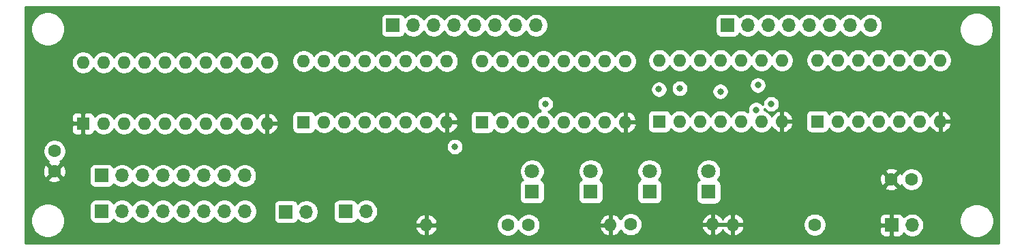
<source format=gbr>
%TF.GenerationSoftware,KiCad,Pcbnew,(5.1.9-0-10_14)*%
%TF.CreationDate,2021-04-29T01:47:43-04:00*%
%TF.ProjectId,ALU,414c552e-6b69-4636-9164-5f7063625858,rev?*%
%TF.SameCoordinates,Original*%
%TF.FileFunction,Copper,L4,Bot*%
%TF.FilePolarity,Positive*%
%FSLAX46Y46*%
G04 Gerber Fmt 4.6, Leading zero omitted, Abs format (unit mm)*
G04 Created by KiCad (PCBNEW (5.1.9-0-10_14)) date 2021-04-29 01:47:43*
%MOMM*%
%LPD*%
G01*
G04 APERTURE LIST*
%TA.AperFunction,ComponentPad*%
%ADD10C,1.600000*%
%TD*%
%TA.AperFunction,ComponentPad*%
%ADD11O,1.700000X1.700000*%
%TD*%
%TA.AperFunction,ComponentPad*%
%ADD12R,1.700000X1.700000*%
%TD*%
%TA.AperFunction,ComponentPad*%
%ADD13O,1.600000X1.600000*%
%TD*%
%TA.AperFunction,ComponentPad*%
%ADD14R,1.600000X1.600000*%
%TD*%
%TA.AperFunction,ComponentPad*%
%ADD15C,1.800000*%
%TD*%
%TA.AperFunction,ComponentPad*%
%ADD16R,1.800000X1.800000*%
%TD*%
%TA.AperFunction,ViaPad*%
%ADD17C,0.800000*%
%TD*%
%TA.AperFunction,Conductor*%
%ADD18C,0.254000*%
%TD*%
%TA.AperFunction,Conductor*%
%ADD19C,0.100000*%
%TD*%
G04 APERTURE END LIST*
D10*
%TO.P,C4,2*%
%TO.N,GND*%
X19415760Y-52680240D03*
%TO.P,C4,1*%
%TO.N,VCC*%
X19415760Y-50180240D03*
%TD*%
D11*
%TO.P,J6,8*%
%TO.N,/Y1*%
X43053000Y-57683400D03*
%TO.P,J6,7*%
%TO.N,/Y2*%
X40513000Y-57683400D03*
%TO.P,J6,6*%
%TO.N,/Y3*%
X37973000Y-57683400D03*
%TO.P,J6,5*%
%TO.N,/Y4*%
X35433000Y-57683400D03*
%TO.P,J6,4*%
%TO.N,/Y5*%
X32893000Y-57683400D03*
%TO.P,J6,3*%
%TO.N,/Y6*%
X30353000Y-57683400D03*
%TO.P,J6,2*%
%TO.N,/Y7*%
X27813000Y-57683400D03*
D12*
%TO.P,J6,1*%
%TO.N,/Y8*%
X25273000Y-57683400D03*
%TD*%
D11*
%TO.P,J4,8*%
%TO.N,/Y1*%
X43042840Y-53233320D03*
%TO.P,J4,7*%
%TO.N,/Y2*%
X40502840Y-53233320D03*
%TO.P,J4,6*%
%TO.N,/Y3*%
X37962840Y-53233320D03*
%TO.P,J4,5*%
%TO.N,/Y4*%
X35422840Y-53233320D03*
%TO.P,J4,4*%
%TO.N,/Y5*%
X32882840Y-53233320D03*
%TO.P,J4,3*%
%TO.N,/Y6*%
X30342840Y-53233320D03*
%TO.P,J4,2*%
%TO.N,/Y7*%
X27802840Y-53233320D03*
D12*
%TO.P,J4,1*%
%TO.N,/Y8*%
X25262840Y-53233320D03*
%TD*%
D13*
%TO.P,U15,14*%
%TO.N,VCC*%
X94523560Y-38862000D03*
%TO.P,U15,7*%
%TO.N,GND*%
X109763560Y-46482000D03*
%TO.P,U15,13*%
%TO.N,/SUB*%
X97063560Y-38862000D03*
%TO.P,U15,6*%
%TO.N,Net-(U13-Pad15)*%
X107223560Y-46482000D03*
%TO.P,U15,12*%
%TO.N,B1*%
X99603560Y-38862000D03*
%TO.P,U15,5*%
%TO.N,/SUB*%
X104683560Y-46482000D03*
%TO.P,U15,11*%
%TO.N,Net-(U13-Pad6)*%
X102143560Y-38862000D03*
%TO.P,U15,4*%
%TO.N,B3*%
X102143560Y-46482000D03*
%TO.P,U15,10*%
%TO.N,/SUB*%
X104683560Y-38862000D03*
%TO.P,U15,3*%
%TO.N,Net-(U13-Pad11)*%
X99603560Y-46482000D03*
%TO.P,U15,9*%
%TO.N,B2*%
X107223560Y-38862000D03*
%TO.P,U15,2*%
%TO.N,/SUB*%
X97063560Y-46482000D03*
%TO.P,U15,8*%
%TO.N,Net-(U13-Pad2)*%
X109763560Y-38862000D03*
D14*
%TO.P,U15,1*%
%TO.N,B4*%
X94523560Y-46482000D03*
%TD*%
D13*
%TO.P,U14,14*%
%TO.N,VCC*%
X114173000Y-38851840D03*
%TO.P,U14,7*%
%TO.N,GND*%
X129413000Y-46471840D03*
%TO.P,U14,13*%
%TO.N,/SUB*%
X116713000Y-38851840D03*
%TO.P,U14,6*%
%TO.N,Net-(U12-Pad15)*%
X126873000Y-46471840D03*
%TO.P,U14,12*%
%TO.N,B5*%
X119253000Y-38851840D03*
%TO.P,U14,5*%
%TO.N,/SUB*%
X124333000Y-46471840D03*
%TO.P,U14,11*%
%TO.N,Net-(U12-Pad6)*%
X121793000Y-38851840D03*
%TO.P,U14,4*%
%TO.N,B7*%
X121793000Y-46471840D03*
%TO.P,U14,10*%
%TO.N,/SUB*%
X124333000Y-38851840D03*
%TO.P,U14,3*%
%TO.N,Net-(U12-Pad11)*%
X119253000Y-46471840D03*
%TO.P,U14,9*%
%TO.N,B6*%
X126873000Y-38851840D03*
%TO.P,U14,2*%
%TO.N,/SUB*%
X116713000Y-46471840D03*
%TO.P,U14,8*%
%TO.N,Net-(U12-Pad2)*%
X129413000Y-38851840D03*
D14*
%TO.P,U14,1*%
%TO.N,B8*%
X114173000Y-46471840D03*
%TD*%
D13*
%TO.P,U13,16*%
%TO.N,VCC*%
X50370740Y-38958520D03*
%TO.P,U13,8*%
%TO.N,GND*%
X68150740Y-46578520D03*
%TO.P,U13,15*%
%TO.N,Net-(U13-Pad15)*%
X52910740Y-38958520D03*
%TO.P,U13,7*%
%TO.N,/SUB*%
X65610740Y-46578520D03*
%TO.P,U13,14*%
%TO.N,A3*%
X55450740Y-38958520D03*
%TO.P,U13,6*%
%TO.N,Net-(U13-Pad6)*%
X63070740Y-46578520D03*
%TO.P,U13,13*%
%TO.N,/SUM3*%
X57990740Y-38958520D03*
%TO.P,U13,5*%
%TO.N,A1*%
X60530740Y-46578520D03*
%TO.P,U13,12*%
%TO.N,A4*%
X60530740Y-38958520D03*
%TO.P,U13,4*%
%TO.N,/SUM1*%
X57990740Y-46578520D03*
%TO.P,U13,11*%
%TO.N,Net-(U13-Pad11)*%
X63070740Y-38958520D03*
%TO.P,U13,3*%
%TO.N,A2*%
X55450740Y-46578520D03*
%TO.P,U13,10*%
%TO.N,/SUM4*%
X65610740Y-38958520D03*
%TO.P,U13,2*%
%TO.N,Net-(U13-Pad2)*%
X52910740Y-46578520D03*
%TO.P,U13,9*%
%TO.N,Net-(U12-Pad7)*%
X68150740Y-38958520D03*
D14*
%TO.P,U13,1*%
%TO.N,/SUM2*%
X50370740Y-46578520D03*
%TD*%
D13*
%TO.P,U12,16*%
%TO.N,VCC*%
X72527160Y-38958520D03*
%TO.P,U12,8*%
%TO.N,GND*%
X90307160Y-46578520D03*
%TO.P,U12,15*%
%TO.N,Net-(U12-Pad15)*%
X75067160Y-38958520D03*
%TO.P,U12,7*%
%TO.N,Net-(U12-Pad7)*%
X87767160Y-46578520D03*
%TO.P,U12,14*%
%TO.N,A7*%
X77607160Y-38958520D03*
%TO.P,U12,6*%
%TO.N,Net-(U12-Pad6)*%
X85227160Y-46578520D03*
%TO.P,U12,13*%
%TO.N,/SUM7*%
X80147160Y-38958520D03*
%TO.P,U12,5*%
%TO.N,A5*%
X82687160Y-46578520D03*
%TO.P,U12,12*%
%TO.N,A8*%
X82687160Y-38958520D03*
%TO.P,U12,4*%
%TO.N,/SUM5*%
X80147160Y-46578520D03*
%TO.P,U12,11*%
%TO.N,Net-(U12-Pad11)*%
X85227160Y-38958520D03*
%TO.P,U12,3*%
%TO.N,A6*%
X77607160Y-46578520D03*
%TO.P,U12,10*%
%TO.N,/SUM8*%
X87767160Y-38958520D03*
%TO.P,U12,2*%
%TO.N,Net-(U12-Pad2)*%
X75067160Y-46578520D03*
%TO.P,U12,9*%
%TO.N,/CARRY_OUT*%
X90307160Y-38958520D03*
D14*
%TO.P,U12,1*%
%TO.N,/SUM6*%
X72527160Y-46578520D03*
%TD*%
D13*
%TO.P,U11,20*%
%TO.N,VCC*%
X22961600Y-39126160D03*
%TO.P,U11,10*%
%TO.N,GND*%
X45821600Y-46746160D03*
%TO.P,U11,19*%
%TO.N,/SUM_OUT*%
X25501600Y-39126160D03*
%TO.P,U11,9*%
%TO.N,/Y1*%
X43281600Y-46746160D03*
%TO.P,U11,18*%
%TO.N,/SUM8*%
X28041600Y-39126160D03*
%TO.P,U11,8*%
%TO.N,/Y2*%
X40741600Y-46746160D03*
%TO.P,U11,17*%
%TO.N,/SUM7*%
X30581600Y-39126160D03*
%TO.P,U11,7*%
%TO.N,/Y3*%
X38201600Y-46746160D03*
%TO.P,U11,16*%
%TO.N,/SUM6*%
X33121600Y-39126160D03*
%TO.P,U11,6*%
%TO.N,/Y4*%
X35661600Y-46746160D03*
%TO.P,U11,15*%
%TO.N,/SUM5*%
X35661600Y-39126160D03*
%TO.P,U11,5*%
%TO.N,/Y5*%
X33121600Y-46746160D03*
%TO.P,U11,14*%
%TO.N,/SUM4*%
X38201600Y-39126160D03*
%TO.P,U11,4*%
%TO.N,/Y6*%
X30581600Y-46746160D03*
%TO.P,U11,13*%
%TO.N,/SUM3*%
X40741600Y-39126160D03*
%TO.P,U11,3*%
%TO.N,/Y7*%
X28041600Y-46746160D03*
%TO.P,U11,12*%
%TO.N,/SUM2*%
X43281600Y-39126160D03*
%TO.P,U11,2*%
%TO.N,/Y8*%
X25501600Y-46746160D03*
%TO.P,U11,11*%
%TO.N,/SUM1*%
X45821600Y-39126160D03*
D14*
%TO.P,U11,1*%
%TO.N,GND*%
X22961600Y-46746160D03*
%TD*%
D13*
%TO.P,R4,2*%
%TO.N,GND*%
X101147880Y-59319160D03*
D10*
%TO.P,R4,1*%
%TO.N,Net-(D28-Pad1)*%
X90987880Y-59319160D03*
%TD*%
D13*
%TO.P,R3,2*%
%TO.N,GND*%
X88473280Y-59375040D03*
D10*
%TO.P,R3,1*%
%TO.N,Net-(D27-Pad1)*%
X78313280Y-59375040D03*
%TD*%
D13*
%TO.P,R2,2*%
%TO.N,GND*%
X103672640Y-59339480D03*
D10*
%TO.P,R2,1*%
%TO.N,Net-(D26-Pad1)*%
X113832640Y-59339480D03*
%TD*%
D13*
%TO.P,R1,2*%
%TO.N,GND*%
X65577720Y-59375040D03*
D10*
%TO.P,R1,1*%
%TO.N,Net-(D25-Pad1)*%
X75737720Y-59375040D03*
%TD*%
D11*
%TO.P,J8,2*%
%TO.N,/CARRY_OUT*%
X50693320Y-57729120D03*
D12*
%TO.P,J8,1*%
%TO.N,/SUM8*%
X48153320Y-57729120D03*
%TD*%
D11*
%TO.P,J5,2*%
%TO.N,/SUB*%
X58105040Y-57678320D03*
D12*
%TO.P,J5,1*%
%TO.N,/SUM_OUT*%
X55565040Y-57678320D03*
%TD*%
D11*
%TO.P,J3,8*%
%TO.N,B8*%
X120771920Y-34493200D03*
%TO.P,J3,7*%
%TO.N,B7*%
X118231920Y-34493200D03*
%TO.P,J3,6*%
%TO.N,B6*%
X115691920Y-34493200D03*
%TO.P,J3,5*%
%TO.N,B5*%
X113151920Y-34493200D03*
%TO.P,J3,4*%
%TO.N,B4*%
X110611920Y-34493200D03*
%TO.P,J3,3*%
%TO.N,B3*%
X108071920Y-34493200D03*
%TO.P,J3,2*%
%TO.N,B2*%
X105531920Y-34493200D03*
D12*
%TO.P,J3,1*%
%TO.N,B1*%
X102991920Y-34493200D03*
%TD*%
D11*
%TO.P,J2,8*%
%TO.N,A8*%
X79227680Y-34498280D03*
%TO.P,J2,7*%
%TO.N,A7*%
X76687680Y-34498280D03*
%TO.P,J2,6*%
%TO.N,A6*%
X74147680Y-34498280D03*
%TO.P,J2,5*%
%TO.N,A5*%
X71607680Y-34498280D03*
%TO.P,J2,4*%
%TO.N,A4*%
X69067680Y-34498280D03*
%TO.P,J2,3*%
%TO.N,A3*%
X66527680Y-34498280D03*
%TO.P,J2,2*%
%TO.N,A2*%
X63987680Y-34498280D03*
D12*
%TO.P,J2,1*%
%TO.N,A1*%
X61447680Y-34498280D03*
%TD*%
D11*
%TO.P,J1,2*%
%TO.N,VCC*%
X125928120Y-59385200D03*
D12*
%TO.P,J1,1*%
%TO.N,GND*%
X123388120Y-59385200D03*
%TD*%
D15*
%TO.P,D28,2*%
%TO.N,/CARRY_OUT*%
X93309440Y-52679600D03*
D16*
%TO.P,D28,1*%
%TO.N,Net-(D28-Pad1)*%
X93309440Y-55219600D03*
%TD*%
D15*
%TO.P,D27,2*%
%TO.N,/SUM8*%
X86014560Y-52679600D03*
D16*
%TO.P,D27,1*%
%TO.N,Net-(D27-Pad1)*%
X86014560Y-55219600D03*
%TD*%
D15*
%TO.P,D26,2*%
%TO.N,/SUB*%
X100655120Y-52715160D03*
D16*
%TO.P,D26,1*%
%TO.N,Net-(D26-Pad1)*%
X100655120Y-55255160D03*
%TD*%
D15*
%TO.P,D25,2*%
%TO.N,/SUM_OUT*%
X78729840Y-52699920D03*
D16*
%TO.P,D25,1*%
%TO.N,Net-(D25-Pad1)*%
X78729840Y-55239920D03*
%TD*%
D10*
%TO.P,C5,2*%
%TO.N,GND*%
X123331600Y-53700680D03*
%TO.P,C5,1*%
%TO.N,VCC*%
X125831600Y-53700680D03*
%TD*%
D17*
%TO.N,B4*%
X94482920Y-42468800D03*
%TO.N,B3*%
X106766360Y-41955720D03*
X102118160Y-42753280D03*
%TO.N,/SUB*%
X97063560Y-42357040D03*
X69148960Y-49616362D03*
%TO.N,Net-(U12-Pad15)*%
X106547920Y-45034200D03*
%TO.N,Net-(U13-Pad2)*%
X108417360Y-44302680D03*
X80370680Y-44302680D03*
%TD*%
D18*
%TO.N,GND*%
X136723520Y-61636040D02*
X15813640Y-61636040D01*
X15813640Y-58616121D01*
X16447640Y-58616121D01*
X16447640Y-59036679D01*
X16529687Y-59449156D01*
X16690628Y-59837702D01*
X16924277Y-60187383D01*
X17221657Y-60484763D01*
X17571338Y-60718412D01*
X17959884Y-60879353D01*
X18372361Y-60961400D01*
X18792919Y-60961400D01*
X19205396Y-60879353D01*
X19593942Y-60718412D01*
X19943623Y-60484763D01*
X20241003Y-60187383D01*
X20474652Y-59837702D01*
X20521716Y-59724079D01*
X64185816Y-59724079D01*
X64226474Y-59858127D01*
X64346683Y-60112460D01*
X64514201Y-60338454D01*
X64722589Y-60527425D01*
X64963839Y-60672110D01*
X65228680Y-60766949D01*
X65450720Y-60645664D01*
X65450720Y-59502040D01*
X65704720Y-59502040D01*
X65704720Y-60645664D01*
X65926760Y-60766949D01*
X66191601Y-60672110D01*
X66432851Y-60527425D01*
X66641239Y-60338454D01*
X66808757Y-60112460D01*
X66928966Y-59858127D01*
X66969624Y-59724079D01*
X66847635Y-59502040D01*
X65704720Y-59502040D01*
X65450720Y-59502040D01*
X64307805Y-59502040D01*
X64185816Y-59724079D01*
X20521716Y-59724079D01*
X20635593Y-59449156D01*
X20717640Y-59036679D01*
X20717640Y-58616121D01*
X20635593Y-58203644D01*
X20474652Y-57815098D01*
X20241003Y-57465417D01*
X19943623Y-57168037D01*
X19593942Y-56934388D01*
X19350136Y-56833400D01*
X23784928Y-56833400D01*
X23784928Y-58533400D01*
X23797188Y-58657882D01*
X23833498Y-58777580D01*
X23892463Y-58887894D01*
X23971815Y-58984585D01*
X24068506Y-59063937D01*
X24178820Y-59122902D01*
X24298518Y-59159212D01*
X24423000Y-59171472D01*
X26123000Y-59171472D01*
X26247482Y-59159212D01*
X26367180Y-59122902D01*
X26477494Y-59063937D01*
X26574185Y-58984585D01*
X26653537Y-58887894D01*
X26712502Y-58777580D01*
X26734513Y-58705020D01*
X26866368Y-58836875D01*
X27109589Y-58999390D01*
X27379842Y-59111332D01*
X27666740Y-59168400D01*
X27959260Y-59168400D01*
X28246158Y-59111332D01*
X28516411Y-58999390D01*
X28759632Y-58836875D01*
X28966475Y-58630032D01*
X29083000Y-58455640D01*
X29199525Y-58630032D01*
X29406368Y-58836875D01*
X29649589Y-58999390D01*
X29919842Y-59111332D01*
X30206740Y-59168400D01*
X30499260Y-59168400D01*
X30786158Y-59111332D01*
X31056411Y-58999390D01*
X31299632Y-58836875D01*
X31506475Y-58630032D01*
X31623000Y-58455640D01*
X31739525Y-58630032D01*
X31946368Y-58836875D01*
X32189589Y-58999390D01*
X32459842Y-59111332D01*
X32746740Y-59168400D01*
X33039260Y-59168400D01*
X33326158Y-59111332D01*
X33596411Y-58999390D01*
X33839632Y-58836875D01*
X34046475Y-58630032D01*
X34163000Y-58455640D01*
X34279525Y-58630032D01*
X34486368Y-58836875D01*
X34729589Y-58999390D01*
X34999842Y-59111332D01*
X35286740Y-59168400D01*
X35579260Y-59168400D01*
X35866158Y-59111332D01*
X36136411Y-58999390D01*
X36379632Y-58836875D01*
X36586475Y-58630032D01*
X36703000Y-58455640D01*
X36819525Y-58630032D01*
X37026368Y-58836875D01*
X37269589Y-58999390D01*
X37539842Y-59111332D01*
X37826740Y-59168400D01*
X38119260Y-59168400D01*
X38406158Y-59111332D01*
X38676411Y-58999390D01*
X38919632Y-58836875D01*
X39126475Y-58630032D01*
X39243000Y-58455640D01*
X39359525Y-58630032D01*
X39566368Y-58836875D01*
X39809589Y-58999390D01*
X40079842Y-59111332D01*
X40366740Y-59168400D01*
X40659260Y-59168400D01*
X40946158Y-59111332D01*
X41216411Y-58999390D01*
X41459632Y-58836875D01*
X41666475Y-58630032D01*
X41783000Y-58455640D01*
X41899525Y-58630032D01*
X42106368Y-58836875D01*
X42349589Y-58999390D01*
X42619842Y-59111332D01*
X42906740Y-59168400D01*
X43199260Y-59168400D01*
X43486158Y-59111332D01*
X43756411Y-58999390D01*
X43999632Y-58836875D01*
X44206475Y-58630032D01*
X44368990Y-58386811D01*
X44480932Y-58116558D01*
X44538000Y-57829660D01*
X44538000Y-57537140D01*
X44480932Y-57250242D01*
X44368990Y-56979989D01*
X44301592Y-56879120D01*
X46665248Y-56879120D01*
X46665248Y-58579120D01*
X46677508Y-58703602D01*
X46713818Y-58823300D01*
X46772783Y-58933614D01*
X46852135Y-59030305D01*
X46948826Y-59109657D01*
X47059140Y-59168622D01*
X47178838Y-59204932D01*
X47303320Y-59217192D01*
X49003320Y-59217192D01*
X49127802Y-59204932D01*
X49247500Y-59168622D01*
X49357814Y-59109657D01*
X49454505Y-59030305D01*
X49533857Y-58933614D01*
X49592822Y-58823300D01*
X49614833Y-58750740D01*
X49746688Y-58882595D01*
X49989909Y-59045110D01*
X50260162Y-59157052D01*
X50547060Y-59214120D01*
X50839580Y-59214120D01*
X51126478Y-59157052D01*
X51396731Y-59045110D01*
X51639952Y-58882595D01*
X51846795Y-58675752D01*
X52009310Y-58432531D01*
X52121252Y-58162278D01*
X52178320Y-57875380D01*
X52178320Y-57582860D01*
X52121252Y-57295962D01*
X52009310Y-57025709D01*
X51877419Y-56828320D01*
X54076968Y-56828320D01*
X54076968Y-58528320D01*
X54089228Y-58652802D01*
X54125538Y-58772500D01*
X54184503Y-58882814D01*
X54263855Y-58979505D01*
X54360546Y-59058857D01*
X54470860Y-59117822D01*
X54590558Y-59154132D01*
X54715040Y-59166392D01*
X56415040Y-59166392D01*
X56539522Y-59154132D01*
X56659220Y-59117822D01*
X56769534Y-59058857D01*
X56866225Y-58979505D01*
X56945577Y-58882814D01*
X57004542Y-58772500D01*
X57026553Y-58699940D01*
X57158408Y-58831795D01*
X57401629Y-58994310D01*
X57671882Y-59106252D01*
X57958780Y-59163320D01*
X58251300Y-59163320D01*
X58538198Y-59106252D01*
X58731941Y-59026001D01*
X64185816Y-59026001D01*
X64307805Y-59248040D01*
X65450720Y-59248040D01*
X65450720Y-58104416D01*
X65704720Y-58104416D01*
X65704720Y-59248040D01*
X66847635Y-59248040D01*
X66855510Y-59233705D01*
X74302720Y-59233705D01*
X74302720Y-59516375D01*
X74357867Y-59793614D01*
X74466040Y-60054767D01*
X74623083Y-60289799D01*
X74822961Y-60489677D01*
X75057993Y-60646720D01*
X75319146Y-60754893D01*
X75596385Y-60810040D01*
X75879055Y-60810040D01*
X76156294Y-60754893D01*
X76417447Y-60646720D01*
X76652479Y-60489677D01*
X76852357Y-60289799D01*
X77009400Y-60054767D01*
X77025500Y-60015898D01*
X77041600Y-60054767D01*
X77198643Y-60289799D01*
X77398521Y-60489677D01*
X77633553Y-60646720D01*
X77894706Y-60754893D01*
X78171945Y-60810040D01*
X78454615Y-60810040D01*
X78731854Y-60754893D01*
X78993007Y-60646720D01*
X79228039Y-60489677D01*
X79427917Y-60289799D01*
X79584960Y-60054767D01*
X79693133Y-59793614D01*
X79706964Y-59724079D01*
X87081376Y-59724079D01*
X87122034Y-59858127D01*
X87242243Y-60112460D01*
X87409761Y-60338454D01*
X87618149Y-60527425D01*
X87859399Y-60672110D01*
X88124240Y-60766949D01*
X88346280Y-60645664D01*
X88346280Y-59502040D01*
X87203365Y-59502040D01*
X87081376Y-59724079D01*
X79706964Y-59724079D01*
X79748280Y-59516375D01*
X79748280Y-59233705D01*
X79706965Y-59026001D01*
X87081376Y-59026001D01*
X87203365Y-59248040D01*
X88346280Y-59248040D01*
X88346280Y-58104416D01*
X88600280Y-58104416D01*
X88600280Y-59248040D01*
X88620280Y-59248040D01*
X88620280Y-59502040D01*
X88600280Y-59502040D01*
X88600280Y-60645664D01*
X88822320Y-60766949D01*
X89087161Y-60672110D01*
X89328411Y-60527425D01*
X89536799Y-60338454D01*
X89704317Y-60112460D01*
X89740680Y-60035524D01*
X89873243Y-60233919D01*
X90073121Y-60433797D01*
X90308153Y-60590840D01*
X90569306Y-60699013D01*
X90846545Y-60754160D01*
X91129215Y-60754160D01*
X91406454Y-60699013D01*
X91667607Y-60590840D01*
X91902639Y-60433797D01*
X92102517Y-60233919D01*
X92259560Y-59998887D01*
X92367733Y-59737734D01*
X92381564Y-59668199D01*
X99755976Y-59668199D01*
X99796634Y-59802247D01*
X99916843Y-60056580D01*
X100084361Y-60282574D01*
X100292749Y-60471545D01*
X100533999Y-60616230D01*
X100798840Y-60711069D01*
X101020880Y-60589784D01*
X101020880Y-59446160D01*
X101274880Y-59446160D01*
X101274880Y-60589784D01*
X101496920Y-60711069D01*
X101761761Y-60616230D01*
X102003011Y-60471545D01*
X102211399Y-60282574D01*
X102378917Y-60056580D01*
X102405458Y-60000426D01*
X102441603Y-60076900D01*
X102609121Y-60302894D01*
X102817509Y-60491865D01*
X103058759Y-60636550D01*
X103323600Y-60731389D01*
X103545640Y-60610104D01*
X103545640Y-59466480D01*
X103799640Y-59466480D01*
X103799640Y-60610104D01*
X104021680Y-60731389D01*
X104286521Y-60636550D01*
X104527771Y-60491865D01*
X104736159Y-60302894D01*
X104903677Y-60076900D01*
X105023886Y-59822567D01*
X105064544Y-59688519D01*
X104942555Y-59466480D01*
X103799640Y-59466480D01*
X103545640Y-59466480D01*
X102428959Y-59466480D01*
X102417795Y-59446160D01*
X101274880Y-59446160D01*
X101020880Y-59446160D01*
X99877965Y-59446160D01*
X99755976Y-59668199D01*
X92381564Y-59668199D01*
X92422880Y-59460495D01*
X92422880Y-59177825D01*
X92381565Y-58970121D01*
X99755976Y-58970121D01*
X99877965Y-59192160D01*
X101020880Y-59192160D01*
X101020880Y-58048536D01*
X101274880Y-58048536D01*
X101274880Y-59192160D01*
X102391561Y-59192160D01*
X102402725Y-59212480D01*
X103545640Y-59212480D01*
X103545640Y-58068856D01*
X103799640Y-58068856D01*
X103799640Y-59212480D01*
X104942555Y-59212480D01*
X104950430Y-59198145D01*
X112397640Y-59198145D01*
X112397640Y-59480815D01*
X112452787Y-59758054D01*
X112560960Y-60019207D01*
X112718003Y-60254239D01*
X112917881Y-60454117D01*
X113152913Y-60611160D01*
X113414066Y-60719333D01*
X113691305Y-60774480D01*
X113973975Y-60774480D01*
X114251214Y-60719333D01*
X114512367Y-60611160D01*
X114747399Y-60454117D01*
X114947277Y-60254239D01*
X114959998Y-60235200D01*
X121900048Y-60235200D01*
X121912308Y-60359682D01*
X121948618Y-60479380D01*
X122007583Y-60589694D01*
X122086935Y-60686385D01*
X122183626Y-60765737D01*
X122293940Y-60824702D01*
X122413638Y-60861012D01*
X122538120Y-60873272D01*
X123102370Y-60870200D01*
X123261120Y-60711450D01*
X123261120Y-59512200D01*
X122061870Y-59512200D01*
X121903120Y-59670950D01*
X121900048Y-60235200D01*
X114959998Y-60235200D01*
X115104320Y-60019207D01*
X115212493Y-59758054D01*
X115267640Y-59480815D01*
X115267640Y-59198145D01*
X115212493Y-58920906D01*
X115104320Y-58659753D01*
X115021097Y-58535200D01*
X121900048Y-58535200D01*
X121903120Y-59099450D01*
X122061870Y-59258200D01*
X123261120Y-59258200D01*
X123261120Y-58058950D01*
X123515120Y-58058950D01*
X123515120Y-59258200D01*
X123535120Y-59258200D01*
X123535120Y-59512200D01*
X123515120Y-59512200D01*
X123515120Y-60711450D01*
X123673870Y-60870200D01*
X124238120Y-60873272D01*
X124362602Y-60861012D01*
X124482300Y-60824702D01*
X124592614Y-60765737D01*
X124689305Y-60686385D01*
X124768657Y-60589694D01*
X124827622Y-60479380D01*
X124849633Y-60406820D01*
X124981488Y-60538675D01*
X125224709Y-60701190D01*
X125494962Y-60813132D01*
X125781860Y-60870200D01*
X126074380Y-60870200D01*
X126361278Y-60813132D01*
X126631531Y-60701190D01*
X126874752Y-60538675D01*
X127081595Y-60331832D01*
X127244110Y-60088611D01*
X127356052Y-59818358D01*
X127413120Y-59531460D01*
X127413120Y-59238940D01*
X127356052Y-58952042D01*
X127244110Y-58681789D01*
X127220599Y-58646601D01*
X131804280Y-58646601D01*
X131804280Y-59067159D01*
X131886327Y-59479636D01*
X132047268Y-59868182D01*
X132280917Y-60217863D01*
X132578297Y-60515243D01*
X132927978Y-60748892D01*
X133316524Y-60909833D01*
X133729001Y-60991880D01*
X134149559Y-60991880D01*
X134562036Y-60909833D01*
X134950582Y-60748892D01*
X135300263Y-60515243D01*
X135597643Y-60217863D01*
X135831292Y-59868182D01*
X135992233Y-59479636D01*
X136074280Y-59067159D01*
X136074280Y-58646601D01*
X135992233Y-58234124D01*
X135831292Y-57845578D01*
X135597643Y-57495897D01*
X135300263Y-57198517D01*
X134950582Y-56964868D01*
X134562036Y-56803927D01*
X134149559Y-56721880D01*
X133729001Y-56721880D01*
X133316524Y-56803927D01*
X132927978Y-56964868D01*
X132578297Y-57198517D01*
X132280917Y-57495897D01*
X132047268Y-57845578D01*
X131886327Y-58234124D01*
X131804280Y-58646601D01*
X127220599Y-58646601D01*
X127081595Y-58438568D01*
X126874752Y-58231725D01*
X126631531Y-58069210D01*
X126361278Y-57957268D01*
X126074380Y-57900200D01*
X125781860Y-57900200D01*
X125494962Y-57957268D01*
X125224709Y-58069210D01*
X124981488Y-58231725D01*
X124849633Y-58363580D01*
X124827622Y-58291020D01*
X124768657Y-58180706D01*
X124689305Y-58084015D01*
X124592614Y-58004663D01*
X124482300Y-57945698D01*
X124362602Y-57909388D01*
X124238120Y-57897128D01*
X123673870Y-57900200D01*
X123515120Y-58058950D01*
X123261120Y-58058950D01*
X123102370Y-57900200D01*
X122538120Y-57897128D01*
X122413638Y-57909388D01*
X122293940Y-57945698D01*
X122183626Y-58004663D01*
X122086935Y-58084015D01*
X122007583Y-58180706D01*
X121948618Y-58291020D01*
X121912308Y-58410718D01*
X121900048Y-58535200D01*
X115021097Y-58535200D01*
X114947277Y-58424721D01*
X114747399Y-58224843D01*
X114512367Y-58067800D01*
X114251214Y-57959627D01*
X113973975Y-57904480D01*
X113691305Y-57904480D01*
X113414066Y-57959627D01*
X113152913Y-58067800D01*
X112917881Y-58224843D01*
X112718003Y-58424721D01*
X112560960Y-58659753D01*
X112452787Y-58920906D01*
X112397640Y-59198145D01*
X104950430Y-59198145D01*
X105064544Y-58990441D01*
X105023886Y-58856393D01*
X104903677Y-58602060D01*
X104736159Y-58376066D01*
X104527771Y-58187095D01*
X104286521Y-58042410D01*
X104021680Y-57947571D01*
X103799640Y-58068856D01*
X103545640Y-58068856D01*
X103323600Y-57947571D01*
X103058759Y-58042410D01*
X102817509Y-58187095D01*
X102609121Y-58376066D01*
X102441603Y-58602060D01*
X102415062Y-58658214D01*
X102378917Y-58581740D01*
X102211399Y-58355746D01*
X102003011Y-58166775D01*
X101761761Y-58022090D01*
X101496920Y-57927251D01*
X101274880Y-58048536D01*
X101020880Y-58048536D01*
X100798840Y-57927251D01*
X100533999Y-58022090D01*
X100292749Y-58166775D01*
X100084361Y-58355746D01*
X99916843Y-58581740D01*
X99796634Y-58836073D01*
X99755976Y-58970121D01*
X92381565Y-58970121D01*
X92367733Y-58900586D01*
X92259560Y-58639433D01*
X92102517Y-58404401D01*
X91902639Y-58204523D01*
X91667607Y-58047480D01*
X91406454Y-57939307D01*
X91129215Y-57884160D01*
X90846545Y-57884160D01*
X90569306Y-57939307D01*
X90308153Y-58047480D01*
X90073121Y-58204523D01*
X89873243Y-58404401D01*
X89716200Y-58639433D01*
X89711050Y-58651866D01*
X89704317Y-58637620D01*
X89536799Y-58411626D01*
X89328411Y-58222655D01*
X89087161Y-58077970D01*
X88822320Y-57983131D01*
X88600280Y-58104416D01*
X88346280Y-58104416D01*
X88124240Y-57983131D01*
X87859399Y-58077970D01*
X87618149Y-58222655D01*
X87409761Y-58411626D01*
X87242243Y-58637620D01*
X87122034Y-58891953D01*
X87081376Y-59026001D01*
X79706965Y-59026001D01*
X79693133Y-58956466D01*
X79584960Y-58695313D01*
X79427917Y-58460281D01*
X79228039Y-58260403D01*
X78993007Y-58103360D01*
X78731854Y-57995187D01*
X78454615Y-57940040D01*
X78171945Y-57940040D01*
X77894706Y-57995187D01*
X77633553Y-58103360D01*
X77398521Y-58260403D01*
X77198643Y-58460281D01*
X77041600Y-58695313D01*
X77025500Y-58734182D01*
X77009400Y-58695313D01*
X76852357Y-58460281D01*
X76652479Y-58260403D01*
X76417447Y-58103360D01*
X76156294Y-57995187D01*
X75879055Y-57940040D01*
X75596385Y-57940040D01*
X75319146Y-57995187D01*
X75057993Y-58103360D01*
X74822961Y-58260403D01*
X74623083Y-58460281D01*
X74466040Y-58695313D01*
X74357867Y-58956466D01*
X74302720Y-59233705D01*
X66855510Y-59233705D01*
X66969624Y-59026001D01*
X66928966Y-58891953D01*
X66808757Y-58637620D01*
X66641239Y-58411626D01*
X66432851Y-58222655D01*
X66191601Y-58077970D01*
X65926760Y-57983131D01*
X65704720Y-58104416D01*
X65450720Y-58104416D01*
X65228680Y-57983131D01*
X64963839Y-58077970D01*
X64722589Y-58222655D01*
X64514201Y-58411626D01*
X64346683Y-58637620D01*
X64226474Y-58891953D01*
X64185816Y-59026001D01*
X58731941Y-59026001D01*
X58808451Y-58994310D01*
X59051672Y-58831795D01*
X59258515Y-58624952D01*
X59421030Y-58381731D01*
X59532972Y-58111478D01*
X59590040Y-57824580D01*
X59590040Y-57532060D01*
X59532972Y-57245162D01*
X59421030Y-56974909D01*
X59258515Y-56731688D01*
X59051672Y-56524845D01*
X58808451Y-56362330D01*
X58538198Y-56250388D01*
X58251300Y-56193320D01*
X57958780Y-56193320D01*
X57671882Y-56250388D01*
X57401629Y-56362330D01*
X57158408Y-56524845D01*
X57026553Y-56656700D01*
X57004542Y-56584140D01*
X56945577Y-56473826D01*
X56866225Y-56377135D01*
X56769534Y-56297783D01*
X56659220Y-56238818D01*
X56539522Y-56202508D01*
X56415040Y-56190248D01*
X54715040Y-56190248D01*
X54590558Y-56202508D01*
X54470860Y-56238818D01*
X54360546Y-56297783D01*
X54263855Y-56377135D01*
X54184503Y-56473826D01*
X54125538Y-56584140D01*
X54089228Y-56703838D01*
X54076968Y-56828320D01*
X51877419Y-56828320D01*
X51846795Y-56782488D01*
X51639952Y-56575645D01*
X51396731Y-56413130D01*
X51126478Y-56301188D01*
X50839580Y-56244120D01*
X50547060Y-56244120D01*
X50260162Y-56301188D01*
X49989909Y-56413130D01*
X49746688Y-56575645D01*
X49614833Y-56707500D01*
X49592822Y-56634940D01*
X49533857Y-56524626D01*
X49454505Y-56427935D01*
X49357814Y-56348583D01*
X49247500Y-56289618D01*
X49127802Y-56253308D01*
X49003320Y-56241048D01*
X47303320Y-56241048D01*
X47178838Y-56253308D01*
X47059140Y-56289618D01*
X46948826Y-56348583D01*
X46852135Y-56427935D01*
X46772783Y-56524626D01*
X46713818Y-56634940D01*
X46677508Y-56754638D01*
X46665248Y-56879120D01*
X44301592Y-56879120D01*
X44206475Y-56736768D01*
X43999632Y-56529925D01*
X43756411Y-56367410D01*
X43486158Y-56255468D01*
X43199260Y-56198400D01*
X42906740Y-56198400D01*
X42619842Y-56255468D01*
X42349589Y-56367410D01*
X42106368Y-56529925D01*
X41899525Y-56736768D01*
X41783000Y-56911160D01*
X41666475Y-56736768D01*
X41459632Y-56529925D01*
X41216411Y-56367410D01*
X40946158Y-56255468D01*
X40659260Y-56198400D01*
X40366740Y-56198400D01*
X40079842Y-56255468D01*
X39809589Y-56367410D01*
X39566368Y-56529925D01*
X39359525Y-56736768D01*
X39243000Y-56911160D01*
X39126475Y-56736768D01*
X38919632Y-56529925D01*
X38676411Y-56367410D01*
X38406158Y-56255468D01*
X38119260Y-56198400D01*
X37826740Y-56198400D01*
X37539842Y-56255468D01*
X37269589Y-56367410D01*
X37026368Y-56529925D01*
X36819525Y-56736768D01*
X36703000Y-56911160D01*
X36586475Y-56736768D01*
X36379632Y-56529925D01*
X36136411Y-56367410D01*
X35866158Y-56255468D01*
X35579260Y-56198400D01*
X35286740Y-56198400D01*
X34999842Y-56255468D01*
X34729589Y-56367410D01*
X34486368Y-56529925D01*
X34279525Y-56736768D01*
X34163000Y-56911160D01*
X34046475Y-56736768D01*
X33839632Y-56529925D01*
X33596411Y-56367410D01*
X33326158Y-56255468D01*
X33039260Y-56198400D01*
X32746740Y-56198400D01*
X32459842Y-56255468D01*
X32189589Y-56367410D01*
X31946368Y-56529925D01*
X31739525Y-56736768D01*
X31623000Y-56911160D01*
X31506475Y-56736768D01*
X31299632Y-56529925D01*
X31056411Y-56367410D01*
X30786158Y-56255468D01*
X30499260Y-56198400D01*
X30206740Y-56198400D01*
X29919842Y-56255468D01*
X29649589Y-56367410D01*
X29406368Y-56529925D01*
X29199525Y-56736768D01*
X29083000Y-56911160D01*
X28966475Y-56736768D01*
X28759632Y-56529925D01*
X28516411Y-56367410D01*
X28246158Y-56255468D01*
X27959260Y-56198400D01*
X27666740Y-56198400D01*
X27379842Y-56255468D01*
X27109589Y-56367410D01*
X26866368Y-56529925D01*
X26734513Y-56661780D01*
X26712502Y-56589220D01*
X26653537Y-56478906D01*
X26574185Y-56382215D01*
X26477494Y-56302863D01*
X26367180Y-56243898D01*
X26247482Y-56207588D01*
X26123000Y-56195328D01*
X24423000Y-56195328D01*
X24298518Y-56207588D01*
X24178820Y-56243898D01*
X24068506Y-56302863D01*
X23971815Y-56382215D01*
X23892463Y-56478906D01*
X23833498Y-56589220D01*
X23797188Y-56708918D01*
X23784928Y-56833400D01*
X19350136Y-56833400D01*
X19205396Y-56773447D01*
X18792919Y-56691400D01*
X18372361Y-56691400D01*
X17959884Y-56773447D01*
X17571338Y-56934388D01*
X17221657Y-57168037D01*
X16924277Y-57465417D01*
X16690628Y-57815098D01*
X16529687Y-58203644D01*
X16447640Y-58616121D01*
X15813640Y-58616121D01*
X15813640Y-53672942D01*
X18602663Y-53672942D01*
X18674246Y-53916911D01*
X18929756Y-54037811D01*
X19203944Y-54106540D01*
X19486272Y-54120457D01*
X19765890Y-54079027D01*
X20032052Y-53983843D01*
X20157274Y-53916911D01*
X20228857Y-53672942D01*
X19415760Y-52859845D01*
X18602663Y-53672942D01*
X15813640Y-53672942D01*
X15813640Y-52750752D01*
X17975543Y-52750752D01*
X18016973Y-53030370D01*
X18112157Y-53296532D01*
X18179089Y-53421754D01*
X18423058Y-53493337D01*
X19236155Y-52680240D01*
X19595365Y-52680240D01*
X20408462Y-53493337D01*
X20652431Y-53421754D01*
X20773331Y-53166244D01*
X20842060Y-52892056D01*
X20855977Y-52609728D01*
X20822431Y-52383320D01*
X23774768Y-52383320D01*
X23774768Y-54083320D01*
X23787028Y-54207802D01*
X23823338Y-54327500D01*
X23882303Y-54437814D01*
X23961655Y-54534505D01*
X24058346Y-54613857D01*
X24168660Y-54672822D01*
X24288358Y-54709132D01*
X24412840Y-54721392D01*
X26112840Y-54721392D01*
X26237322Y-54709132D01*
X26357020Y-54672822D01*
X26467334Y-54613857D01*
X26564025Y-54534505D01*
X26643377Y-54437814D01*
X26702342Y-54327500D01*
X26724353Y-54254940D01*
X26856208Y-54386795D01*
X27099429Y-54549310D01*
X27369682Y-54661252D01*
X27656580Y-54718320D01*
X27949100Y-54718320D01*
X28235998Y-54661252D01*
X28506251Y-54549310D01*
X28749472Y-54386795D01*
X28956315Y-54179952D01*
X29072840Y-54005560D01*
X29189365Y-54179952D01*
X29396208Y-54386795D01*
X29639429Y-54549310D01*
X29909682Y-54661252D01*
X30196580Y-54718320D01*
X30489100Y-54718320D01*
X30775998Y-54661252D01*
X31046251Y-54549310D01*
X31289472Y-54386795D01*
X31496315Y-54179952D01*
X31612840Y-54005560D01*
X31729365Y-54179952D01*
X31936208Y-54386795D01*
X32179429Y-54549310D01*
X32449682Y-54661252D01*
X32736580Y-54718320D01*
X33029100Y-54718320D01*
X33315998Y-54661252D01*
X33586251Y-54549310D01*
X33829472Y-54386795D01*
X34036315Y-54179952D01*
X34152840Y-54005560D01*
X34269365Y-54179952D01*
X34476208Y-54386795D01*
X34719429Y-54549310D01*
X34989682Y-54661252D01*
X35276580Y-54718320D01*
X35569100Y-54718320D01*
X35855998Y-54661252D01*
X36126251Y-54549310D01*
X36369472Y-54386795D01*
X36576315Y-54179952D01*
X36692840Y-54005560D01*
X36809365Y-54179952D01*
X37016208Y-54386795D01*
X37259429Y-54549310D01*
X37529682Y-54661252D01*
X37816580Y-54718320D01*
X38109100Y-54718320D01*
X38395998Y-54661252D01*
X38666251Y-54549310D01*
X38909472Y-54386795D01*
X39116315Y-54179952D01*
X39232840Y-54005560D01*
X39349365Y-54179952D01*
X39556208Y-54386795D01*
X39799429Y-54549310D01*
X40069682Y-54661252D01*
X40356580Y-54718320D01*
X40649100Y-54718320D01*
X40935998Y-54661252D01*
X41206251Y-54549310D01*
X41449472Y-54386795D01*
X41656315Y-54179952D01*
X41772840Y-54005560D01*
X41889365Y-54179952D01*
X42096208Y-54386795D01*
X42339429Y-54549310D01*
X42609682Y-54661252D01*
X42896580Y-54718320D01*
X43189100Y-54718320D01*
X43475998Y-54661252D01*
X43746251Y-54549310D01*
X43989472Y-54386795D01*
X44036347Y-54339920D01*
X77191768Y-54339920D01*
X77191768Y-56139920D01*
X77204028Y-56264402D01*
X77240338Y-56384100D01*
X77299303Y-56494414D01*
X77378655Y-56591105D01*
X77475346Y-56670457D01*
X77585660Y-56729422D01*
X77705358Y-56765732D01*
X77829840Y-56777992D01*
X79629840Y-56777992D01*
X79754322Y-56765732D01*
X79874020Y-56729422D01*
X79984334Y-56670457D01*
X80081025Y-56591105D01*
X80160377Y-56494414D01*
X80219342Y-56384100D01*
X80255652Y-56264402D01*
X80267912Y-56139920D01*
X80267912Y-54339920D01*
X80265911Y-54319600D01*
X84476488Y-54319600D01*
X84476488Y-56119600D01*
X84488748Y-56244082D01*
X84525058Y-56363780D01*
X84584023Y-56474094D01*
X84663375Y-56570785D01*
X84760066Y-56650137D01*
X84870380Y-56709102D01*
X84990078Y-56745412D01*
X85114560Y-56757672D01*
X86914560Y-56757672D01*
X87039042Y-56745412D01*
X87158740Y-56709102D01*
X87269054Y-56650137D01*
X87365745Y-56570785D01*
X87445097Y-56474094D01*
X87504062Y-56363780D01*
X87540372Y-56244082D01*
X87552632Y-56119600D01*
X87552632Y-54319600D01*
X91771368Y-54319600D01*
X91771368Y-56119600D01*
X91783628Y-56244082D01*
X91819938Y-56363780D01*
X91878903Y-56474094D01*
X91958255Y-56570785D01*
X92054946Y-56650137D01*
X92165260Y-56709102D01*
X92284958Y-56745412D01*
X92409440Y-56757672D01*
X94209440Y-56757672D01*
X94333922Y-56745412D01*
X94453620Y-56709102D01*
X94563934Y-56650137D01*
X94660625Y-56570785D01*
X94739977Y-56474094D01*
X94798942Y-56363780D01*
X94835252Y-56244082D01*
X94847512Y-56119600D01*
X94847512Y-54355160D01*
X99117048Y-54355160D01*
X99117048Y-56155160D01*
X99129308Y-56279642D01*
X99165618Y-56399340D01*
X99224583Y-56509654D01*
X99303935Y-56606345D01*
X99400626Y-56685697D01*
X99510940Y-56744662D01*
X99630638Y-56780972D01*
X99755120Y-56793232D01*
X101555120Y-56793232D01*
X101679602Y-56780972D01*
X101799300Y-56744662D01*
X101909614Y-56685697D01*
X102006305Y-56606345D01*
X102085657Y-56509654D01*
X102144622Y-56399340D01*
X102180932Y-56279642D01*
X102193192Y-56155160D01*
X102193192Y-54693382D01*
X122518503Y-54693382D01*
X122590086Y-54937351D01*
X122845596Y-55058251D01*
X123119784Y-55126980D01*
X123402112Y-55140897D01*
X123681730Y-55099467D01*
X123947892Y-55004283D01*
X124073114Y-54937351D01*
X124144697Y-54693382D01*
X123331600Y-53880285D01*
X122518503Y-54693382D01*
X102193192Y-54693382D01*
X102193192Y-54355160D01*
X102180932Y-54230678D01*
X102144622Y-54110980D01*
X102085657Y-54000666D01*
X102006305Y-53903975D01*
X101909614Y-53824623D01*
X101809654Y-53771192D01*
X121891383Y-53771192D01*
X121932813Y-54050810D01*
X122027997Y-54316972D01*
X122094929Y-54442194D01*
X122338898Y-54513777D01*
X123151995Y-53700680D01*
X123511205Y-53700680D01*
X124324302Y-54513777D01*
X124568271Y-54442194D01*
X124581924Y-54413339D01*
X124716963Y-54615439D01*
X124916841Y-54815317D01*
X125151873Y-54972360D01*
X125413026Y-55080533D01*
X125690265Y-55135680D01*
X125972935Y-55135680D01*
X126250174Y-55080533D01*
X126511327Y-54972360D01*
X126746359Y-54815317D01*
X126946237Y-54615439D01*
X127103280Y-54380407D01*
X127211453Y-54119254D01*
X127266600Y-53842015D01*
X127266600Y-53559345D01*
X127211453Y-53282106D01*
X127103280Y-53020953D01*
X126946237Y-52785921D01*
X126746359Y-52586043D01*
X126511327Y-52429000D01*
X126250174Y-52320827D01*
X125972935Y-52265680D01*
X125690265Y-52265680D01*
X125413026Y-52320827D01*
X125151873Y-52429000D01*
X124916841Y-52586043D01*
X124716963Y-52785921D01*
X124582908Y-52986549D01*
X124568271Y-52959166D01*
X124324302Y-52887583D01*
X123511205Y-53700680D01*
X123151995Y-53700680D01*
X122338898Y-52887583D01*
X122094929Y-52959166D01*
X121974029Y-53214676D01*
X121905300Y-53488864D01*
X121891383Y-53771192D01*
X101809654Y-53771192D01*
X101799300Y-53765658D01*
X101780993Y-53760104D01*
X101847432Y-53693665D01*
X102015419Y-53442255D01*
X102131131Y-53162903D01*
X102190120Y-52866344D01*
X102190120Y-52707978D01*
X122518503Y-52707978D01*
X123331600Y-53521075D01*
X124144697Y-52707978D01*
X124073114Y-52464009D01*
X123817604Y-52343109D01*
X123543416Y-52274380D01*
X123261088Y-52260463D01*
X122981470Y-52301893D01*
X122715308Y-52397077D01*
X122590086Y-52464009D01*
X122518503Y-52707978D01*
X102190120Y-52707978D01*
X102190120Y-52563976D01*
X102131131Y-52267417D01*
X102015419Y-51988065D01*
X101847432Y-51736655D01*
X101633625Y-51522848D01*
X101382215Y-51354861D01*
X101102863Y-51239149D01*
X100806304Y-51180160D01*
X100503936Y-51180160D01*
X100207377Y-51239149D01*
X99928025Y-51354861D01*
X99676615Y-51522848D01*
X99462808Y-51736655D01*
X99294821Y-51988065D01*
X99179109Y-52267417D01*
X99120120Y-52563976D01*
X99120120Y-52866344D01*
X99179109Y-53162903D01*
X99294821Y-53442255D01*
X99462808Y-53693665D01*
X99529247Y-53760104D01*
X99510940Y-53765658D01*
X99400626Y-53824623D01*
X99303935Y-53903975D01*
X99224583Y-54000666D01*
X99165618Y-54110980D01*
X99129308Y-54230678D01*
X99117048Y-54355160D01*
X94847512Y-54355160D01*
X94847512Y-54319600D01*
X94835252Y-54195118D01*
X94798942Y-54075420D01*
X94739977Y-53965106D01*
X94660625Y-53868415D01*
X94563934Y-53789063D01*
X94453620Y-53730098D01*
X94435313Y-53724544D01*
X94501752Y-53658105D01*
X94669739Y-53406695D01*
X94785451Y-53127343D01*
X94844440Y-52830784D01*
X94844440Y-52528416D01*
X94785451Y-52231857D01*
X94669739Y-51952505D01*
X94501752Y-51701095D01*
X94287945Y-51487288D01*
X94036535Y-51319301D01*
X93757183Y-51203589D01*
X93460624Y-51144600D01*
X93158256Y-51144600D01*
X92861697Y-51203589D01*
X92582345Y-51319301D01*
X92330935Y-51487288D01*
X92117128Y-51701095D01*
X91949141Y-51952505D01*
X91833429Y-52231857D01*
X91774440Y-52528416D01*
X91774440Y-52830784D01*
X91833429Y-53127343D01*
X91949141Y-53406695D01*
X92117128Y-53658105D01*
X92183567Y-53724544D01*
X92165260Y-53730098D01*
X92054946Y-53789063D01*
X91958255Y-53868415D01*
X91878903Y-53965106D01*
X91819938Y-54075420D01*
X91783628Y-54195118D01*
X91771368Y-54319600D01*
X87552632Y-54319600D01*
X87540372Y-54195118D01*
X87504062Y-54075420D01*
X87445097Y-53965106D01*
X87365745Y-53868415D01*
X87269054Y-53789063D01*
X87158740Y-53730098D01*
X87140433Y-53724544D01*
X87206872Y-53658105D01*
X87374859Y-53406695D01*
X87490571Y-53127343D01*
X87549560Y-52830784D01*
X87549560Y-52528416D01*
X87490571Y-52231857D01*
X87374859Y-51952505D01*
X87206872Y-51701095D01*
X86993065Y-51487288D01*
X86741655Y-51319301D01*
X86462303Y-51203589D01*
X86165744Y-51144600D01*
X85863376Y-51144600D01*
X85566817Y-51203589D01*
X85287465Y-51319301D01*
X85036055Y-51487288D01*
X84822248Y-51701095D01*
X84654261Y-51952505D01*
X84538549Y-52231857D01*
X84479560Y-52528416D01*
X84479560Y-52830784D01*
X84538549Y-53127343D01*
X84654261Y-53406695D01*
X84822248Y-53658105D01*
X84888687Y-53724544D01*
X84870380Y-53730098D01*
X84760066Y-53789063D01*
X84663375Y-53868415D01*
X84584023Y-53965106D01*
X84525058Y-54075420D01*
X84488748Y-54195118D01*
X84476488Y-54319600D01*
X80265911Y-54319600D01*
X80255652Y-54215438D01*
X80219342Y-54095740D01*
X80160377Y-53985426D01*
X80081025Y-53888735D01*
X79984334Y-53809383D01*
X79874020Y-53750418D01*
X79855713Y-53744864D01*
X79922152Y-53678425D01*
X80090139Y-53427015D01*
X80205851Y-53147663D01*
X80264840Y-52851104D01*
X80264840Y-52548736D01*
X80205851Y-52252177D01*
X80090139Y-51972825D01*
X79922152Y-51721415D01*
X79708345Y-51507608D01*
X79456935Y-51339621D01*
X79177583Y-51223909D01*
X78881024Y-51164920D01*
X78578656Y-51164920D01*
X78282097Y-51223909D01*
X78002745Y-51339621D01*
X77751335Y-51507608D01*
X77537528Y-51721415D01*
X77369541Y-51972825D01*
X77253829Y-52252177D01*
X77194840Y-52548736D01*
X77194840Y-52851104D01*
X77253829Y-53147663D01*
X77369541Y-53427015D01*
X77537528Y-53678425D01*
X77603967Y-53744864D01*
X77585660Y-53750418D01*
X77475346Y-53809383D01*
X77378655Y-53888735D01*
X77299303Y-53985426D01*
X77240338Y-54095740D01*
X77204028Y-54215438D01*
X77191768Y-54339920D01*
X44036347Y-54339920D01*
X44196315Y-54179952D01*
X44358830Y-53936731D01*
X44470772Y-53666478D01*
X44527840Y-53379580D01*
X44527840Y-53087060D01*
X44470772Y-52800162D01*
X44358830Y-52529909D01*
X44196315Y-52286688D01*
X43989472Y-52079845D01*
X43746251Y-51917330D01*
X43475998Y-51805388D01*
X43189100Y-51748320D01*
X42896580Y-51748320D01*
X42609682Y-51805388D01*
X42339429Y-51917330D01*
X42096208Y-52079845D01*
X41889365Y-52286688D01*
X41772840Y-52461080D01*
X41656315Y-52286688D01*
X41449472Y-52079845D01*
X41206251Y-51917330D01*
X40935998Y-51805388D01*
X40649100Y-51748320D01*
X40356580Y-51748320D01*
X40069682Y-51805388D01*
X39799429Y-51917330D01*
X39556208Y-52079845D01*
X39349365Y-52286688D01*
X39232840Y-52461080D01*
X39116315Y-52286688D01*
X38909472Y-52079845D01*
X38666251Y-51917330D01*
X38395998Y-51805388D01*
X38109100Y-51748320D01*
X37816580Y-51748320D01*
X37529682Y-51805388D01*
X37259429Y-51917330D01*
X37016208Y-52079845D01*
X36809365Y-52286688D01*
X36692840Y-52461080D01*
X36576315Y-52286688D01*
X36369472Y-52079845D01*
X36126251Y-51917330D01*
X35855998Y-51805388D01*
X35569100Y-51748320D01*
X35276580Y-51748320D01*
X34989682Y-51805388D01*
X34719429Y-51917330D01*
X34476208Y-52079845D01*
X34269365Y-52286688D01*
X34152840Y-52461080D01*
X34036315Y-52286688D01*
X33829472Y-52079845D01*
X33586251Y-51917330D01*
X33315998Y-51805388D01*
X33029100Y-51748320D01*
X32736580Y-51748320D01*
X32449682Y-51805388D01*
X32179429Y-51917330D01*
X31936208Y-52079845D01*
X31729365Y-52286688D01*
X31612840Y-52461080D01*
X31496315Y-52286688D01*
X31289472Y-52079845D01*
X31046251Y-51917330D01*
X30775998Y-51805388D01*
X30489100Y-51748320D01*
X30196580Y-51748320D01*
X29909682Y-51805388D01*
X29639429Y-51917330D01*
X29396208Y-52079845D01*
X29189365Y-52286688D01*
X29072840Y-52461080D01*
X28956315Y-52286688D01*
X28749472Y-52079845D01*
X28506251Y-51917330D01*
X28235998Y-51805388D01*
X27949100Y-51748320D01*
X27656580Y-51748320D01*
X27369682Y-51805388D01*
X27099429Y-51917330D01*
X26856208Y-52079845D01*
X26724353Y-52211700D01*
X26702342Y-52139140D01*
X26643377Y-52028826D01*
X26564025Y-51932135D01*
X26467334Y-51852783D01*
X26357020Y-51793818D01*
X26237322Y-51757508D01*
X26112840Y-51745248D01*
X24412840Y-51745248D01*
X24288358Y-51757508D01*
X24168660Y-51793818D01*
X24058346Y-51852783D01*
X23961655Y-51932135D01*
X23882303Y-52028826D01*
X23823338Y-52139140D01*
X23787028Y-52258838D01*
X23774768Y-52383320D01*
X20822431Y-52383320D01*
X20814547Y-52330110D01*
X20719363Y-52063948D01*
X20652431Y-51938726D01*
X20408462Y-51867143D01*
X19595365Y-52680240D01*
X19236155Y-52680240D01*
X18423058Y-51867143D01*
X18179089Y-51938726D01*
X18058189Y-52194236D01*
X17989460Y-52468424D01*
X17975543Y-52750752D01*
X15813640Y-52750752D01*
X15813640Y-50038905D01*
X17980760Y-50038905D01*
X17980760Y-50321575D01*
X18035907Y-50598814D01*
X18144080Y-50859967D01*
X18301123Y-51094999D01*
X18501001Y-51294877D01*
X18701629Y-51428932D01*
X18674246Y-51443569D01*
X18602663Y-51687538D01*
X19415760Y-52500635D01*
X20228857Y-51687538D01*
X20157274Y-51443569D01*
X20128419Y-51429916D01*
X20330519Y-51294877D01*
X20530397Y-51094999D01*
X20687440Y-50859967D01*
X20795613Y-50598814D01*
X20850760Y-50321575D01*
X20850760Y-50038905D01*
X20795613Y-49761666D01*
X20693202Y-49514423D01*
X68113960Y-49514423D01*
X68113960Y-49718301D01*
X68153734Y-49918260D01*
X68231755Y-50106618D01*
X68345023Y-50276136D01*
X68489186Y-50420299D01*
X68658704Y-50533567D01*
X68847062Y-50611588D01*
X69047021Y-50651362D01*
X69250899Y-50651362D01*
X69450858Y-50611588D01*
X69639216Y-50533567D01*
X69808734Y-50420299D01*
X69952897Y-50276136D01*
X70066165Y-50106618D01*
X70144186Y-49918260D01*
X70183960Y-49718301D01*
X70183960Y-49514423D01*
X70144186Y-49314464D01*
X70066165Y-49126106D01*
X69952897Y-48956588D01*
X69808734Y-48812425D01*
X69639216Y-48699157D01*
X69450858Y-48621136D01*
X69250899Y-48581362D01*
X69047021Y-48581362D01*
X68847062Y-48621136D01*
X68658704Y-48699157D01*
X68489186Y-48812425D01*
X68345023Y-48956588D01*
X68231755Y-49126106D01*
X68153734Y-49314464D01*
X68113960Y-49514423D01*
X20693202Y-49514423D01*
X20687440Y-49500513D01*
X20530397Y-49265481D01*
X20330519Y-49065603D01*
X20095487Y-48908560D01*
X19834334Y-48800387D01*
X19557095Y-48745240D01*
X19274425Y-48745240D01*
X18997186Y-48800387D01*
X18736033Y-48908560D01*
X18501001Y-49065603D01*
X18301123Y-49265481D01*
X18144080Y-49500513D01*
X18035907Y-49761666D01*
X17980760Y-50038905D01*
X15813640Y-50038905D01*
X15813640Y-47546160D01*
X21523528Y-47546160D01*
X21535788Y-47670642D01*
X21572098Y-47790340D01*
X21631063Y-47900654D01*
X21710415Y-47997345D01*
X21807106Y-48076697D01*
X21917420Y-48135662D01*
X22037118Y-48171972D01*
X22161600Y-48184232D01*
X22675850Y-48181160D01*
X22834600Y-48022410D01*
X22834600Y-46873160D01*
X21685350Y-46873160D01*
X21526600Y-47031910D01*
X21523528Y-47546160D01*
X15813640Y-47546160D01*
X15813640Y-45946160D01*
X21523528Y-45946160D01*
X21526600Y-46460410D01*
X21685350Y-46619160D01*
X22834600Y-46619160D01*
X22834600Y-45469910D01*
X23088600Y-45469910D01*
X23088600Y-46619160D01*
X23108600Y-46619160D01*
X23108600Y-46873160D01*
X23088600Y-46873160D01*
X23088600Y-48022410D01*
X23247350Y-48181160D01*
X23761600Y-48184232D01*
X23886082Y-48171972D01*
X24005780Y-48135662D01*
X24116094Y-48076697D01*
X24212785Y-47997345D01*
X24292137Y-47900654D01*
X24351102Y-47790340D01*
X24387412Y-47670642D01*
X24388243Y-47662199D01*
X24586841Y-47860797D01*
X24821873Y-48017840D01*
X25083026Y-48126013D01*
X25360265Y-48181160D01*
X25642935Y-48181160D01*
X25920174Y-48126013D01*
X26181327Y-48017840D01*
X26416359Y-47860797D01*
X26616237Y-47660919D01*
X26771600Y-47428401D01*
X26926963Y-47660919D01*
X27126841Y-47860797D01*
X27361873Y-48017840D01*
X27623026Y-48126013D01*
X27900265Y-48181160D01*
X28182935Y-48181160D01*
X28460174Y-48126013D01*
X28721327Y-48017840D01*
X28956359Y-47860797D01*
X29156237Y-47660919D01*
X29311600Y-47428401D01*
X29466963Y-47660919D01*
X29666841Y-47860797D01*
X29901873Y-48017840D01*
X30163026Y-48126013D01*
X30440265Y-48181160D01*
X30722935Y-48181160D01*
X31000174Y-48126013D01*
X31261327Y-48017840D01*
X31496359Y-47860797D01*
X31696237Y-47660919D01*
X31851600Y-47428401D01*
X32006963Y-47660919D01*
X32206841Y-47860797D01*
X32441873Y-48017840D01*
X32703026Y-48126013D01*
X32980265Y-48181160D01*
X33262935Y-48181160D01*
X33540174Y-48126013D01*
X33801327Y-48017840D01*
X34036359Y-47860797D01*
X34236237Y-47660919D01*
X34391600Y-47428401D01*
X34546963Y-47660919D01*
X34746841Y-47860797D01*
X34981873Y-48017840D01*
X35243026Y-48126013D01*
X35520265Y-48181160D01*
X35802935Y-48181160D01*
X36080174Y-48126013D01*
X36341327Y-48017840D01*
X36576359Y-47860797D01*
X36776237Y-47660919D01*
X36931600Y-47428401D01*
X37086963Y-47660919D01*
X37286841Y-47860797D01*
X37521873Y-48017840D01*
X37783026Y-48126013D01*
X38060265Y-48181160D01*
X38342935Y-48181160D01*
X38620174Y-48126013D01*
X38881327Y-48017840D01*
X39116359Y-47860797D01*
X39316237Y-47660919D01*
X39471600Y-47428401D01*
X39626963Y-47660919D01*
X39826841Y-47860797D01*
X40061873Y-48017840D01*
X40323026Y-48126013D01*
X40600265Y-48181160D01*
X40882935Y-48181160D01*
X41160174Y-48126013D01*
X41421327Y-48017840D01*
X41656359Y-47860797D01*
X41856237Y-47660919D01*
X42011600Y-47428401D01*
X42166963Y-47660919D01*
X42366841Y-47860797D01*
X42601873Y-48017840D01*
X42863026Y-48126013D01*
X43140265Y-48181160D01*
X43422935Y-48181160D01*
X43700174Y-48126013D01*
X43961327Y-48017840D01*
X44196359Y-47860797D01*
X44396237Y-47660919D01*
X44553280Y-47425887D01*
X44557667Y-47415295D01*
X44669215Y-47601291D01*
X44858186Y-47809679D01*
X45084180Y-47977197D01*
X45338513Y-48097406D01*
X45472561Y-48138064D01*
X45694600Y-48016075D01*
X45694600Y-46873160D01*
X45948600Y-46873160D01*
X45948600Y-48016075D01*
X46170639Y-48138064D01*
X46304687Y-48097406D01*
X46559020Y-47977197D01*
X46785014Y-47809679D01*
X46973985Y-47601291D01*
X47118670Y-47360041D01*
X47213509Y-47095200D01*
X47092224Y-46873160D01*
X45948600Y-46873160D01*
X45694600Y-46873160D01*
X45674600Y-46873160D01*
X45674600Y-46619160D01*
X45694600Y-46619160D01*
X45694600Y-45476245D01*
X45948600Y-45476245D01*
X45948600Y-46619160D01*
X47092224Y-46619160D01*
X47213509Y-46397120D01*
X47118670Y-46132279D01*
X46973985Y-45891029D01*
X46871960Y-45778520D01*
X48932668Y-45778520D01*
X48932668Y-47378520D01*
X48944928Y-47503002D01*
X48981238Y-47622700D01*
X49040203Y-47733014D01*
X49119555Y-47829705D01*
X49216246Y-47909057D01*
X49326560Y-47968022D01*
X49446258Y-48004332D01*
X49570740Y-48016592D01*
X51170740Y-48016592D01*
X51295222Y-48004332D01*
X51414920Y-47968022D01*
X51525234Y-47909057D01*
X51621925Y-47829705D01*
X51701277Y-47733014D01*
X51760242Y-47622700D01*
X51796552Y-47503002D01*
X51797383Y-47494559D01*
X51995981Y-47693157D01*
X52231013Y-47850200D01*
X52492166Y-47958373D01*
X52769405Y-48013520D01*
X53052075Y-48013520D01*
X53329314Y-47958373D01*
X53590467Y-47850200D01*
X53825499Y-47693157D01*
X54025377Y-47493279D01*
X54180740Y-47260761D01*
X54336103Y-47493279D01*
X54535981Y-47693157D01*
X54771013Y-47850200D01*
X55032166Y-47958373D01*
X55309405Y-48013520D01*
X55592075Y-48013520D01*
X55869314Y-47958373D01*
X56130467Y-47850200D01*
X56365499Y-47693157D01*
X56565377Y-47493279D01*
X56720740Y-47260761D01*
X56876103Y-47493279D01*
X57075981Y-47693157D01*
X57311013Y-47850200D01*
X57572166Y-47958373D01*
X57849405Y-48013520D01*
X58132075Y-48013520D01*
X58409314Y-47958373D01*
X58670467Y-47850200D01*
X58905499Y-47693157D01*
X59105377Y-47493279D01*
X59260740Y-47260761D01*
X59416103Y-47493279D01*
X59615981Y-47693157D01*
X59851013Y-47850200D01*
X60112166Y-47958373D01*
X60389405Y-48013520D01*
X60672075Y-48013520D01*
X60949314Y-47958373D01*
X61210467Y-47850200D01*
X61445499Y-47693157D01*
X61645377Y-47493279D01*
X61800740Y-47260761D01*
X61956103Y-47493279D01*
X62155981Y-47693157D01*
X62391013Y-47850200D01*
X62652166Y-47958373D01*
X62929405Y-48013520D01*
X63212075Y-48013520D01*
X63489314Y-47958373D01*
X63750467Y-47850200D01*
X63985499Y-47693157D01*
X64185377Y-47493279D01*
X64340740Y-47260761D01*
X64496103Y-47493279D01*
X64695981Y-47693157D01*
X64931013Y-47850200D01*
X65192166Y-47958373D01*
X65469405Y-48013520D01*
X65752075Y-48013520D01*
X66029314Y-47958373D01*
X66290467Y-47850200D01*
X66525499Y-47693157D01*
X66725377Y-47493279D01*
X66882420Y-47258247D01*
X66886807Y-47247655D01*
X66998355Y-47433651D01*
X67187326Y-47642039D01*
X67413320Y-47809557D01*
X67667653Y-47929766D01*
X67801701Y-47970424D01*
X68023740Y-47848435D01*
X68023740Y-46705520D01*
X68277740Y-46705520D01*
X68277740Y-47848435D01*
X68499779Y-47970424D01*
X68633827Y-47929766D01*
X68888160Y-47809557D01*
X69114154Y-47642039D01*
X69303125Y-47433651D01*
X69447810Y-47192401D01*
X69542649Y-46927560D01*
X69421364Y-46705520D01*
X68277740Y-46705520D01*
X68023740Y-46705520D01*
X68003740Y-46705520D01*
X68003740Y-46451520D01*
X68023740Y-46451520D01*
X68023740Y-45308605D01*
X68277740Y-45308605D01*
X68277740Y-46451520D01*
X69421364Y-46451520D01*
X69542649Y-46229480D01*
X69447810Y-45964639D01*
X69336189Y-45778520D01*
X71089088Y-45778520D01*
X71089088Y-47378520D01*
X71101348Y-47503002D01*
X71137658Y-47622700D01*
X71196623Y-47733014D01*
X71275975Y-47829705D01*
X71372666Y-47909057D01*
X71482980Y-47968022D01*
X71602678Y-48004332D01*
X71727160Y-48016592D01*
X73327160Y-48016592D01*
X73451642Y-48004332D01*
X73571340Y-47968022D01*
X73681654Y-47909057D01*
X73778345Y-47829705D01*
X73857697Y-47733014D01*
X73916662Y-47622700D01*
X73952972Y-47503002D01*
X73953803Y-47494559D01*
X74152401Y-47693157D01*
X74387433Y-47850200D01*
X74648586Y-47958373D01*
X74925825Y-48013520D01*
X75208495Y-48013520D01*
X75485734Y-47958373D01*
X75746887Y-47850200D01*
X75981919Y-47693157D01*
X76181797Y-47493279D01*
X76337160Y-47260761D01*
X76492523Y-47493279D01*
X76692401Y-47693157D01*
X76927433Y-47850200D01*
X77188586Y-47958373D01*
X77465825Y-48013520D01*
X77748495Y-48013520D01*
X78025734Y-47958373D01*
X78286887Y-47850200D01*
X78521919Y-47693157D01*
X78721797Y-47493279D01*
X78877160Y-47260761D01*
X79032523Y-47493279D01*
X79232401Y-47693157D01*
X79467433Y-47850200D01*
X79728586Y-47958373D01*
X80005825Y-48013520D01*
X80288495Y-48013520D01*
X80565734Y-47958373D01*
X80826887Y-47850200D01*
X81061919Y-47693157D01*
X81261797Y-47493279D01*
X81417160Y-47260761D01*
X81572523Y-47493279D01*
X81772401Y-47693157D01*
X82007433Y-47850200D01*
X82268586Y-47958373D01*
X82545825Y-48013520D01*
X82828495Y-48013520D01*
X83105734Y-47958373D01*
X83366887Y-47850200D01*
X83601919Y-47693157D01*
X83801797Y-47493279D01*
X83957160Y-47260761D01*
X84112523Y-47493279D01*
X84312401Y-47693157D01*
X84547433Y-47850200D01*
X84808586Y-47958373D01*
X85085825Y-48013520D01*
X85368495Y-48013520D01*
X85645734Y-47958373D01*
X85906887Y-47850200D01*
X86141919Y-47693157D01*
X86341797Y-47493279D01*
X86497160Y-47260761D01*
X86652523Y-47493279D01*
X86852401Y-47693157D01*
X87087433Y-47850200D01*
X87348586Y-47958373D01*
X87625825Y-48013520D01*
X87908495Y-48013520D01*
X88185734Y-47958373D01*
X88446887Y-47850200D01*
X88681919Y-47693157D01*
X88881797Y-47493279D01*
X89038840Y-47258247D01*
X89043227Y-47247655D01*
X89154775Y-47433651D01*
X89343746Y-47642039D01*
X89569740Y-47809557D01*
X89824073Y-47929766D01*
X89958121Y-47970424D01*
X90180160Y-47848435D01*
X90180160Y-46705520D01*
X90434160Y-46705520D01*
X90434160Y-47848435D01*
X90656199Y-47970424D01*
X90790247Y-47929766D01*
X91044580Y-47809557D01*
X91270574Y-47642039D01*
X91459545Y-47433651D01*
X91604230Y-47192401D01*
X91699069Y-46927560D01*
X91577784Y-46705520D01*
X90434160Y-46705520D01*
X90180160Y-46705520D01*
X90160160Y-46705520D01*
X90160160Y-46451520D01*
X90180160Y-46451520D01*
X90180160Y-45308605D01*
X90434160Y-45308605D01*
X90434160Y-46451520D01*
X91577784Y-46451520D01*
X91699069Y-46229480D01*
X91604230Y-45964639D01*
X91459545Y-45723389D01*
X91422013Y-45682000D01*
X93085488Y-45682000D01*
X93085488Y-47282000D01*
X93097748Y-47406482D01*
X93134058Y-47526180D01*
X93193023Y-47636494D01*
X93272375Y-47733185D01*
X93369066Y-47812537D01*
X93479380Y-47871502D01*
X93599078Y-47907812D01*
X93723560Y-47920072D01*
X95323560Y-47920072D01*
X95448042Y-47907812D01*
X95567740Y-47871502D01*
X95678054Y-47812537D01*
X95774745Y-47733185D01*
X95854097Y-47636494D01*
X95913062Y-47526180D01*
X95949372Y-47406482D01*
X95950203Y-47398039D01*
X96148801Y-47596637D01*
X96383833Y-47753680D01*
X96644986Y-47861853D01*
X96922225Y-47917000D01*
X97204895Y-47917000D01*
X97482134Y-47861853D01*
X97743287Y-47753680D01*
X97978319Y-47596637D01*
X98178197Y-47396759D01*
X98333560Y-47164241D01*
X98488923Y-47396759D01*
X98688801Y-47596637D01*
X98923833Y-47753680D01*
X99184986Y-47861853D01*
X99462225Y-47917000D01*
X99744895Y-47917000D01*
X100022134Y-47861853D01*
X100283287Y-47753680D01*
X100518319Y-47596637D01*
X100718197Y-47396759D01*
X100873560Y-47164241D01*
X101028923Y-47396759D01*
X101228801Y-47596637D01*
X101463833Y-47753680D01*
X101724986Y-47861853D01*
X102002225Y-47917000D01*
X102284895Y-47917000D01*
X102562134Y-47861853D01*
X102823287Y-47753680D01*
X103058319Y-47596637D01*
X103258197Y-47396759D01*
X103413560Y-47164241D01*
X103568923Y-47396759D01*
X103768801Y-47596637D01*
X104003833Y-47753680D01*
X104264986Y-47861853D01*
X104542225Y-47917000D01*
X104824895Y-47917000D01*
X105102134Y-47861853D01*
X105363287Y-47753680D01*
X105598319Y-47596637D01*
X105798197Y-47396759D01*
X105953560Y-47164241D01*
X106108923Y-47396759D01*
X106308801Y-47596637D01*
X106543833Y-47753680D01*
X106804986Y-47861853D01*
X107082225Y-47917000D01*
X107364895Y-47917000D01*
X107642134Y-47861853D01*
X107903287Y-47753680D01*
X108138319Y-47596637D01*
X108338197Y-47396759D01*
X108495240Y-47161727D01*
X108499627Y-47151135D01*
X108611175Y-47337131D01*
X108800146Y-47545519D01*
X109026140Y-47713037D01*
X109280473Y-47833246D01*
X109414521Y-47873904D01*
X109636560Y-47751915D01*
X109636560Y-46609000D01*
X109890560Y-46609000D01*
X109890560Y-47751915D01*
X110112599Y-47873904D01*
X110246647Y-47833246D01*
X110500980Y-47713037D01*
X110726974Y-47545519D01*
X110915945Y-47337131D01*
X111060630Y-47095881D01*
X111155469Y-46831040D01*
X111034184Y-46609000D01*
X109890560Y-46609000D01*
X109636560Y-46609000D01*
X109616560Y-46609000D01*
X109616560Y-46355000D01*
X109636560Y-46355000D01*
X109636560Y-45212085D01*
X109890560Y-45212085D01*
X109890560Y-46355000D01*
X111034184Y-46355000D01*
X111155469Y-46132960D01*
X111060630Y-45868119D01*
X110942916Y-45671840D01*
X112734928Y-45671840D01*
X112734928Y-47271840D01*
X112747188Y-47396322D01*
X112783498Y-47516020D01*
X112842463Y-47626334D01*
X112921815Y-47723025D01*
X113018506Y-47802377D01*
X113128820Y-47861342D01*
X113248518Y-47897652D01*
X113373000Y-47909912D01*
X114973000Y-47909912D01*
X115097482Y-47897652D01*
X115217180Y-47861342D01*
X115327494Y-47802377D01*
X115424185Y-47723025D01*
X115503537Y-47626334D01*
X115562502Y-47516020D01*
X115598812Y-47396322D01*
X115599643Y-47387879D01*
X115798241Y-47586477D01*
X116033273Y-47743520D01*
X116294426Y-47851693D01*
X116571665Y-47906840D01*
X116854335Y-47906840D01*
X117131574Y-47851693D01*
X117392727Y-47743520D01*
X117627759Y-47586477D01*
X117827637Y-47386599D01*
X117983000Y-47154081D01*
X118138363Y-47386599D01*
X118338241Y-47586477D01*
X118573273Y-47743520D01*
X118834426Y-47851693D01*
X119111665Y-47906840D01*
X119394335Y-47906840D01*
X119671574Y-47851693D01*
X119932727Y-47743520D01*
X120167759Y-47586477D01*
X120367637Y-47386599D01*
X120523000Y-47154081D01*
X120678363Y-47386599D01*
X120878241Y-47586477D01*
X121113273Y-47743520D01*
X121374426Y-47851693D01*
X121651665Y-47906840D01*
X121934335Y-47906840D01*
X122211574Y-47851693D01*
X122472727Y-47743520D01*
X122707759Y-47586477D01*
X122907637Y-47386599D01*
X123063000Y-47154081D01*
X123218363Y-47386599D01*
X123418241Y-47586477D01*
X123653273Y-47743520D01*
X123914426Y-47851693D01*
X124191665Y-47906840D01*
X124474335Y-47906840D01*
X124751574Y-47851693D01*
X125012727Y-47743520D01*
X125247759Y-47586477D01*
X125447637Y-47386599D01*
X125603000Y-47154081D01*
X125758363Y-47386599D01*
X125958241Y-47586477D01*
X126193273Y-47743520D01*
X126454426Y-47851693D01*
X126731665Y-47906840D01*
X127014335Y-47906840D01*
X127291574Y-47851693D01*
X127552727Y-47743520D01*
X127787759Y-47586477D01*
X127987637Y-47386599D01*
X128144680Y-47151567D01*
X128149067Y-47140975D01*
X128260615Y-47326971D01*
X128449586Y-47535359D01*
X128675580Y-47702877D01*
X128929913Y-47823086D01*
X129063961Y-47863744D01*
X129286000Y-47741755D01*
X129286000Y-46598840D01*
X129540000Y-46598840D01*
X129540000Y-47741755D01*
X129762039Y-47863744D01*
X129896087Y-47823086D01*
X130150420Y-47702877D01*
X130376414Y-47535359D01*
X130565385Y-47326971D01*
X130710070Y-47085721D01*
X130804909Y-46820880D01*
X130683624Y-46598840D01*
X129540000Y-46598840D01*
X129286000Y-46598840D01*
X129266000Y-46598840D01*
X129266000Y-46344840D01*
X129286000Y-46344840D01*
X129286000Y-45201925D01*
X129540000Y-45201925D01*
X129540000Y-46344840D01*
X130683624Y-46344840D01*
X130804909Y-46122800D01*
X130710070Y-45857959D01*
X130565385Y-45616709D01*
X130376414Y-45408321D01*
X130150420Y-45240803D01*
X129896087Y-45120594D01*
X129762039Y-45079936D01*
X129540000Y-45201925D01*
X129286000Y-45201925D01*
X129063961Y-45079936D01*
X128929913Y-45120594D01*
X128675580Y-45240803D01*
X128449586Y-45408321D01*
X128260615Y-45616709D01*
X128149067Y-45802705D01*
X128144680Y-45792113D01*
X127987637Y-45557081D01*
X127787759Y-45357203D01*
X127552727Y-45200160D01*
X127291574Y-45091987D01*
X127014335Y-45036840D01*
X126731665Y-45036840D01*
X126454426Y-45091987D01*
X126193273Y-45200160D01*
X125958241Y-45357203D01*
X125758363Y-45557081D01*
X125603000Y-45789599D01*
X125447637Y-45557081D01*
X125247759Y-45357203D01*
X125012727Y-45200160D01*
X124751574Y-45091987D01*
X124474335Y-45036840D01*
X124191665Y-45036840D01*
X123914426Y-45091987D01*
X123653273Y-45200160D01*
X123418241Y-45357203D01*
X123218363Y-45557081D01*
X123063000Y-45789599D01*
X122907637Y-45557081D01*
X122707759Y-45357203D01*
X122472727Y-45200160D01*
X122211574Y-45091987D01*
X121934335Y-45036840D01*
X121651665Y-45036840D01*
X121374426Y-45091987D01*
X121113273Y-45200160D01*
X120878241Y-45357203D01*
X120678363Y-45557081D01*
X120523000Y-45789599D01*
X120367637Y-45557081D01*
X120167759Y-45357203D01*
X119932727Y-45200160D01*
X119671574Y-45091987D01*
X119394335Y-45036840D01*
X119111665Y-45036840D01*
X118834426Y-45091987D01*
X118573273Y-45200160D01*
X118338241Y-45357203D01*
X118138363Y-45557081D01*
X117983000Y-45789599D01*
X117827637Y-45557081D01*
X117627759Y-45357203D01*
X117392727Y-45200160D01*
X117131574Y-45091987D01*
X116854335Y-45036840D01*
X116571665Y-45036840D01*
X116294426Y-45091987D01*
X116033273Y-45200160D01*
X115798241Y-45357203D01*
X115599643Y-45555801D01*
X115598812Y-45547358D01*
X115562502Y-45427660D01*
X115503537Y-45317346D01*
X115424185Y-45220655D01*
X115327494Y-45141303D01*
X115217180Y-45082338D01*
X115097482Y-45046028D01*
X114973000Y-45033768D01*
X113373000Y-45033768D01*
X113248518Y-45046028D01*
X113128820Y-45082338D01*
X113018506Y-45141303D01*
X112921815Y-45220655D01*
X112842463Y-45317346D01*
X112783498Y-45427660D01*
X112747188Y-45547358D01*
X112734928Y-45671840D01*
X110942916Y-45671840D01*
X110915945Y-45626869D01*
X110726974Y-45418481D01*
X110500980Y-45250963D01*
X110246647Y-45130754D01*
X110112599Y-45090096D01*
X109890560Y-45212085D01*
X109636560Y-45212085D01*
X109414521Y-45090096D01*
X109280473Y-45130754D01*
X109026140Y-45250963D01*
X108800146Y-45418481D01*
X108611175Y-45626869D01*
X108499627Y-45812865D01*
X108495240Y-45802273D01*
X108338197Y-45567241D01*
X108138319Y-45367363D01*
X107903287Y-45210320D01*
X107642134Y-45102147D01*
X107582920Y-45090368D01*
X107582920Y-44932261D01*
X107578542Y-44910251D01*
X107613423Y-44962454D01*
X107757586Y-45106617D01*
X107927104Y-45219885D01*
X108115462Y-45297906D01*
X108315421Y-45337680D01*
X108519299Y-45337680D01*
X108719258Y-45297906D01*
X108907616Y-45219885D01*
X109077134Y-45106617D01*
X109221297Y-44962454D01*
X109334565Y-44792936D01*
X109412586Y-44604578D01*
X109452360Y-44404619D01*
X109452360Y-44200741D01*
X109412586Y-44000782D01*
X109334565Y-43812424D01*
X109221297Y-43642906D01*
X109077134Y-43498743D01*
X108907616Y-43385475D01*
X108719258Y-43307454D01*
X108519299Y-43267680D01*
X108315421Y-43267680D01*
X108115462Y-43307454D01*
X107927104Y-43385475D01*
X107757586Y-43498743D01*
X107613423Y-43642906D01*
X107500155Y-43812424D01*
X107422134Y-44000782D01*
X107382360Y-44200741D01*
X107382360Y-44404619D01*
X107386738Y-44426629D01*
X107351857Y-44374426D01*
X107207694Y-44230263D01*
X107038176Y-44116995D01*
X106849818Y-44038974D01*
X106649859Y-43999200D01*
X106445981Y-43999200D01*
X106246022Y-44038974D01*
X106057664Y-44116995D01*
X105888146Y-44230263D01*
X105743983Y-44374426D01*
X105630715Y-44543944D01*
X105552694Y-44732302D01*
X105512920Y-44932261D01*
X105512920Y-45136139D01*
X105552694Y-45336098D01*
X105553140Y-45337176D01*
X105363287Y-45210320D01*
X105102134Y-45102147D01*
X104824895Y-45047000D01*
X104542225Y-45047000D01*
X104264986Y-45102147D01*
X104003833Y-45210320D01*
X103768801Y-45367363D01*
X103568923Y-45567241D01*
X103413560Y-45799759D01*
X103258197Y-45567241D01*
X103058319Y-45367363D01*
X102823287Y-45210320D01*
X102562134Y-45102147D01*
X102284895Y-45047000D01*
X102002225Y-45047000D01*
X101724986Y-45102147D01*
X101463833Y-45210320D01*
X101228801Y-45367363D01*
X101028923Y-45567241D01*
X100873560Y-45799759D01*
X100718197Y-45567241D01*
X100518319Y-45367363D01*
X100283287Y-45210320D01*
X100022134Y-45102147D01*
X99744895Y-45047000D01*
X99462225Y-45047000D01*
X99184986Y-45102147D01*
X98923833Y-45210320D01*
X98688801Y-45367363D01*
X98488923Y-45567241D01*
X98333560Y-45799759D01*
X98178197Y-45567241D01*
X97978319Y-45367363D01*
X97743287Y-45210320D01*
X97482134Y-45102147D01*
X97204895Y-45047000D01*
X96922225Y-45047000D01*
X96644986Y-45102147D01*
X96383833Y-45210320D01*
X96148801Y-45367363D01*
X95950203Y-45565961D01*
X95949372Y-45557518D01*
X95913062Y-45437820D01*
X95854097Y-45327506D01*
X95774745Y-45230815D01*
X95678054Y-45151463D01*
X95567740Y-45092498D01*
X95448042Y-45056188D01*
X95323560Y-45043928D01*
X93723560Y-45043928D01*
X93599078Y-45056188D01*
X93479380Y-45092498D01*
X93369066Y-45151463D01*
X93272375Y-45230815D01*
X93193023Y-45327506D01*
X93134058Y-45437820D01*
X93097748Y-45557518D01*
X93085488Y-45682000D01*
X91422013Y-45682000D01*
X91270574Y-45515001D01*
X91044580Y-45347483D01*
X90790247Y-45227274D01*
X90656199Y-45186616D01*
X90434160Y-45308605D01*
X90180160Y-45308605D01*
X89958121Y-45186616D01*
X89824073Y-45227274D01*
X89569740Y-45347483D01*
X89343746Y-45515001D01*
X89154775Y-45723389D01*
X89043227Y-45909385D01*
X89038840Y-45898793D01*
X88881797Y-45663761D01*
X88681919Y-45463883D01*
X88446887Y-45306840D01*
X88185734Y-45198667D01*
X87908495Y-45143520D01*
X87625825Y-45143520D01*
X87348586Y-45198667D01*
X87087433Y-45306840D01*
X86852401Y-45463883D01*
X86652523Y-45663761D01*
X86497160Y-45896279D01*
X86341797Y-45663761D01*
X86141919Y-45463883D01*
X85906887Y-45306840D01*
X85645734Y-45198667D01*
X85368495Y-45143520D01*
X85085825Y-45143520D01*
X84808586Y-45198667D01*
X84547433Y-45306840D01*
X84312401Y-45463883D01*
X84112523Y-45663761D01*
X83957160Y-45896279D01*
X83801797Y-45663761D01*
X83601919Y-45463883D01*
X83366887Y-45306840D01*
X83105734Y-45198667D01*
X82828495Y-45143520D01*
X82545825Y-45143520D01*
X82268586Y-45198667D01*
X82007433Y-45306840D01*
X81772401Y-45463883D01*
X81572523Y-45663761D01*
X81417160Y-45896279D01*
X81261797Y-45663761D01*
X81061919Y-45463883D01*
X80826887Y-45306840D01*
X80738948Y-45270414D01*
X80860936Y-45219885D01*
X81030454Y-45106617D01*
X81174617Y-44962454D01*
X81287885Y-44792936D01*
X81365906Y-44604578D01*
X81405680Y-44404619D01*
X81405680Y-44200741D01*
X81365906Y-44000782D01*
X81287885Y-43812424D01*
X81174617Y-43642906D01*
X81030454Y-43498743D01*
X80860936Y-43385475D01*
X80672578Y-43307454D01*
X80472619Y-43267680D01*
X80268741Y-43267680D01*
X80068782Y-43307454D01*
X79880424Y-43385475D01*
X79710906Y-43498743D01*
X79566743Y-43642906D01*
X79453475Y-43812424D01*
X79375454Y-44000782D01*
X79335680Y-44200741D01*
X79335680Y-44404619D01*
X79375454Y-44604578D01*
X79453475Y-44792936D01*
X79566743Y-44962454D01*
X79710906Y-45106617D01*
X79821121Y-45180260D01*
X79728586Y-45198667D01*
X79467433Y-45306840D01*
X79232401Y-45463883D01*
X79032523Y-45663761D01*
X78877160Y-45896279D01*
X78721797Y-45663761D01*
X78521919Y-45463883D01*
X78286887Y-45306840D01*
X78025734Y-45198667D01*
X77748495Y-45143520D01*
X77465825Y-45143520D01*
X77188586Y-45198667D01*
X76927433Y-45306840D01*
X76692401Y-45463883D01*
X76492523Y-45663761D01*
X76337160Y-45896279D01*
X76181797Y-45663761D01*
X75981919Y-45463883D01*
X75746887Y-45306840D01*
X75485734Y-45198667D01*
X75208495Y-45143520D01*
X74925825Y-45143520D01*
X74648586Y-45198667D01*
X74387433Y-45306840D01*
X74152401Y-45463883D01*
X73953803Y-45662481D01*
X73952972Y-45654038D01*
X73916662Y-45534340D01*
X73857697Y-45424026D01*
X73778345Y-45327335D01*
X73681654Y-45247983D01*
X73571340Y-45189018D01*
X73451642Y-45152708D01*
X73327160Y-45140448D01*
X71727160Y-45140448D01*
X71602678Y-45152708D01*
X71482980Y-45189018D01*
X71372666Y-45247983D01*
X71275975Y-45327335D01*
X71196623Y-45424026D01*
X71137658Y-45534340D01*
X71101348Y-45654038D01*
X71089088Y-45778520D01*
X69336189Y-45778520D01*
X69303125Y-45723389D01*
X69114154Y-45515001D01*
X68888160Y-45347483D01*
X68633827Y-45227274D01*
X68499779Y-45186616D01*
X68277740Y-45308605D01*
X68023740Y-45308605D01*
X67801701Y-45186616D01*
X67667653Y-45227274D01*
X67413320Y-45347483D01*
X67187326Y-45515001D01*
X66998355Y-45723389D01*
X66886807Y-45909385D01*
X66882420Y-45898793D01*
X66725377Y-45663761D01*
X66525499Y-45463883D01*
X66290467Y-45306840D01*
X66029314Y-45198667D01*
X65752075Y-45143520D01*
X65469405Y-45143520D01*
X65192166Y-45198667D01*
X64931013Y-45306840D01*
X64695981Y-45463883D01*
X64496103Y-45663761D01*
X64340740Y-45896279D01*
X64185377Y-45663761D01*
X63985499Y-45463883D01*
X63750467Y-45306840D01*
X63489314Y-45198667D01*
X63212075Y-45143520D01*
X62929405Y-45143520D01*
X62652166Y-45198667D01*
X62391013Y-45306840D01*
X62155981Y-45463883D01*
X61956103Y-45663761D01*
X61800740Y-45896279D01*
X61645377Y-45663761D01*
X61445499Y-45463883D01*
X61210467Y-45306840D01*
X60949314Y-45198667D01*
X60672075Y-45143520D01*
X60389405Y-45143520D01*
X60112166Y-45198667D01*
X59851013Y-45306840D01*
X59615981Y-45463883D01*
X59416103Y-45663761D01*
X59260740Y-45896279D01*
X59105377Y-45663761D01*
X58905499Y-45463883D01*
X58670467Y-45306840D01*
X58409314Y-45198667D01*
X58132075Y-45143520D01*
X57849405Y-45143520D01*
X57572166Y-45198667D01*
X57311013Y-45306840D01*
X57075981Y-45463883D01*
X56876103Y-45663761D01*
X56720740Y-45896279D01*
X56565377Y-45663761D01*
X56365499Y-45463883D01*
X56130467Y-45306840D01*
X55869314Y-45198667D01*
X55592075Y-45143520D01*
X55309405Y-45143520D01*
X55032166Y-45198667D01*
X54771013Y-45306840D01*
X54535981Y-45463883D01*
X54336103Y-45663761D01*
X54180740Y-45896279D01*
X54025377Y-45663761D01*
X53825499Y-45463883D01*
X53590467Y-45306840D01*
X53329314Y-45198667D01*
X53052075Y-45143520D01*
X52769405Y-45143520D01*
X52492166Y-45198667D01*
X52231013Y-45306840D01*
X51995981Y-45463883D01*
X51797383Y-45662481D01*
X51796552Y-45654038D01*
X51760242Y-45534340D01*
X51701277Y-45424026D01*
X51621925Y-45327335D01*
X51525234Y-45247983D01*
X51414920Y-45189018D01*
X51295222Y-45152708D01*
X51170740Y-45140448D01*
X49570740Y-45140448D01*
X49446258Y-45152708D01*
X49326560Y-45189018D01*
X49216246Y-45247983D01*
X49119555Y-45327335D01*
X49040203Y-45424026D01*
X48981238Y-45534340D01*
X48944928Y-45654038D01*
X48932668Y-45778520D01*
X46871960Y-45778520D01*
X46785014Y-45682641D01*
X46559020Y-45515123D01*
X46304687Y-45394914D01*
X46170639Y-45354256D01*
X45948600Y-45476245D01*
X45694600Y-45476245D01*
X45472561Y-45354256D01*
X45338513Y-45394914D01*
X45084180Y-45515123D01*
X44858186Y-45682641D01*
X44669215Y-45891029D01*
X44557667Y-46077025D01*
X44553280Y-46066433D01*
X44396237Y-45831401D01*
X44196359Y-45631523D01*
X43961327Y-45474480D01*
X43700174Y-45366307D01*
X43422935Y-45311160D01*
X43140265Y-45311160D01*
X42863026Y-45366307D01*
X42601873Y-45474480D01*
X42366841Y-45631523D01*
X42166963Y-45831401D01*
X42011600Y-46063919D01*
X41856237Y-45831401D01*
X41656359Y-45631523D01*
X41421327Y-45474480D01*
X41160174Y-45366307D01*
X40882935Y-45311160D01*
X40600265Y-45311160D01*
X40323026Y-45366307D01*
X40061873Y-45474480D01*
X39826841Y-45631523D01*
X39626963Y-45831401D01*
X39471600Y-46063919D01*
X39316237Y-45831401D01*
X39116359Y-45631523D01*
X38881327Y-45474480D01*
X38620174Y-45366307D01*
X38342935Y-45311160D01*
X38060265Y-45311160D01*
X37783026Y-45366307D01*
X37521873Y-45474480D01*
X37286841Y-45631523D01*
X37086963Y-45831401D01*
X36931600Y-46063919D01*
X36776237Y-45831401D01*
X36576359Y-45631523D01*
X36341327Y-45474480D01*
X36080174Y-45366307D01*
X35802935Y-45311160D01*
X35520265Y-45311160D01*
X35243026Y-45366307D01*
X34981873Y-45474480D01*
X34746841Y-45631523D01*
X34546963Y-45831401D01*
X34391600Y-46063919D01*
X34236237Y-45831401D01*
X34036359Y-45631523D01*
X33801327Y-45474480D01*
X33540174Y-45366307D01*
X33262935Y-45311160D01*
X32980265Y-45311160D01*
X32703026Y-45366307D01*
X32441873Y-45474480D01*
X32206841Y-45631523D01*
X32006963Y-45831401D01*
X31851600Y-46063919D01*
X31696237Y-45831401D01*
X31496359Y-45631523D01*
X31261327Y-45474480D01*
X31000174Y-45366307D01*
X30722935Y-45311160D01*
X30440265Y-45311160D01*
X30163026Y-45366307D01*
X29901873Y-45474480D01*
X29666841Y-45631523D01*
X29466963Y-45831401D01*
X29311600Y-46063919D01*
X29156237Y-45831401D01*
X28956359Y-45631523D01*
X28721327Y-45474480D01*
X28460174Y-45366307D01*
X28182935Y-45311160D01*
X27900265Y-45311160D01*
X27623026Y-45366307D01*
X27361873Y-45474480D01*
X27126841Y-45631523D01*
X26926963Y-45831401D01*
X26771600Y-46063919D01*
X26616237Y-45831401D01*
X26416359Y-45631523D01*
X26181327Y-45474480D01*
X25920174Y-45366307D01*
X25642935Y-45311160D01*
X25360265Y-45311160D01*
X25083026Y-45366307D01*
X24821873Y-45474480D01*
X24586841Y-45631523D01*
X24388243Y-45830121D01*
X24387412Y-45821678D01*
X24351102Y-45701980D01*
X24292137Y-45591666D01*
X24212785Y-45494975D01*
X24116094Y-45415623D01*
X24005780Y-45356658D01*
X23886082Y-45320348D01*
X23761600Y-45308088D01*
X23247350Y-45311160D01*
X23088600Y-45469910D01*
X22834600Y-45469910D01*
X22675850Y-45311160D01*
X22161600Y-45308088D01*
X22037118Y-45320348D01*
X21917420Y-45356658D01*
X21807106Y-45415623D01*
X21710415Y-45494975D01*
X21631063Y-45591666D01*
X21572098Y-45701980D01*
X21535788Y-45821678D01*
X21523528Y-45946160D01*
X15813640Y-45946160D01*
X15813640Y-42366861D01*
X93447920Y-42366861D01*
X93447920Y-42570739D01*
X93487694Y-42770698D01*
X93565715Y-42959056D01*
X93678983Y-43128574D01*
X93823146Y-43272737D01*
X93992664Y-43386005D01*
X94181022Y-43464026D01*
X94380981Y-43503800D01*
X94584859Y-43503800D01*
X94784818Y-43464026D01*
X94973176Y-43386005D01*
X95142694Y-43272737D01*
X95286857Y-43128574D01*
X95400125Y-42959056D01*
X95478146Y-42770698D01*
X95517920Y-42570739D01*
X95517920Y-42366861D01*
X95495690Y-42255101D01*
X96028560Y-42255101D01*
X96028560Y-42458979D01*
X96068334Y-42658938D01*
X96146355Y-42847296D01*
X96259623Y-43016814D01*
X96403786Y-43160977D01*
X96573304Y-43274245D01*
X96761662Y-43352266D01*
X96961621Y-43392040D01*
X97165499Y-43392040D01*
X97365458Y-43352266D01*
X97553816Y-43274245D01*
X97723334Y-43160977D01*
X97867497Y-43016814D01*
X97980765Y-42847296D01*
X98058786Y-42658938D01*
X98060297Y-42651341D01*
X101083160Y-42651341D01*
X101083160Y-42855219D01*
X101122934Y-43055178D01*
X101200955Y-43243536D01*
X101314223Y-43413054D01*
X101458386Y-43557217D01*
X101627904Y-43670485D01*
X101816262Y-43748506D01*
X102016221Y-43788280D01*
X102220099Y-43788280D01*
X102420058Y-43748506D01*
X102608416Y-43670485D01*
X102777934Y-43557217D01*
X102922097Y-43413054D01*
X103035365Y-43243536D01*
X103113386Y-43055178D01*
X103153160Y-42855219D01*
X103153160Y-42651341D01*
X103113386Y-42451382D01*
X103035365Y-42263024D01*
X102922097Y-42093506D01*
X102777934Y-41949343D01*
X102634915Y-41853781D01*
X105731360Y-41853781D01*
X105731360Y-42057659D01*
X105771134Y-42257618D01*
X105849155Y-42445976D01*
X105962423Y-42615494D01*
X106106586Y-42759657D01*
X106276104Y-42872925D01*
X106464462Y-42950946D01*
X106664421Y-42990720D01*
X106868299Y-42990720D01*
X107068258Y-42950946D01*
X107256616Y-42872925D01*
X107426134Y-42759657D01*
X107570297Y-42615494D01*
X107683565Y-42445976D01*
X107761586Y-42257618D01*
X107801360Y-42057659D01*
X107801360Y-41853781D01*
X107761586Y-41653822D01*
X107683565Y-41465464D01*
X107570297Y-41295946D01*
X107426134Y-41151783D01*
X107256616Y-41038515D01*
X107068258Y-40960494D01*
X106868299Y-40920720D01*
X106664421Y-40920720D01*
X106464462Y-40960494D01*
X106276104Y-41038515D01*
X106106586Y-41151783D01*
X105962423Y-41295946D01*
X105849155Y-41465464D01*
X105771134Y-41653822D01*
X105731360Y-41853781D01*
X102634915Y-41853781D01*
X102608416Y-41836075D01*
X102420058Y-41758054D01*
X102220099Y-41718280D01*
X102016221Y-41718280D01*
X101816262Y-41758054D01*
X101627904Y-41836075D01*
X101458386Y-41949343D01*
X101314223Y-42093506D01*
X101200955Y-42263024D01*
X101122934Y-42451382D01*
X101083160Y-42651341D01*
X98060297Y-42651341D01*
X98098560Y-42458979D01*
X98098560Y-42255101D01*
X98058786Y-42055142D01*
X97980765Y-41866784D01*
X97867497Y-41697266D01*
X97723334Y-41553103D01*
X97553816Y-41439835D01*
X97365458Y-41361814D01*
X97165499Y-41322040D01*
X96961621Y-41322040D01*
X96761662Y-41361814D01*
X96573304Y-41439835D01*
X96403786Y-41553103D01*
X96259623Y-41697266D01*
X96146355Y-41866784D01*
X96068334Y-42055142D01*
X96028560Y-42255101D01*
X95495690Y-42255101D01*
X95478146Y-42166902D01*
X95400125Y-41978544D01*
X95286857Y-41809026D01*
X95142694Y-41664863D01*
X94973176Y-41551595D01*
X94784818Y-41473574D01*
X94584859Y-41433800D01*
X94380981Y-41433800D01*
X94181022Y-41473574D01*
X93992664Y-41551595D01*
X93823146Y-41664863D01*
X93678983Y-41809026D01*
X93565715Y-41978544D01*
X93487694Y-42166902D01*
X93447920Y-42366861D01*
X15813640Y-42366861D01*
X15813640Y-38984825D01*
X21526600Y-38984825D01*
X21526600Y-39267495D01*
X21581747Y-39544734D01*
X21689920Y-39805887D01*
X21846963Y-40040919D01*
X22046841Y-40240797D01*
X22281873Y-40397840D01*
X22543026Y-40506013D01*
X22820265Y-40561160D01*
X23102935Y-40561160D01*
X23380174Y-40506013D01*
X23641327Y-40397840D01*
X23876359Y-40240797D01*
X24076237Y-40040919D01*
X24231600Y-39808401D01*
X24386963Y-40040919D01*
X24586841Y-40240797D01*
X24821873Y-40397840D01*
X25083026Y-40506013D01*
X25360265Y-40561160D01*
X25642935Y-40561160D01*
X25920174Y-40506013D01*
X26181327Y-40397840D01*
X26416359Y-40240797D01*
X26616237Y-40040919D01*
X26771600Y-39808401D01*
X26926963Y-40040919D01*
X27126841Y-40240797D01*
X27361873Y-40397840D01*
X27623026Y-40506013D01*
X27900265Y-40561160D01*
X28182935Y-40561160D01*
X28460174Y-40506013D01*
X28721327Y-40397840D01*
X28956359Y-40240797D01*
X29156237Y-40040919D01*
X29311600Y-39808401D01*
X29466963Y-40040919D01*
X29666841Y-40240797D01*
X29901873Y-40397840D01*
X30163026Y-40506013D01*
X30440265Y-40561160D01*
X30722935Y-40561160D01*
X31000174Y-40506013D01*
X31261327Y-40397840D01*
X31496359Y-40240797D01*
X31696237Y-40040919D01*
X31851600Y-39808401D01*
X32006963Y-40040919D01*
X32206841Y-40240797D01*
X32441873Y-40397840D01*
X32703026Y-40506013D01*
X32980265Y-40561160D01*
X33262935Y-40561160D01*
X33540174Y-40506013D01*
X33801327Y-40397840D01*
X34036359Y-40240797D01*
X34236237Y-40040919D01*
X34391600Y-39808401D01*
X34546963Y-40040919D01*
X34746841Y-40240797D01*
X34981873Y-40397840D01*
X35243026Y-40506013D01*
X35520265Y-40561160D01*
X35802935Y-40561160D01*
X36080174Y-40506013D01*
X36341327Y-40397840D01*
X36576359Y-40240797D01*
X36776237Y-40040919D01*
X36931600Y-39808401D01*
X37086963Y-40040919D01*
X37286841Y-40240797D01*
X37521873Y-40397840D01*
X37783026Y-40506013D01*
X38060265Y-40561160D01*
X38342935Y-40561160D01*
X38620174Y-40506013D01*
X38881327Y-40397840D01*
X39116359Y-40240797D01*
X39316237Y-40040919D01*
X39471600Y-39808401D01*
X39626963Y-40040919D01*
X39826841Y-40240797D01*
X40061873Y-40397840D01*
X40323026Y-40506013D01*
X40600265Y-40561160D01*
X40882935Y-40561160D01*
X41160174Y-40506013D01*
X41421327Y-40397840D01*
X41656359Y-40240797D01*
X41856237Y-40040919D01*
X42011600Y-39808401D01*
X42166963Y-40040919D01*
X42366841Y-40240797D01*
X42601873Y-40397840D01*
X42863026Y-40506013D01*
X43140265Y-40561160D01*
X43422935Y-40561160D01*
X43700174Y-40506013D01*
X43961327Y-40397840D01*
X44196359Y-40240797D01*
X44396237Y-40040919D01*
X44551600Y-39808401D01*
X44706963Y-40040919D01*
X44906841Y-40240797D01*
X45141873Y-40397840D01*
X45403026Y-40506013D01*
X45680265Y-40561160D01*
X45962935Y-40561160D01*
X46240174Y-40506013D01*
X46501327Y-40397840D01*
X46736359Y-40240797D01*
X46936237Y-40040919D01*
X47093280Y-39805887D01*
X47201453Y-39544734D01*
X47256600Y-39267495D01*
X47256600Y-38984825D01*
X47223254Y-38817185D01*
X48935740Y-38817185D01*
X48935740Y-39099855D01*
X48990887Y-39377094D01*
X49099060Y-39638247D01*
X49256103Y-39873279D01*
X49455981Y-40073157D01*
X49691013Y-40230200D01*
X49952166Y-40338373D01*
X50229405Y-40393520D01*
X50512075Y-40393520D01*
X50789314Y-40338373D01*
X51050467Y-40230200D01*
X51285499Y-40073157D01*
X51485377Y-39873279D01*
X51640740Y-39640761D01*
X51796103Y-39873279D01*
X51995981Y-40073157D01*
X52231013Y-40230200D01*
X52492166Y-40338373D01*
X52769405Y-40393520D01*
X53052075Y-40393520D01*
X53329314Y-40338373D01*
X53590467Y-40230200D01*
X53825499Y-40073157D01*
X54025377Y-39873279D01*
X54180740Y-39640761D01*
X54336103Y-39873279D01*
X54535981Y-40073157D01*
X54771013Y-40230200D01*
X55032166Y-40338373D01*
X55309405Y-40393520D01*
X55592075Y-40393520D01*
X55869314Y-40338373D01*
X56130467Y-40230200D01*
X56365499Y-40073157D01*
X56565377Y-39873279D01*
X56720740Y-39640761D01*
X56876103Y-39873279D01*
X57075981Y-40073157D01*
X57311013Y-40230200D01*
X57572166Y-40338373D01*
X57849405Y-40393520D01*
X58132075Y-40393520D01*
X58409314Y-40338373D01*
X58670467Y-40230200D01*
X58905499Y-40073157D01*
X59105377Y-39873279D01*
X59260740Y-39640761D01*
X59416103Y-39873279D01*
X59615981Y-40073157D01*
X59851013Y-40230200D01*
X60112166Y-40338373D01*
X60389405Y-40393520D01*
X60672075Y-40393520D01*
X60949314Y-40338373D01*
X61210467Y-40230200D01*
X61445499Y-40073157D01*
X61645377Y-39873279D01*
X61800740Y-39640761D01*
X61956103Y-39873279D01*
X62155981Y-40073157D01*
X62391013Y-40230200D01*
X62652166Y-40338373D01*
X62929405Y-40393520D01*
X63212075Y-40393520D01*
X63489314Y-40338373D01*
X63750467Y-40230200D01*
X63985499Y-40073157D01*
X64185377Y-39873279D01*
X64340740Y-39640761D01*
X64496103Y-39873279D01*
X64695981Y-40073157D01*
X64931013Y-40230200D01*
X65192166Y-40338373D01*
X65469405Y-40393520D01*
X65752075Y-40393520D01*
X66029314Y-40338373D01*
X66290467Y-40230200D01*
X66525499Y-40073157D01*
X66725377Y-39873279D01*
X66880740Y-39640761D01*
X67036103Y-39873279D01*
X67235981Y-40073157D01*
X67471013Y-40230200D01*
X67732166Y-40338373D01*
X68009405Y-40393520D01*
X68292075Y-40393520D01*
X68569314Y-40338373D01*
X68830467Y-40230200D01*
X69065499Y-40073157D01*
X69265377Y-39873279D01*
X69422420Y-39638247D01*
X69530593Y-39377094D01*
X69585740Y-39099855D01*
X69585740Y-38817185D01*
X71092160Y-38817185D01*
X71092160Y-39099855D01*
X71147307Y-39377094D01*
X71255480Y-39638247D01*
X71412523Y-39873279D01*
X71612401Y-40073157D01*
X71847433Y-40230200D01*
X72108586Y-40338373D01*
X72385825Y-40393520D01*
X72668495Y-40393520D01*
X72945734Y-40338373D01*
X73206887Y-40230200D01*
X73441919Y-40073157D01*
X73641797Y-39873279D01*
X73797160Y-39640761D01*
X73952523Y-39873279D01*
X74152401Y-40073157D01*
X74387433Y-40230200D01*
X74648586Y-40338373D01*
X74925825Y-40393520D01*
X75208495Y-40393520D01*
X75485734Y-40338373D01*
X75746887Y-40230200D01*
X75981919Y-40073157D01*
X76181797Y-39873279D01*
X76337160Y-39640761D01*
X76492523Y-39873279D01*
X76692401Y-40073157D01*
X76927433Y-40230200D01*
X77188586Y-40338373D01*
X77465825Y-40393520D01*
X77748495Y-40393520D01*
X78025734Y-40338373D01*
X78286887Y-40230200D01*
X78521919Y-40073157D01*
X78721797Y-39873279D01*
X78877160Y-39640761D01*
X79032523Y-39873279D01*
X79232401Y-40073157D01*
X79467433Y-40230200D01*
X79728586Y-40338373D01*
X80005825Y-40393520D01*
X80288495Y-40393520D01*
X80565734Y-40338373D01*
X80826887Y-40230200D01*
X81061919Y-40073157D01*
X81261797Y-39873279D01*
X81417160Y-39640761D01*
X81572523Y-39873279D01*
X81772401Y-40073157D01*
X82007433Y-40230200D01*
X82268586Y-40338373D01*
X82545825Y-40393520D01*
X82828495Y-40393520D01*
X83105734Y-40338373D01*
X83366887Y-40230200D01*
X83601919Y-40073157D01*
X83801797Y-39873279D01*
X83957160Y-39640761D01*
X84112523Y-39873279D01*
X84312401Y-40073157D01*
X84547433Y-40230200D01*
X84808586Y-40338373D01*
X85085825Y-40393520D01*
X85368495Y-40393520D01*
X85645734Y-40338373D01*
X85906887Y-40230200D01*
X86141919Y-40073157D01*
X86341797Y-39873279D01*
X86497160Y-39640761D01*
X86652523Y-39873279D01*
X86852401Y-40073157D01*
X87087433Y-40230200D01*
X87348586Y-40338373D01*
X87625825Y-40393520D01*
X87908495Y-40393520D01*
X88185734Y-40338373D01*
X88446887Y-40230200D01*
X88681919Y-40073157D01*
X88881797Y-39873279D01*
X89037160Y-39640761D01*
X89192523Y-39873279D01*
X89392401Y-40073157D01*
X89627433Y-40230200D01*
X89888586Y-40338373D01*
X90165825Y-40393520D01*
X90448495Y-40393520D01*
X90725734Y-40338373D01*
X90986887Y-40230200D01*
X91221919Y-40073157D01*
X91421797Y-39873279D01*
X91578840Y-39638247D01*
X91687013Y-39377094D01*
X91742160Y-39099855D01*
X91742160Y-38817185D01*
X91722961Y-38720665D01*
X93088560Y-38720665D01*
X93088560Y-39003335D01*
X93143707Y-39280574D01*
X93251880Y-39541727D01*
X93408923Y-39776759D01*
X93608801Y-39976637D01*
X93843833Y-40133680D01*
X94104986Y-40241853D01*
X94382225Y-40297000D01*
X94664895Y-40297000D01*
X94942134Y-40241853D01*
X95203287Y-40133680D01*
X95438319Y-39976637D01*
X95638197Y-39776759D01*
X95793560Y-39544241D01*
X95948923Y-39776759D01*
X96148801Y-39976637D01*
X96383833Y-40133680D01*
X96644986Y-40241853D01*
X96922225Y-40297000D01*
X97204895Y-40297000D01*
X97482134Y-40241853D01*
X97743287Y-40133680D01*
X97978319Y-39976637D01*
X98178197Y-39776759D01*
X98333560Y-39544241D01*
X98488923Y-39776759D01*
X98688801Y-39976637D01*
X98923833Y-40133680D01*
X99184986Y-40241853D01*
X99462225Y-40297000D01*
X99744895Y-40297000D01*
X100022134Y-40241853D01*
X100283287Y-40133680D01*
X100518319Y-39976637D01*
X100718197Y-39776759D01*
X100873560Y-39544241D01*
X101028923Y-39776759D01*
X101228801Y-39976637D01*
X101463833Y-40133680D01*
X101724986Y-40241853D01*
X102002225Y-40297000D01*
X102284895Y-40297000D01*
X102562134Y-40241853D01*
X102823287Y-40133680D01*
X103058319Y-39976637D01*
X103258197Y-39776759D01*
X103413560Y-39544241D01*
X103568923Y-39776759D01*
X103768801Y-39976637D01*
X104003833Y-40133680D01*
X104264986Y-40241853D01*
X104542225Y-40297000D01*
X104824895Y-40297000D01*
X105102134Y-40241853D01*
X105363287Y-40133680D01*
X105598319Y-39976637D01*
X105798197Y-39776759D01*
X105953560Y-39544241D01*
X106108923Y-39776759D01*
X106308801Y-39976637D01*
X106543833Y-40133680D01*
X106804986Y-40241853D01*
X107082225Y-40297000D01*
X107364895Y-40297000D01*
X107642134Y-40241853D01*
X107903287Y-40133680D01*
X108138319Y-39976637D01*
X108338197Y-39776759D01*
X108493560Y-39544241D01*
X108648923Y-39776759D01*
X108848801Y-39976637D01*
X109083833Y-40133680D01*
X109344986Y-40241853D01*
X109622225Y-40297000D01*
X109904895Y-40297000D01*
X110182134Y-40241853D01*
X110443287Y-40133680D01*
X110678319Y-39976637D01*
X110878197Y-39776759D01*
X111035240Y-39541727D01*
X111143413Y-39280574D01*
X111198560Y-39003335D01*
X111198560Y-38720665D01*
X111196540Y-38710505D01*
X112738000Y-38710505D01*
X112738000Y-38993175D01*
X112793147Y-39270414D01*
X112901320Y-39531567D01*
X113058363Y-39766599D01*
X113258241Y-39966477D01*
X113493273Y-40123520D01*
X113754426Y-40231693D01*
X114031665Y-40286840D01*
X114314335Y-40286840D01*
X114591574Y-40231693D01*
X114852727Y-40123520D01*
X115087759Y-39966477D01*
X115287637Y-39766599D01*
X115443000Y-39534081D01*
X115598363Y-39766599D01*
X115798241Y-39966477D01*
X116033273Y-40123520D01*
X116294426Y-40231693D01*
X116571665Y-40286840D01*
X116854335Y-40286840D01*
X117131574Y-40231693D01*
X117392727Y-40123520D01*
X117627759Y-39966477D01*
X117827637Y-39766599D01*
X117983000Y-39534081D01*
X118138363Y-39766599D01*
X118338241Y-39966477D01*
X118573273Y-40123520D01*
X118834426Y-40231693D01*
X119111665Y-40286840D01*
X119394335Y-40286840D01*
X119671574Y-40231693D01*
X119932727Y-40123520D01*
X120167759Y-39966477D01*
X120367637Y-39766599D01*
X120523000Y-39534081D01*
X120678363Y-39766599D01*
X120878241Y-39966477D01*
X121113273Y-40123520D01*
X121374426Y-40231693D01*
X121651665Y-40286840D01*
X121934335Y-40286840D01*
X122211574Y-40231693D01*
X122472727Y-40123520D01*
X122707759Y-39966477D01*
X122907637Y-39766599D01*
X123063000Y-39534081D01*
X123218363Y-39766599D01*
X123418241Y-39966477D01*
X123653273Y-40123520D01*
X123914426Y-40231693D01*
X124191665Y-40286840D01*
X124474335Y-40286840D01*
X124751574Y-40231693D01*
X125012727Y-40123520D01*
X125247759Y-39966477D01*
X125447637Y-39766599D01*
X125603000Y-39534081D01*
X125758363Y-39766599D01*
X125958241Y-39966477D01*
X126193273Y-40123520D01*
X126454426Y-40231693D01*
X126731665Y-40286840D01*
X127014335Y-40286840D01*
X127291574Y-40231693D01*
X127552727Y-40123520D01*
X127787759Y-39966477D01*
X127987637Y-39766599D01*
X128143000Y-39534081D01*
X128298363Y-39766599D01*
X128498241Y-39966477D01*
X128733273Y-40123520D01*
X128994426Y-40231693D01*
X129271665Y-40286840D01*
X129554335Y-40286840D01*
X129831574Y-40231693D01*
X130092727Y-40123520D01*
X130327759Y-39966477D01*
X130527637Y-39766599D01*
X130684680Y-39531567D01*
X130792853Y-39270414D01*
X130848000Y-38993175D01*
X130848000Y-38710505D01*
X130792853Y-38433266D01*
X130684680Y-38172113D01*
X130527637Y-37937081D01*
X130327759Y-37737203D01*
X130092727Y-37580160D01*
X129831574Y-37471987D01*
X129554335Y-37416840D01*
X129271665Y-37416840D01*
X128994426Y-37471987D01*
X128733273Y-37580160D01*
X128498241Y-37737203D01*
X128298363Y-37937081D01*
X128143000Y-38169599D01*
X127987637Y-37937081D01*
X127787759Y-37737203D01*
X127552727Y-37580160D01*
X127291574Y-37471987D01*
X127014335Y-37416840D01*
X126731665Y-37416840D01*
X126454426Y-37471987D01*
X126193273Y-37580160D01*
X125958241Y-37737203D01*
X125758363Y-37937081D01*
X125603000Y-38169599D01*
X125447637Y-37937081D01*
X125247759Y-37737203D01*
X125012727Y-37580160D01*
X124751574Y-37471987D01*
X124474335Y-37416840D01*
X124191665Y-37416840D01*
X123914426Y-37471987D01*
X123653273Y-37580160D01*
X123418241Y-37737203D01*
X123218363Y-37937081D01*
X123063000Y-38169599D01*
X122907637Y-37937081D01*
X122707759Y-37737203D01*
X122472727Y-37580160D01*
X122211574Y-37471987D01*
X121934335Y-37416840D01*
X121651665Y-37416840D01*
X121374426Y-37471987D01*
X121113273Y-37580160D01*
X120878241Y-37737203D01*
X120678363Y-37937081D01*
X120523000Y-38169599D01*
X120367637Y-37937081D01*
X120167759Y-37737203D01*
X119932727Y-37580160D01*
X119671574Y-37471987D01*
X119394335Y-37416840D01*
X119111665Y-37416840D01*
X118834426Y-37471987D01*
X118573273Y-37580160D01*
X118338241Y-37737203D01*
X118138363Y-37937081D01*
X117983000Y-38169599D01*
X117827637Y-37937081D01*
X117627759Y-37737203D01*
X117392727Y-37580160D01*
X117131574Y-37471987D01*
X116854335Y-37416840D01*
X116571665Y-37416840D01*
X116294426Y-37471987D01*
X116033273Y-37580160D01*
X115798241Y-37737203D01*
X115598363Y-37937081D01*
X115443000Y-38169599D01*
X115287637Y-37937081D01*
X115087759Y-37737203D01*
X114852727Y-37580160D01*
X114591574Y-37471987D01*
X114314335Y-37416840D01*
X114031665Y-37416840D01*
X113754426Y-37471987D01*
X113493273Y-37580160D01*
X113258241Y-37737203D01*
X113058363Y-37937081D01*
X112901320Y-38172113D01*
X112793147Y-38433266D01*
X112738000Y-38710505D01*
X111196540Y-38710505D01*
X111143413Y-38443426D01*
X111035240Y-38182273D01*
X110878197Y-37947241D01*
X110678319Y-37747363D01*
X110443287Y-37590320D01*
X110182134Y-37482147D01*
X109904895Y-37427000D01*
X109622225Y-37427000D01*
X109344986Y-37482147D01*
X109083833Y-37590320D01*
X108848801Y-37747363D01*
X108648923Y-37947241D01*
X108493560Y-38179759D01*
X108338197Y-37947241D01*
X108138319Y-37747363D01*
X107903287Y-37590320D01*
X107642134Y-37482147D01*
X107364895Y-37427000D01*
X107082225Y-37427000D01*
X106804986Y-37482147D01*
X106543833Y-37590320D01*
X106308801Y-37747363D01*
X106108923Y-37947241D01*
X105953560Y-38179759D01*
X105798197Y-37947241D01*
X105598319Y-37747363D01*
X105363287Y-37590320D01*
X105102134Y-37482147D01*
X104824895Y-37427000D01*
X104542225Y-37427000D01*
X104264986Y-37482147D01*
X104003833Y-37590320D01*
X103768801Y-37747363D01*
X103568923Y-37947241D01*
X103413560Y-38179759D01*
X103258197Y-37947241D01*
X103058319Y-37747363D01*
X102823287Y-37590320D01*
X102562134Y-37482147D01*
X102284895Y-37427000D01*
X102002225Y-37427000D01*
X101724986Y-37482147D01*
X101463833Y-37590320D01*
X101228801Y-37747363D01*
X101028923Y-37947241D01*
X100873560Y-38179759D01*
X100718197Y-37947241D01*
X100518319Y-37747363D01*
X100283287Y-37590320D01*
X100022134Y-37482147D01*
X99744895Y-37427000D01*
X99462225Y-37427000D01*
X99184986Y-37482147D01*
X98923833Y-37590320D01*
X98688801Y-37747363D01*
X98488923Y-37947241D01*
X98333560Y-38179759D01*
X98178197Y-37947241D01*
X97978319Y-37747363D01*
X97743287Y-37590320D01*
X97482134Y-37482147D01*
X97204895Y-37427000D01*
X96922225Y-37427000D01*
X96644986Y-37482147D01*
X96383833Y-37590320D01*
X96148801Y-37747363D01*
X95948923Y-37947241D01*
X95793560Y-38179759D01*
X95638197Y-37947241D01*
X95438319Y-37747363D01*
X95203287Y-37590320D01*
X94942134Y-37482147D01*
X94664895Y-37427000D01*
X94382225Y-37427000D01*
X94104986Y-37482147D01*
X93843833Y-37590320D01*
X93608801Y-37747363D01*
X93408923Y-37947241D01*
X93251880Y-38182273D01*
X93143707Y-38443426D01*
X93088560Y-38720665D01*
X91722961Y-38720665D01*
X91687013Y-38539946D01*
X91578840Y-38278793D01*
X91421797Y-38043761D01*
X91221919Y-37843883D01*
X90986887Y-37686840D01*
X90725734Y-37578667D01*
X90448495Y-37523520D01*
X90165825Y-37523520D01*
X89888586Y-37578667D01*
X89627433Y-37686840D01*
X89392401Y-37843883D01*
X89192523Y-38043761D01*
X89037160Y-38276279D01*
X88881797Y-38043761D01*
X88681919Y-37843883D01*
X88446887Y-37686840D01*
X88185734Y-37578667D01*
X87908495Y-37523520D01*
X87625825Y-37523520D01*
X87348586Y-37578667D01*
X87087433Y-37686840D01*
X86852401Y-37843883D01*
X86652523Y-38043761D01*
X86497160Y-38276279D01*
X86341797Y-38043761D01*
X86141919Y-37843883D01*
X85906887Y-37686840D01*
X85645734Y-37578667D01*
X85368495Y-37523520D01*
X85085825Y-37523520D01*
X84808586Y-37578667D01*
X84547433Y-37686840D01*
X84312401Y-37843883D01*
X84112523Y-38043761D01*
X83957160Y-38276279D01*
X83801797Y-38043761D01*
X83601919Y-37843883D01*
X83366887Y-37686840D01*
X83105734Y-37578667D01*
X82828495Y-37523520D01*
X82545825Y-37523520D01*
X82268586Y-37578667D01*
X82007433Y-37686840D01*
X81772401Y-37843883D01*
X81572523Y-38043761D01*
X81417160Y-38276279D01*
X81261797Y-38043761D01*
X81061919Y-37843883D01*
X80826887Y-37686840D01*
X80565734Y-37578667D01*
X80288495Y-37523520D01*
X80005825Y-37523520D01*
X79728586Y-37578667D01*
X79467433Y-37686840D01*
X79232401Y-37843883D01*
X79032523Y-38043761D01*
X78877160Y-38276279D01*
X78721797Y-38043761D01*
X78521919Y-37843883D01*
X78286887Y-37686840D01*
X78025734Y-37578667D01*
X77748495Y-37523520D01*
X77465825Y-37523520D01*
X77188586Y-37578667D01*
X76927433Y-37686840D01*
X76692401Y-37843883D01*
X76492523Y-38043761D01*
X76337160Y-38276279D01*
X76181797Y-38043761D01*
X75981919Y-37843883D01*
X75746887Y-37686840D01*
X75485734Y-37578667D01*
X75208495Y-37523520D01*
X74925825Y-37523520D01*
X74648586Y-37578667D01*
X74387433Y-37686840D01*
X74152401Y-37843883D01*
X73952523Y-38043761D01*
X73797160Y-38276279D01*
X73641797Y-38043761D01*
X73441919Y-37843883D01*
X73206887Y-37686840D01*
X72945734Y-37578667D01*
X72668495Y-37523520D01*
X72385825Y-37523520D01*
X72108586Y-37578667D01*
X71847433Y-37686840D01*
X71612401Y-37843883D01*
X71412523Y-38043761D01*
X71255480Y-38278793D01*
X71147307Y-38539946D01*
X71092160Y-38817185D01*
X69585740Y-38817185D01*
X69530593Y-38539946D01*
X69422420Y-38278793D01*
X69265377Y-38043761D01*
X69065499Y-37843883D01*
X68830467Y-37686840D01*
X68569314Y-37578667D01*
X68292075Y-37523520D01*
X68009405Y-37523520D01*
X67732166Y-37578667D01*
X67471013Y-37686840D01*
X67235981Y-37843883D01*
X67036103Y-38043761D01*
X66880740Y-38276279D01*
X66725377Y-38043761D01*
X66525499Y-37843883D01*
X66290467Y-37686840D01*
X66029314Y-37578667D01*
X65752075Y-37523520D01*
X65469405Y-37523520D01*
X65192166Y-37578667D01*
X64931013Y-37686840D01*
X64695981Y-37843883D01*
X64496103Y-38043761D01*
X64340740Y-38276279D01*
X64185377Y-38043761D01*
X63985499Y-37843883D01*
X63750467Y-37686840D01*
X63489314Y-37578667D01*
X63212075Y-37523520D01*
X62929405Y-37523520D01*
X62652166Y-37578667D01*
X62391013Y-37686840D01*
X62155981Y-37843883D01*
X61956103Y-38043761D01*
X61800740Y-38276279D01*
X61645377Y-38043761D01*
X61445499Y-37843883D01*
X61210467Y-37686840D01*
X60949314Y-37578667D01*
X60672075Y-37523520D01*
X60389405Y-37523520D01*
X60112166Y-37578667D01*
X59851013Y-37686840D01*
X59615981Y-37843883D01*
X59416103Y-38043761D01*
X59260740Y-38276279D01*
X59105377Y-38043761D01*
X58905499Y-37843883D01*
X58670467Y-37686840D01*
X58409314Y-37578667D01*
X58132075Y-37523520D01*
X57849405Y-37523520D01*
X57572166Y-37578667D01*
X57311013Y-37686840D01*
X57075981Y-37843883D01*
X56876103Y-38043761D01*
X56720740Y-38276279D01*
X56565377Y-38043761D01*
X56365499Y-37843883D01*
X56130467Y-37686840D01*
X55869314Y-37578667D01*
X55592075Y-37523520D01*
X55309405Y-37523520D01*
X55032166Y-37578667D01*
X54771013Y-37686840D01*
X54535981Y-37843883D01*
X54336103Y-38043761D01*
X54180740Y-38276279D01*
X54025377Y-38043761D01*
X53825499Y-37843883D01*
X53590467Y-37686840D01*
X53329314Y-37578667D01*
X53052075Y-37523520D01*
X52769405Y-37523520D01*
X52492166Y-37578667D01*
X52231013Y-37686840D01*
X51995981Y-37843883D01*
X51796103Y-38043761D01*
X51640740Y-38276279D01*
X51485377Y-38043761D01*
X51285499Y-37843883D01*
X51050467Y-37686840D01*
X50789314Y-37578667D01*
X50512075Y-37523520D01*
X50229405Y-37523520D01*
X49952166Y-37578667D01*
X49691013Y-37686840D01*
X49455981Y-37843883D01*
X49256103Y-38043761D01*
X49099060Y-38278793D01*
X48990887Y-38539946D01*
X48935740Y-38817185D01*
X47223254Y-38817185D01*
X47201453Y-38707586D01*
X47093280Y-38446433D01*
X46936237Y-38211401D01*
X46736359Y-38011523D01*
X46501327Y-37854480D01*
X46240174Y-37746307D01*
X45962935Y-37691160D01*
X45680265Y-37691160D01*
X45403026Y-37746307D01*
X45141873Y-37854480D01*
X44906841Y-38011523D01*
X44706963Y-38211401D01*
X44551600Y-38443919D01*
X44396237Y-38211401D01*
X44196359Y-38011523D01*
X43961327Y-37854480D01*
X43700174Y-37746307D01*
X43422935Y-37691160D01*
X43140265Y-37691160D01*
X42863026Y-37746307D01*
X42601873Y-37854480D01*
X42366841Y-38011523D01*
X42166963Y-38211401D01*
X42011600Y-38443919D01*
X41856237Y-38211401D01*
X41656359Y-38011523D01*
X41421327Y-37854480D01*
X41160174Y-37746307D01*
X40882935Y-37691160D01*
X40600265Y-37691160D01*
X40323026Y-37746307D01*
X40061873Y-37854480D01*
X39826841Y-38011523D01*
X39626963Y-38211401D01*
X39471600Y-38443919D01*
X39316237Y-38211401D01*
X39116359Y-38011523D01*
X38881327Y-37854480D01*
X38620174Y-37746307D01*
X38342935Y-37691160D01*
X38060265Y-37691160D01*
X37783026Y-37746307D01*
X37521873Y-37854480D01*
X37286841Y-38011523D01*
X37086963Y-38211401D01*
X36931600Y-38443919D01*
X36776237Y-38211401D01*
X36576359Y-38011523D01*
X36341327Y-37854480D01*
X36080174Y-37746307D01*
X35802935Y-37691160D01*
X35520265Y-37691160D01*
X35243026Y-37746307D01*
X34981873Y-37854480D01*
X34746841Y-38011523D01*
X34546963Y-38211401D01*
X34391600Y-38443919D01*
X34236237Y-38211401D01*
X34036359Y-38011523D01*
X33801327Y-37854480D01*
X33540174Y-37746307D01*
X33262935Y-37691160D01*
X32980265Y-37691160D01*
X32703026Y-37746307D01*
X32441873Y-37854480D01*
X32206841Y-38011523D01*
X32006963Y-38211401D01*
X31851600Y-38443919D01*
X31696237Y-38211401D01*
X31496359Y-38011523D01*
X31261327Y-37854480D01*
X31000174Y-37746307D01*
X30722935Y-37691160D01*
X30440265Y-37691160D01*
X30163026Y-37746307D01*
X29901873Y-37854480D01*
X29666841Y-38011523D01*
X29466963Y-38211401D01*
X29311600Y-38443919D01*
X29156237Y-38211401D01*
X28956359Y-38011523D01*
X28721327Y-37854480D01*
X28460174Y-37746307D01*
X28182935Y-37691160D01*
X27900265Y-37691160D01*
X27623026Y-37746307D01*
X27361873Y-37854480D01*
X27126841Y-38011523D01*
X26926963Y-38211401D01*
X26771600Y-38443919D01*
X26616237Y-38211401D01*
X26416359Y-38011523D01*
X26181327Y-37854480D01*
X25920174Y-37746307D01*
X25642935Y-37691160D01*
X25360265Y-37691160D01*
X25083026Y-37746307D01*
X24821873Y-37854480D01*
X24586841Y-38011523D01*
X24386963Y-38211401D01*
X24231600Y-38443919D01*
X24076237Y-38211401D01*
X23876359Y-38011523D01*
X23641327Y-37854480D01*
X23380174Y-37746307D01*
X23102935Y-37691160D01*
X22820265Y-37691160D01*
X22543026Y-37746307D01*
X22281873Y-37854480D01*
X22046841Y-38011523D01*
X21846963Y-38211401D01*
X21689920Y-38446433D01*
X21581747Y-38707586D01*
X21526600Y-38984825D01*
X15813640Y-38984825D01*
X15813640Y-34745201D01*
X16447640Y-34745201D01*
X16447640Y-35165759D01*
X16529687Y-35578236D01*
X16690628Y-35966782D01*
X16924277Y-36316463D01*
X17221657Y-36613843D01*
X17571338Y-36847492D01*
X17959884Y-37008433D01*
X18372361Y-37090480D01*
X18792919Y-37090480D01*
X19205396Y-37008433D01*
X19593942Y-36847492D01*
X19943623Y-36613843D01*
X20241003Y-36316463D01*
X20474652Y-35966782D01*
X20635593Y-35578236D01*
X20717640Y-35165759D01*
X20717640Y-34745201D01*
X20635593Y-34332724D01*
X20474652Y-33944178D01*
X20276940Y-33648280D01*
X59959608Y-33648280D01*
X59959608Y-35348280D01*
X59971868Y-35472762D01*
X60008178Y-35592460D01*
X60067143Y-35702774D01*
X60146495Y-35799465D01*
X60243186Y-35878817D01*
X60353500Y-35937782D01*
X60473198Y-35974092D01*
X60597680Y-35986352D01*
X62297680Y-35986352D01*
X62422162Y-35974092D01*
X62541860Y-35937782D01*
X62652174Y-35878817D01*
X62748865Y-35799465D01*
X62828217Y-35702774D01*
X62887182Y-35592460D01*
X62909193Y-35519900D01*
X63041048Y-35651755D01*
X63284269Y-35814270D01*
X63554522Y-35926212D01*
X63841420Y-35983280D01*
X64133940Y-35983280D01*
X64420838Y-35926212D01*
X64691091Y-35814270D01*
X64934312Y-35651755D01*
X65141155Y-35444912D01*
X65257680Y-35270520D01*
X65374205Y-35444912D01*
X65581048Y-35651755D01*
X65824269Y-35814270D01*
X66094522Y-35926212D01*
X66381420Y-35983280D01*
X66673940Y-35983280D01*
X66960838Y-35926212D01*
X67231091Y-35814270D01*
X67474312Y-35651755D01*
X67681155Y-35444912D01*
X67797680Y-35270520D01*
X67914205Y-35444912D01*
X68121048Y-35651755D01*
X68364269Y-35814270D01*
X68634522Y-35926212D01*
X68921420Y-35983280D01*
X69213940Y-35983280D01*
X69500838Y-35926212D01*
X69771091Y-35814270D01*
X70014312Y-35651755D01*
X70221155Y-35444912D01*
X70337680Y-35270520D01*
X70454205Y-35444912D01*
X70661048Y-35651755D01*
X70904269Y-35814270D01*
X71174522Y-35926212D01*
X71461420Y-35983280D01*
X71753940Y-35983280D01*
X72040838Y-35926212D01*
X72311091Y-35814270D01*
X72554312Y-35651755D01*
X72761155Y-35444912D01*
X72877680Y-35270520D01*
X72994205Y-35444912D01*
X73201048Y-35651755D01*
X73444269Y-35814270D01*
X73714522Y-35926212D01*
X74001420Y-35983280D01*
X74293940Y-35983280D01*
X74580838Y-35926212D01*
X74851091Y-35814270D01*
X75094312Y-35651755D01*
X75301155Y-35444912D01*
X75417680Y-35270520D01*
X75534205Y-35444912D01*
X75741048Y-35651755D01*
X75984269Y-35814270D01*
X76254522Y-35926212D01*
X76541420Y-35983280D01*
X76833940Y-35983280D01*
X77120838Y-35926212D01*
X77391091Y-35814270D01*
X77634312Y-35651755D01*
X77841155Y-35444912D01*
X77957680Y-35270520D01*
X78074205Y-35444912D01*
X78281048Y-35651755D01*
X78524269Y-35814270D01*
X78794522Y-35926212D01*
X79081420Y-35983280D01*
X79373940Y-35983280D01*
X79660838Y-35926212D01*
X79931091Y-35814270D01*
X80174312Y-35651755D01*
X80381155Y-35444912D01*
X80543670Y-35201691D01*
X80655612Y-34931438D01*
X80712680Y-34644540D01*
X80712680Y-34352020D01*
X80655612Y-34065122D01*
X80543670Y-33794869D01*
X80442329Y-33643200D01*
X101503848Y-33643200D01*
X101503848Y-35343200D01*
X101516108Y-35467682D01*
X101552418Y-35587380D01*
X101611383Y-35697694D01*
X101690735Y-35794385D01*
X101787426Y-35873737D01*
X101897740Y-35932702D01*
X102017438Y-35969012D01*
X102141920Y-35981272D01*
X103841920Y-35981272D01*
X103966402Y-35969012D01*
X104086100Y-35932702D01*
X104196414Y-35873737D01*
X104293105Y-35794385D01*
X104372457Y-35697694D01*
X104431422Y-35587380D01*
X104453433Y-35514820D01*
X104585288Y-35646675D01*
X104828509Y-35809190D01*
X105098762Y-35921132D01*
X105385660Y-35978200D01*
X105678180Y-35978200D01*
X105965078Y-35921132D01*
X106235331Y-35809190D01*
X106478552Y-35646675D01*
X106685395Y-35439832D01*
X106801920Y-35265440D01*
X106918445Y-35439832D01*
X107125288Y-35646675D01*
X107368509Y-35809190D01*
X107638762Y-35921132D01*
X107925660Y-35978200D01*
X108218180Y-35978200D01*
X108505078Y-35921132D01*
X108775331Y-35809190D01*
X109018552Y-35646675D01*
X109225395Y-35439832D01*
X109341920Y-35265440D01*
X109458445Y-35439832D01*
X109665288Y-35646675D01*
X109908509Y-35809190D01*
X110178762Y-35921132D01*
X110465660Y-35978200D01*
X110758180Y-35978200D01*
X111045078Y-35921132D01*
X111315331Y-35809190D01*
X111558552Y-35646675D01*
X111765395Y-35439832D01*
X111881920Y-35265440D01*
X111998445Y-35439832D01*
X112205288Y-35646675D01*
X112448509Y-35809190D01*
X112718762Y-35921132D01*
X113005660Y-35978200D01*
X113298180Y-35978200D01*
X113585078Y-35921132D01*
X113855331Y-35809190D01*
X114098552Y-35646675D01*
X114305395Y-35439832D01*
X114421920Y-35265440D01*
X114538445Y-35439832D01*
X114745288Y-35646675D01*
X114988509Y-35809190D01*
X115258762Y-35921132D01*
X115545660Y-35978200D01*
X115838180Y-35978200D01*
X116125078Y-35921132D01*
X116395331Y-35809190D01*
X116638552Y-35646675D01*
X116845395Y-35439832D01*
X116961920Y-35265440D01*
X117078445Y-35439832D01*
X117285288Y-35646675D01*
X117528509Y-35809190D01*
X117798762Y-35921132D01*
X118085660Y-35978200D01*
X118378180Y-35978200D01*
X118665078Y-35921132D01*
X118935331Y-35809190D01*
X119178552Y-35646675D01*
X119385395Y-35439832D01*
X119501920Y-35265440D01*
X119618445Y-35439832D01*
X119825288Y-35646675D01*
X120068509Y-35809190D01*
X120338762Y-35921132D01*
X120625660Y-35978200D01*
X120918180Y-35978200D01*
X121205078Y-35921132D01*
X121475331Y-35809190D01*
X121718552Y-35646675D01*
X121925395Y-35439832D01*
X122087910Y-35196611D01*
X122199852Y-34926358D01*
X122226792Y-34790921D01*
X131783960Y-34790921D01*
X131783960Y-35211479D01*
X131866007Y-35623956D01*
X132026948Y-36012502D01*
X132260597Y-36362183D01*
X132557977Y-36659563D01*
X132907658Y-36893212D01*
X133296204Y-37054153D01*
X133708681Y-37136200D01*
X134129239Y-37136200D01*
X134541716Y-37054153D01*
X134930262Y-36893212D01*
X135279943Y-36659563D01*
X135577323Y-36362183D01*
X135810972Y-36012502D01*
X135971913Y-35623956D01*
X136053960Y-35211479D01*
X136053960Y-34790921D01*
X135971913Y-34378444D01*
X135810972Y-33989898D01*
X135577323Y-33640217D01*
X135279943Y-33342837D01*
X134930262Y-33109188D01*
X134541716Y-32948247D01*
X134129239Y-32866200D01*
X133708681Y-32866200D01*
X133296204Y-32948247D01*
X132907658Y-33109188D01*
X132557977Y-33342837D01*
X132260597Y-33640217D01*
X132026948Y-33989898D01*
X131866007Y-34378444D01*
X131783960Y-34790921D01*
X122226792Y-34790921D01*
X122256920Y-34639460D01*
X122256920Y-34346940D01*
X122199852Y-34060042D01*
X122087910Y-33789789D01*
X121925395Y-33546568D01*
X121718552Y-33339725D01*
X121475331Y-33177210D01*
X121205078Y-33065268D01*
X120918180Y-33008200D01*
X120625660Y-33008200D01*
X120338762Y-33065268D01*
X120068509Y-33177210D01*
X119825288Y-33339725D01*
X119618445Y-33546568D01*
X119501920Y-33720960D01*
X119385395Y-33546568D01*
X119178552Y-33339725D01*
X118935331Y-33177210D01*
X118665078Y-33065268D01*
X118378180Y-33008200D01*
X118085660Y-33008200D01*
X117798762Y-33065268D01*
X117528509Y-33177210D01*
X117285288Y-33339725D01*
X117078445Y-33546568D01*
X116961920Y-33720960D01*
X116845395Y-33546568D01*
X116638552Y-33339725D01*
X116395331Y-33177210D01*
X116125078Y-33065268D01*
X115838180Y-33008200D01*
X115545660Y-33008200D01*
X115258762Y-33065268D01*
X114988509Y-33177210D01*
X114745288Y-33339725D01*
X114538445Y-33546568D01*
X114421920Y-33720960D01*
X114305395Y-33546568D01*
X114098552Y-33339725D01*
X113855331Y-33177210D01*
X113585078Y-33065268D01*
X113298180Y-33008200D01*
X113005660Y-33008200D01*
X112718762Y-33065268D01*
X112448509Y-33177210D01*
X112205288Y-33339725D01*
X111998445Y-33546568D01*
X111881920Y-33720960D01*
X111765395Y-33546568D01*
X111558552Y-33339725D01*
X111315331Y-33177210D01*
X111045078Y-33065268D01*
X110758180Y-33008200D01*
X110465660Y-33008200D01*
X110178762Y-33065268D01*
X109908509Y-33177210D01*
X109665288Y-33339725D01*
X109458445Y-33546568D01*
X109341920Y-33720960D01*
X109225395Y-33546568D01*
X109018552Y-33339725D01*
X108775331Y-33177210D01*
X108505078Y-33065268D01*
X108218180Y-33008200D01*
X107925660Y-33008200D01*
X107638762Y-33065268D01*
X107368509Y-33177210D01*
X107125288Y-33339725D01*
X106918445Y-33546568D01*
X106801920Y-33720960D01*
X106685395Y-33546568D01*
X106478552Y-33339725D01*
X106235331Y-33177210D01*
X105965078Y-33065268D01*
X105678180Y-33008200D01*
X105385660Y-33008200D01*
X105098762Y-33065268D01*
X104828509Y-33177210D01*
X104585288Y-33339725D01*
X104453433Y-33471580D01*
X104431422Y-33399020D01*
X104372457Y-33288706D01*
X104293105Y-33192015D01*
X104196414Y-33112663D01*
X104086100Y-33053698D01*
X103966402Y-33017388D01*
X103841920Y-33005128D01*
X102141920Y-33005128D01*
X102017438Y-33017388D01*
X101897740Y-33053698D01*
X101787426Y-33112663D01*
X101690735Y-33192015D01*
X101611383Y-33288706D01*
X101552418Y-33399020D01*
X101516108Y-33518718D01*
X101503848Y-33643200D01*
X80442329Y-33643200D01*
X80381155Y-33551648D01*
X80174312Y-33344805D01*
X79931091Y-33182290D01*
X79660838Y-33070348D01*
X79373940Y-33013280D01*
X79081420Y-33013280D01*
X78794522Y-33070348D01*
X78524269Y-33182290D01*
X78281048Y-33344805D01*
X78074205Y-33551648D01*
X77957680Y-33726040D01*
X77841155Y-33551648D01*
X77634312Y-33344805D01*
X77391091Y-33182290D01*
X77120838Y-33070348D01*
X76833940Y-33013280D01*
X76541420Y-33013280D01*
X76254522Y-33070348D01*
X75984269Y-33182290D01*
X75741048Y-33344805D01*
X75534205Y-33551648D01*
X75417680Y-33726040D01*
X75301155Y-33551648D01*
X75094312Y-33344805D01*
X74851091Y-33182290D01*
X74580838Y-33070348D01*
X74293940Y-33013280D01*
X74001420Y-33013280D01*
X73714522Y-33070348D01*
X73444269Y-33182290D01*
X73201048Y-33344805D01*
X72994205Y-33551648D01*
X72877680Y-33726040D01*
X72761155Y-33551648D01*
X72554312Y-33344805D01*
X72311091Y-33182290D01*
X72040838Y-33070348D01*
X71753940Y-33013280D01*
X71461420Y-33013280D01*
X71174522Y-33070348D01*
X70904269Y-33182290D01*
X70661048Y-33344805D01*
X70454205Y-33551648D01*
X70337680Y-33726040D01*
X70221155Y-33551648D01*
X70014312Y-33344805D01*
X69771091Y-33182290D01*
X69500838Y-33070348D01*
X69213940Y-33013280D01*
X68921420Y-33013280D01*
X68634522Y-33070348D01*
X68364269Y-33182290D01*
X68121048Y-33344805D01*
X67914205Y-33551648D01*
X67797680Y-33726040D01*
X67681155Y-33551648D01*
X67474312Y-33344805D01*
X67231091Y-33182290D01*
X66960838Y-33070348D01*
X66673940Y-33013280D01*
X66381420Y-33013280D01*
X66094522Y-33070348D01*
X65824269Y-33182290D01*
X65581048Y-33344805D01*
X65374205Y-33551648D01*
X65257680Y-33726040D01*
X65141155Y-33551648D01*
X64934312Y-33344805D01*
X64691091Y-33182290D01*
X64420838Y-33070348D01*
X64133940Y-33013280D01*
X63841420Y-33013280D01*
X63554522Y-33070348D01*
X63284269Y-33182290D01*
X63041048Y-33344805D01*
X62909193Y-33476660D01*
X62887182Y-33404100D01*
X62828217Y-33293786D01*
X62748865Y-33197095D01*
X62652174Y-33117743D01*
X62541860Y-33058778D01*
X62422162Y-33022468D01*
X62297680Y-33010208D01*
X60597680Y-33010208D01*
X60473198Y-33022468D01*
X60353500Y-33058778D01*
X60243186Y-33117743D01*
X60146495Y-33197095D01*
X60067143Y-33293786D01*
X60008178Y-33404100D01*
X59971868Y-33523798D01*
X59959608Y-33648280D01*
X20276940Y-33648280D01*
X20241003Y-33594497D01*
X19943623Y-33297117D01*
X19593942Y-33063468D01*
X19205396Y-32902527D01*
X18792919Y-32820480D01*
X18372361Y-32820480D01*
X17959884Y-32902527D01*
X17571338Y-33063468D01*
X17221657Y-33297117D01*
X16924277Y-33594497D01*
X16690628Y-33944178D01*
X16529687Y-34332724D01*
X16447640Y-34745201D01*
X15813640Y-34745201D01*
X15813640Y-32191560D01*
X136723521Y-32191560D01*
X136723520Y-61636040D01*
%TA.AperFunction,Conductor*%
D19*
G36*
X136723520Y-61636040D02*
G01*
X15813640Y-61636040D01*
X15813640Y-58616121D01*
X16447640Y-58616121D01*
X16447640Y-59036679D01*
X16529687Y-59449156D01*
X16690628Y-59837702D01*
X16924277Y-60187383D01*
X17221657Y-60484763D01*
X17571338Y-60718412D01*
X17959884Y-60879353D01*
X18372361Y-60961400D01*
X18792919Y-60961400D01*
X19205396Y-60879353D01*
X19593942Y-60718412D01*
X19943623Y-60484763D01*
X20241003Y-60187383D01*
X20474652Y-59837702D01*
X20521716Y-59724079D01*
X64185816Y-59724079D01*
X64226474Y-59858127D01*
X64346683Y-60112460D01*
X64514201Y-60338454D01*
X64722589Y-60527425D01*
X64963839Y-60672110D01*
X65228680Y-60766949D01*
X65450720Y-60645664D01*
X65450720Y-59502040D01*
X65704720Y-59502040D01*
X65704720Y-60645664D01*
X65926760Y-60766949D01*
X66191601Y-60672110D01*
X66432851Y-60527425D01*
X66641239Y-60338454D01*
X66808757Y-60112460D01*
X66928966Y-59858127D01*
X66969624Y-59724079D01*
X66847635Y-59502040D01*
X65704720Y-59502040D01*
X65450720Y-59502040D01*
X64307805Y-59502040D01*
X64185816Y-59724079D01*
X20521716Y-59724079D01*
X20635593Y-59449156D01*
X20717640Y-59036679D01*
X20717640Y-58616121D01*
X20635593Y-58203644D01*
X20474652Y-57815098D01*
X20241003Y-57465417D01*
X19943623Y-57168037D01*
X19593942Y-56934388D01*
X19350136Y-56833400D01*
X23784928Y-56833400D01*
X23784928Y-58533400D01*
X23797188Y-58657882D01*
X23833498Y-58777580D01*
X23892463Y-58887894D01*
X23971815Y-58984585D01*
X24068506Y-59063937D01*
X24178820Y-59122902D01*
X24298518Y-59159212D01*
X24423000Y-59171472D01*
X26123000Y-59171472D01*
X26247482Y-59159212D01*
X26367180Y-59122902D01*
X26477494Y-59063937D01*
X26574185Y-58984585D01*
X26653537Y-58887894D01*
X26712502Y-58777580D01*
X26734513Y-58705020D01*
X26866368Y-58836875D01*
X27109589Y-58999390D01*
X27379842Y-59111332D01*
X27666740Y-59168400D01*
X27959260Y-59168400D01*
X28246158Y-59111332D01*
X28516411Y-58999390D01*
X28759632Y-58836875D01*
X28966475Y-58630032D01*
X29083000Y-58455640D01*
X29199525Y-58630032D01*
X29406368Y-58836875D01*
X29649589Y-58999390D01*
X29919842Y-59111332D01*
X30206740Y-59168400D01*
X30499260Y-59168400D01*
X30786158Y-59111332D01*
X31056411Y-58999390D01*
X31299632Y-58836875D01*
X31506475Y-58630032D01*
X31623000Y-58455640D01*
X31739525Y-58630032D01*
X31946368Y-58836875D01*
X32189589Y-58999390D01*
X32459842Y-59111332D01*
X32746740Y-59168400D01*
X33039260Y-59168400D01*
X33326158Y-59111332D01*
X33596411Y-58999390D01*
X33839632Y-58836875D01*
X34046475Y-58630032D01*
X34163000Y-58455640D01*
X34279525Y-58630032D01*
X34486368Y-58836875D01*
X34729589Y-58999390D01*
X34999842Y-59111332D01*
X35286740Y-59168400D01*
X35579260Y-59168400D01*
X35866158Y-59111332D01*
X36136411Y-58999390D01*
X36379632Y-58836875D01*
X36586475Y-58630032D01*
X36703000Y-58455640D01*
X36819525Y-58630032D01*
X37026368Y-58836875D01*
X37269589Y-58999390D01*
X37539842Y-59111332D01*
X37826740Y-59168400D01*
X38119260Y-59168400D01*
X38406158Y-59111332D01*
X38676411Y-58999390D01*
X38919632Y-58836875D01*
X39126475Y-58630032D01*
X39243000Y-58455640D01*
X39359525Y-58630032D01*
X39566368Y-58836875D01*
X39809589Y-58999390D01*
X40079842Y-59111332D01*
X40366740Y-59168400D01*
X40659260Y-59168400D01*
X40946158Y-59111332D01*
X41216411Y-58999390D01*
X41459632Y-58836875D01*
X41666475Y-58630032D01*
X41783000Y-58455640D01*
X41899525Y-58630032D01*
X42106368Y-58836875D01*
X42349589Y-58999390D01*
X42619842Y-59111332D01*
X42906740Y-59168400D01*
X43199260Y-59168400D01*
X43486158Y-59111332D01*
X43756411Y-58999390D01*
X43999632Y-58836875D01*
X44206475Y-58630032D01*
X44368990Y-58386811D01*
X44480932Y-58116558D01*
X44538000Y-57829660D01*
X44538000Y-57537140D01*
X44480932Y-57250242D01*
X44368990Y-56979989D01*
X44301592Y-56879120D01*
X46665248Y-56879120D01*
X46665248Y-58579120D01*
X46677508Y-58703602D01*
X46713818Y-58823300D01*
X46772783Y-58933614D01*
X46852135Y-59030305D01*
X46948826Y-59109657D01*
X47059140Y-59168622D01*
X47178838Y-59204932D01*
X47303320Y-59217192D01*
X49003320Y-59217192D01*
X49127802Y-59204932D01*
X49247500Y-59168622D01*
X49357814Y-59109657D01*
X49454505Y-59030305D01*
X49533857Y-58933614D01*
X49592822Y-58823300D01*
X49614833Y-58750740D01*
X49746688Y-58882595D01*
X49989909Y-59045110D01*
X50260162Y-59157052D01*
X50547060Y-59214120D01*
X50839580Y-59214120D01*
X51126478Y-59157052D01*
X51396731Y-59045110D01*
X51639952Y-58882595D01*
X51846795Y-58675752D01*
X52009310Y-58432531D01*
X52121252Y-58162278D01*
X52178320Y-57875380D01*
X52178320Y-57582860D01*
X52121252Y-57295962D01*
X52009310Y-57025709D01*
X51877419Y-56828320D01*
X54076968Y-56828320D01*
X54076968Y-58528320D01*
X54089228Y-58652802D01*
X54125538Y-58772500D01*
X54184503Y-58882814D01*
X54263855Y-58979505D01*
X54360546Y-59058857D01*
X54470860Y-59117822D01*
X54590558Y-59154132D01*
X54715040Y-59166392D01*
X56415040Y-59166392D01*
X56539522Y-59154132D01*
X56659220Y-59117822D01*
X56769534Y-59058857D01*
X56866225Y-58979505D01*
X56945577Y-58882814D01*
X57004542Y-58772500D01*
X57026553Y-58699940D01*
X57158408Y-58831795D01*
X57401629Y-58994310D01*
X57671882Y-59106252D01*
X57958780Y-59163320D01*
X58251300Y-59163320D01*
X58538198Y-59106252D01*
X58731941Y-59026001D01*
X64185816Y-59026001D01*
X64307805Y-59248040D01*
X65450720Y-59248040D01*
X65450720Y-58104416D01*
X65704720Y-58104416D01*
X65704720Y-59248040D01*
X66847635Y-59248040D01*
X66855510Y-59233705D01*
X74302720Y-59233705D01*
X74302720Y-59516375D01*
X74357867Y-59793614D01*
X74466040Y-60054767D01*
X74623083Y-60289799D01*
X74822961Y-60489677D01*
X75057993Y-60646720D01*
X75319146Y-60754893D01*
X75596385Y-60810040D01*
X75879055Y-60810040D01*
X76156294Y-60754893D01*
X76417447Y-60646720D01*
X76652479Y-60489677D01*
X76852357Y-60289799D01*
X77009400Y-60054767D01*
X77025500Y-60015898D01*
X77041600Y-60054767D01*
X77198643Y-60289799D01*
X77398521Y-60489677D01*
X77633553Y-60646720D01*
X77894706Y-60754893D01*
X78171945Y-60810040D01*
X78454615Y-60810040D01*
X78731854Y-60754893D01*
X78993007Y-60646720D01*
X79228039Y-60489677D01*
X79427917Y-60289799D01*
X79584960Y-60054767D01*
X79693133Y-59793614D01*
X79706964Y-59724079D01*
X87081376Y-59724079D01*
X87122034Y-59858127D01*
X87242243Y-60112460D01*
X87409761Y-60338454D01*
X87618149Y-60527425D01*
X87859399Y-60672110D01*
X88124240Y-60766949D01*
X88346280Y-60645664D01*
X88346280Y-59502040D01*
X87203365Y-59502040D01*
X87081376Y-59724079D01*
X79706964Y-59724079D01*
X79748280Y-59516375D01*
X79748280Y-59233705D01*
X79706965Y-59026001D01*
X87081376Y-59026001D01*
X87203365Y-59248040D01*
X88346280Y-59248040D01*
X88346280Y-58104416D01*
X88600280Y-58104416D01*
X88600280Y-59248040D01*
X88620280Y-59248040D01*
X88620280Y-59502040D01*
X88600280Y-59502040D01*
X88600280Y-60645664D01*
X88822320Y-60766949D01*
X89087161Y-60672110D01*
X89328411Y-60527425D01*
X89536799Y-60338454D01*
X89704317Y-60112460D01*
X89740680Y-60035524D01*
X89873243Y-60233919D01*
X90073121Y-60433797D01*
X90308153Y-60590840D01*
X90569306Y-60699013D01*
X90846545Y-60754160D01*
X91129215Y-60754160D01*
X91406454Y-60699013D01*
X91667607Y-60590840D01*
X91902639Y-60433797D01*
X92102517Y-60233919D01*
X92259560Y-59998887D01*
X92367733Y-59737734D01*
X92381564Y-59668199D01*
X99755976Y-59668199D01*
X99796634Y-59802247D01*
X99916843Y-60056580D01*
X100084361Y-60282574D01*
X100292749Y-60471545D01*
X100533999Y-60616230D01*
X100798840Y-60711069D01*
X101020880Y-60589784D01*
X101020880Y-59446160D01*
X101274880Y-59446160D01*
X101274880Y-60589784D01*
X101496920Y-60711069D01*
X101761761Y-60616230D01*
X102003011Y-60471545D01*
X102211399Y-60282574D01*
X102378917Y-60056580D01*
X102405458Y-60000426D01*
X102441603Y-60076900D01*
X102609121Y-60302894D01*
X102817509Y-60491865D01*
X103058759Y-60636550D01*
X103323600Y-60731389D01*
X103545640Y-60610104D01*
X103545640Y-59466480D01*
X103799640Y-59466480D01*
X103799640Y-60610104D01*
X104021680Y-60731389D01*
X104286521Y-60636550D01*
X104527771Y-60491865D01*
X104736159Y-60302894D01*
X104903677Y-60076900D01*
X105023886Y-59822567D01*
X105064544Y-59688519D01*
X104942555Y-59466480D01*
X103799640Y-59466480D01*
X103545640Y-59466480D01*
X102428959Y-59466480D01*
X102417795Y-59446160D01*
X101274880Y-59446160D01*
X101020880Y-59446160D01*
X99877965Y-59446160D01*
X99755976Y-59668199D01*
X92381564Y-59668199D01*
X92422880Y-59460495D01*
X92422880Y-59177825D01*
X92381565Y-58970121D01*
X99755976Y-58970121D01*
X99877965Y-59192160D01*
X101020880Y-59192160D01*
X101020880Y-58048536D01*
X101274880Y-58048536D01*
X101274880Y-59192160D01*
X102391561Y-59192160D01*
X102402725Y-59212480D01*
X103545640Y-59212480D01*
X103545640Y-58068856D01*
X103799640Y-58068856D01*
X103799640Y-59212480D01*
X104942555Y-59212480D01*
X104950430Y-59198145D01*
X112397640Y-59198145D01*
X112397640Y-59480815D01*
X112452787Y-59758054D01*
X112560960Y-60019207D01*
X112718003Y-60254239D01*
X112917881Y-60454117D01*
X113152913Y-60611160D01*
X113414066Y-60719333D01*
X113691305Y-60774480D01*
X113973975Y-60774480D01*
X114251214Y-60719333D01*
X114512367Y-60611160D01*
X114747399Y-60454117D01*
X114947277Y-60254239D01*
X114959998Y-60235200D01*
X121900048Y-60235200D01*
X121912308Y-60359682D01*
X121948618Y-60479380D01*
X122007583Y-60589694D01*
X122086935Y-60686385D01*
X122183626Y-60765737D01*
X122293940Y-60824702D01*
X122413638Y-60861012D01*
X122538120Y-60873272D01*
X123102370Y-60870200D01*
X123261120Y-60711450D01*
X123261120Y-59512200D01*
X122061870Y-59512200D01*
X121903120Y-59670950D01*
X121900048Y-60235200D01*
X114959998Y-60235200D01*
X115104320Y-60019207D01*
X115212493Y-59758054D01*
X115267640Y-59480815D01*
X115267640Y-59198145D01*
X115212493Y-58920906D01*
X115104320Y-58659753D01*
X115021097Y-58535200D01*
X121900048Y-58535200D01*
X121903120Y-59099450D01*
X122061870Y-59258200D01*
X123261120Y-59258200D01*
X123261120Y-58058950D01*
X123515120Y-58058950D01*
X123515120Y-59258200D01*
X123535120Y-59258200D01*
X123535120Y-59512200D01*
X123515120Y-59512200D01*
X123515120Y-60711450D01*
X123673870Y-60870200D01*
X124238120Y-60873272D01*
X124362602Y-60861012D01*
X124482300Y-60824702D01*
X124592614Y-60765737D01*
X124689305Y-60686385D01*
X124768657Y-60589694D01*
X124827622Y-60479380D01*
X124849633Y-60406820D01*
X124981488Y-60538675D01*
X125224709Y-60701190D01*
X125494962Y-60813132D01*
X125781860Y-60870200D01*
X126074380Y-60870200D01*
X126361278Y-60813132D01*
X126631531Y-60701190D01*
X126874752Y-60538675D01*
X127081595Y-60331832D01*
X127244110Y-60088611D01*
X127356052Y-59818358D01*
X127413120Y-59531460D01*
X127413120Y-59238940D01*
X127356052Y-58952042D01*
X127244110Y-58681789D01*
X127220599Y-58646601D01*
X131804280Y-58646601D01*
X131804280Y-59067159D01*
X131886327Y-59479636D01*
X132047268Y-59868182D01*
X132280917Y-60217863D01*
X132578297Y-60515243D01*
X132927978Y-60748892D01*
X133316524Y-60909833D01*
X133729001Y-60991880D01*
X134149559Y-60991880D01*
X134562036Y-60909833D01*
X134950582Y-60748892D01*
X135300263Y-60515243D01*
X135597643Y-60217863D01*
X135831292Y-59868182D01*
X135992233Y-59479636D01*
X136074280Y-59067159D01*
X136074280Y-58646601D01*
X135992233Y-58234124D01*
X135831292Y-57845578D01*
X135597643Y-57495897D01*
X135300263Y-57198517D01*
X134950582Y-56964868D01*
X134562036Y-56803927D01*
X134149559Y-56721880D01*
X133729001Y-56721880D01*
X133316524Y-56803927D01*
X132927978Y-56964868D01*
X132578297Y-57198517D01*
X132280917Y-57495897D01*
X132047268Y-57845578D01*
X131886327Y-58234124D01*
X131804280Y-58646601D01*
X127220599Y-58646601D01*
X127081595Y-58438568D01*
X126874752Y-58231725D01*
X126631531Y-58069210D01*
X126361278Y-57957268D01*
X126074380Y-57900200D01*
X125781860Y-57900200D01*
X125494962Y-57957268D01*
X125224709Y-58069210D01*
X124981488Y-58231725D01*
X124849633Y-58363580D01*
X124827622Y-58291020D01*
X124768657Y-58180706D01*
X124689305Y-58084015D01*
X124592614Y-58004663D01*
X124482300Y-57945698D01*
X124362602Y-57909388D01*
X124238120Y-57897128D01*
X123673870Y-57900200D01*
X123515120Y-58058950D01*
X123261120Y-58058950D01*
X123102370Y-57900200D01*
X122538120Y-57897128D01*
X122413638Y-57909388D01*
X122293940Y-57945698D01*
X122183626Y-58004663D01*
X122086935Y-58084015D01*
X122007583Y-58180706D01*
X121948618Y-58291020D01*
X121912308Y-58410718D01*
X121900048Y-58535200D01*
X115021097Y-58535200D01*
X114947277Y-58424721D01*
X114747399Y-58224843D01*
X114512367Y-58067800D01*
X114251214Y-57959627D01*
X113973975Y-57904480D01*
X113691305Y-57904480D01*
X113414066Y-57959627D01*
X113152913Y-58067800D01*
X112917881Y-58224843D01*
X112718003Y-58424721D01*
X112560960Y-58659753D01*
X112452787Y-58920906D01*
X112397640Y-59198145D01*
X104950430Y-59198145D01*
X105064544Y-58990441D01*
X105023886Y-58856393D01*
X104903677Y-58602060D01*
X104736159Y-58376066D01*
X104527771Y-58187095D01*
X104286521Y-58042410D01*
X104021680Y-57947571D01*
X103799640Y-58068856D01*
X103545640Y-58068856D01*
X103323600Y-57947571D01*
X103058759Y-58042410D01*
X102817509Y-58187095D01*
X102609121Y-58376066D01*
X102441603Y-58602060D01*
X102415062Y-58658214D01*
X102378917Y-58581740D01*
X102211399Y-58355746D01*
X102003011Y-58166775D01*
X101761761Y-58022090D01*
X101496920Y-57927251D01*
X101274880Y-58048536D01*
X101020880Y-58048536D01*
X100798840Y-57927251D01*
X100533999Y-58022090D01*
X100292749Y-58166775D01*
X100084361Y-58355746D01*
X99916843Y-58581740D01*
X99796634Y-58836073D01*
X99755976Y-58970121D01*
X92381565Y-58970121D01*
X92367733Y-58900586D01*
X92259560Y-58639433D01*
X92102517Y-58404401D01*
X91902639Y-58204523D01*
X91667607Y-58047480D01*
X91406454Y-57939307D01*
X91129215Y-57884160D01*
X90846545Y-57884160D01*
X90569306Y-57939307D01*
X90308153Y-58047480D01*
X90073121Y-58204523D01*
X89873243Y-58404401D01*
X89716200Y-58639433D01*
X89711050Y-58651866D01*
X89704317Y-58637620D01*
X89536799Y-58411626D01*
X89328411Y-58222655D01*
X89087161Y-58077970D01*
X88822320Y-57983131D01*
X88600280Y-58104416D01*
X88346280Y-58104416D01*
X88124240Y-57983131D01*
X87859399Y-58077970D01*
X87618149Y-58222655D01*
X87409761Y-58411626D01*
X87242243Y-58637620D01*
X87122034Y-58891953D01*
X87081376Y-59026001D01*
X79706965Y-59026001D01*
X79693133Y-58956466D01*
X79584960Y-58695313D01*
X79427917Y-58460281D01*
X79228039Y-58260403D01*
X78993007Y-58103360D01*
X78731854Y-57995187D01*
X78454615Y-57940040D01*
X78171945Y-57940040D01*
X77894706Y-57995187D01*
X77633553Y-58103360D01*
X77398521Y-58260403D01*
X77198643Y-58460281D01*
X77041600Y-58695313D01*
X77025500Y-58734182D01*
X77009400Y-58695313D01*
X76852357Y-58460281D01*
X76652479Y-58260403D01*
X76417447Y-58103360D01*
X76156294Y-57995187D01*
X75879055Y-57940040D01*
X75596385Y-57940040D01*
X75319146Y-57995187D01*
X75057993Y-58103360D01*
X74822961Y-58260403D01*
X74623083Y-58460281D01*
X74466040Y-58695313D01*
X74357867Y-58956466D01*
X74302720Y-59233705D01*
X66855510Y-59233705D01*
X66969624Y-59026001D01*
X66928966Y-58891953D01*
X66808757Y-58637620D01*
X66641239Y-58411626D01*
X66432851Y-58222655D01*
X66191601Y-58077970D01*
X65926760Y-57983131D01*
X65704720Y-58104416D01*
X65450720Y-58104416D01*
X65228680Y-57983131D01*
X64963839Y-58077970D01*
X64722589Y-58222655D01*
X64514201Y-58411626D01*
X64346683Y-58637620D01*
X64226474Y-58891953D01*
X64185816Y-59026001D01*
X58731941Y-59026001D01*
X58808451Y-58994310D01*
X59051672Y-58831795D01*
X59258515Y-58624952D01*
X59421030Y-58381731D01*
X59532972Y-58111478D01*
X59590040Y-57824580D01*
X59590040Y-57532060D01*
X59532972Y-57245162D01*
X59421030Y-56974909D01*
X59258515Y-56731688D01*
X59051672Y-56524845D01*
X58808451Y-56362330D01*
X58538198Y-56250388D01*
X58251300Y-56193320D01*
X57958780Y-56193320D01*
X57671882Y-56250388D01*
X57401629Y-56362330D01*
X57158408Y-56524845D01*
X57026553Y-56656700D01*
X57004542Y-56584140D01*
X56945577Y-56473826D01*
X56866225Y-56377135D01*
X56769534Y-56297783D01*
X56659220Y-56238818D01*
X56539522Y-56202508D01*
X56415040Y-56190248D01*
X54715040Y-56190248D01*
X54590558Y-56202508D01*
X54470860Y-56238818D01*
X54360546Y-56297783D01*
X54263855Y-56377135D01*
X54184503Y-56473826D01*
X54125538Y-56584140D01*
X54089228Y-56703838D01*
X54076968Y-56828320D01*
X51877419Y-56828320D01*
X51846795Y-56782488D01*
X51639952Y-56575645D01*
X51396731Y-56413130D01*
X51126478Y-56301188D01*
X50839580Y-56244120D01*
X50547060Y-56244120D01*
X50260162Y-56301188D01*
X49989909Y-56413130D01*
X49746688Y-56575645D01*
X49614833Y-56707500D01*
X49592822Y-56634940D01*
X49533857Y-56524626D01*
X49454505Y-56427935D01*
X49357814Y-56348583D01*
X49247500Y-56289618D01*
X49127802Y-56253308D01*
X49003320Y-56241048D01*
X47303320Y-56241048D01*
X47178838Y-56253308D01*
X47059140Y-56289618D01*
X46948826Y-56348583D01*
X46852135Y-56427935D01*
X46772783Y-56524626D01*
X46713818Y-56634940D01*
X46677508Y-56754638D01*
X46665248Y-56879120D01*
X44301592Y-56879120D01*
X44206475Y-56736768D01*
X43999632Y-56529925D01*
X43756411Y-56367410D01*
X43486158Y-56255468D01*
X43199260Y-56198400D01*
X42906740Y-56198400D01*
X42619842Y-56255468D01*
X42349589Y-56367410D01*
X42106368Y-56529925D01*
X41899525Y-56736768D01*
X41783000Y-56911160D01*
X41666475Y-56736768D01*
X41459632Y-56529925D01*
X41216411Y-56367410D01*
X40946158Y-56255468D01*
X40659260Y-56198400D01*
X40366740Y-56198400D01*
X40079842Y-56255468D01*
X39809589Y-56367410D01*
X39566368Y-56529925D01*
X39359525Y-56736768D01*
X39243000Y-56911160D01*
X39126475Y-56736768D01*
X38919632Y-56529925D01*
X38676411Y-56367410D01*
X38406158Y-56255468D01*
X38119260Y-56198400D01*
X37826740Y-56198400D01*
X37539842Y-56255468D01*
X37269589Y-56367410D01*
X37026368Y-56529925D01*
X36819525Y-56736768D01*
X36703000Y-56911160D01*
X36586475Y-56736768D01*
X36379632Y-56529925D01*
X36136411Y-56367410D01*
X35866158Y-56255468D01*
X35579260Y-56198400D01*
X35286740Y-56198400D01*
X34999842Y-56255468D01*
X34729589Y-56367410D01*
X34486368Y-56529925D01*
X34279525Y-56736768D01*
X34163000Y-56911160D01*
X34046475Y-56736768D01*
X33839632Y-56529925D01*
X33596411Y-56367410D01*
X33326158Y-56255468D01*
X33039260Y-56198400D01*
X32746740Y-56198400D01*
X32459842Y-56255468D01*
X32189589Y-56367410D01*
X31946368Y-56529925D01*
X31739525Y-56736768D01*
X31623000Y-56911160D01*
X31506475Y-56736768D01*
X31299632Y-56529925D01*
X31056411Y-56367410D01*
X30786158Y-56255468D01*
X30499260Y-56198400D01*
X30206740Y-56198400D01*
X29919842Y-56255468D01*
X29649589Y-56367410D01*
X29406368Y-56529925D01*
X29199525Y-56736768D01*
X29083000Y-56911160D01*
X28966475Y-56736768D01*
X28759632Y-56529925D01*
X28516411Y-56367410D01*
X28246158Y-56255468D01*
X27959260Y-56198400D01*
X27666740Y-56198400D01*
X27379842Y-56255468D01*
X27109589Y-56367410D01*
X26866368Y-56529925D01*
X26734513Y-56661780D01*
X26712502Y-56589220D01*
X26653537Y-56478906D01*
X26574185Y-56382215D01*
X26477494Y-56302863D01*
X26367180Y-56243898D01*
X26247482Y-56207588D01*
X26123000Y-56195328D01*
X24423000Y-56195328D01*
X24298518Y-56207588D01*
X24178820Y-56243898D01*
X24068506Y-56302863D01*
X23971815Y-56382215D01*
X23892463Y-56478906D01*
X23833498Y-56589220D01*
X23797188Y-56708918D01*
X23784928Y-56833400D01*
X19350136Y-56833400D01*
X19205396Y-56773447D01*
X18792919Y-56691400D01*
X18372361Y-56691400D01*
X17959884Y-56773447D01*
X17571338Y-56934388D01*
X17221657Y-57168037D01*
X16924277Y-57465417D01*
X16690628Y-57815098D01*
X16529687Y-58203644D01*
X16447640Y-58616121D01*
X15813640Y-58616121D01*
X15813640Y-53672942D01*
X18602663Y-53672942D01*
X18674246Y-53916911D01*
X18929756Y-54037811D01*
X19203944Y-54106540D01*
X19486272Y-54120457D01*
X19765890Y-54079027D01*
X20032052Y-53983843D01*
X20157274Y-53916911D01*
X20228857Y-53672942D01*
X19415760Y-52859845D01*
X18602663Y-53672942D01*
X15813640Y-53672942D01*
X15813640Y-52750752D01*
X17975543Y-52750752D01*
X18016973Y-53030370D01*
X18112157Y-53296532D01*
X18179089Y-53421754D01*
X18423058Y-53493337D01*
X19236155Y-52680240D01*
X19595365Y-52680240D01*
X20408462Y-53493337D01*
X20652431Y-53421754D01*
X20773331Y-53166244D01*
X20842060Y-52892056D01*
X20855977Y-52609728D01*
X20822431Y-52383320D01*
X23774768Y-52383320D01*
X23774768Y-54083320D01*
X23787028Y-54207802D01*
X23823338Y-54327500D01*
X23882303Y-54437814D01*
X23961655Y-54534505D01*
X24058346Y-54613857D01*
X24168660Y-54672822D01*
X24288358Y-54709132D01*
X24412840Y-54721392D01*
X26112840Y-54721392D01*
X26237322Y-54709132D01*
X26357020Y-54672822D01*
X26467334Y-54613857D01*
X26564025Y-54534505D01*
X26643377Y-54437814D01*
X26702342Y-54327500D01*
X26724353Y-54254940D01*
X26856208Y-54386795D01*
X27099429Y-54549310D01*
X27369682Y-54661252D01*
X27656580Y-54718320D01*
X27949100Y-54718320D01*
X28235998Y-54661252D01*
X28506251Y-54549310D01*
X28749472Y-54386795D01*
X28956315Y-54179952D01*
X29072840Y-54005560D01*
X29189365Y-54179952D01*
X29396208Y-54386795D01*
X29639429Y-54549310D01*
X29909682Y-54661252D01*
X30196580Y-54718320D01*
X30489100Y-54718320D01*
X30775998Y-54661252D01*
X31046251Y-54549310D01*
X31289472Y-54386795D01*
X31496315Y-54179952D01*
X31612840Y-54005560D01*
X31729365Y-54179952D01*
X31936208Y-54386795D01*
X32179429Y-54549310D01*
X32449682Y-54661252D01*
X32736580Y-54718320D01*
X33029100Y-54718320D01*
X33315998Y-54661252D01*
X33586251Y-54549310D01*
X33829472Y-54386795D01*
X34036315Y-54179952D01*
X34152840Y-54005560D01*
X34269365Y-54179952D01*
X34476208Y-54386795D01*
X34719429Y-54549310D01*
X34989682Y-54661252D01*
X35276580Y-54718320D01*
X35569100Y-54718320D01*
X35855998Y-54661252D01*
X36126251Y-54549310D01*
X36369472Y-54386795D01*
X36576315Y-54179952D01*
X36692840Y-54005560D01*
X36809365Y-54179952D01*
X37016208Y-54386795D01*
X37259429Y-54549310D01*
X37529682Y-54661252D01*
X37816580Y-54718320D01*
X38109100Y-54718320D01*
X38395998Y-54661252D01*
X38666251Y-54549310D01*
X38909472Y-54386795D01*
X39116315Y-54179952D01*
X39232840Y-54005560D01*
X39349365Y-54179952D01*
X39556208Y-54386795D01*
X39799429Y-54549310D01*
X40069682Y-54661252D01*
X40356580Y-54718320D01*
X40649100Y-54718320D01*
X40935998Y-54661252D01*
X41206251Y-54549310D01*
X41449472Y-54386795D01*
X41656315Y-54179952D01*
X41772840Y-54005560D01*
X41889365Y-54179952D01*
X42096208Y-54386795D01*
X42339429Y-54549310D01*
X42609682Y-54661252D01*
X42896580Y-54718320D01*
X43189100Y-54718320D01*
X43475998Y-54661252D01*
X43746251Y-54549310D01*
X43989472Y-54386795D01*
X44036347Y-54339920D01*
X77191768Y-54339920D01*
X77191768Y-56139920D01*
X77204028Y-56264402D01*
X77240338Y-56384100D01*
X77299303Y-56494414D01*
X77378655Y-56591105D01*
X77475346Y-56670457D01*
X77585660Y-56729422D01*
X77705358Y-56765732D01*
X77829840Y-56777992D01*
X79629840Y-56777992D01*
X79754322Y-56765732D01*
X79874020Y-56729422D01*
X79984334Y-56670457D01*
X80081025Y-56591105D01*
X80160377Y-56494414D01*
X80219342Y-56384100D01*
X80255652Y-56264402D01*
X80267912Y-56139920D01*
X80267912Y-54339920D01*
X80265911Y-54319600D01*
X84476488Y-54319600D01*
X84476488Y-56119600D01*
X84488748Y-56244082D01*
X84525058Y-56363780D01*
X84584023Y-56474094D01*
X84663375Y-56570785D01*
X84760066Y-56650137D01*
X84870380Y-56709102D01*
X84990078Y-56745412D01*
X85114560Y-56757672D01*
X86914560Y-56757672D01*
X87039042Y-56745412D01*
X87158740Y-56709102D01*
X87269054Y-56650137D01*
X87365745Y-56570785D01*
X87445097Y-56474094D01*
X87504062Y-56363780D01*
X87540372Y-56244082D01*
X87552632Y-56119600D01*
X87552632Y-54319600D01*
X91771368Y-54319600D01*
X91771368Y-56119600D01*
X91783628Y-56244082D01*
X91819938Y-56363780D01*
X91878903Y-56474094D01*
X91958255Y-56570785D01*
X92054946Y-56650137D01*
X92165260Y-56709102D01*
X92284958Y-56745412D01*
X92409440Y-56757672D01*
X94209440Y-56757672D01*
X94333922Y-56745412D01*
X94453620Y-56709102D01*
X94563934Y-56650137D01*
X94660625Y-56570785D01*
X94739977Y-56474094D01*
X94798942Y-56363780D01*
X94835252Y-56244082D01*
X94847512Y-56119600D01*
X94847512Y-54355160D01*
X99117048Y-54355160D01*
X99117048Y-56155160D01*
X99129308Y-56279642D01*
X99165618Y-56399340D01*
X99224583Y-56509654D01*
X99303935Y-56606345D01*
X99400626Y-56685697D01*
X99510940Y-56744662D01*
X99630638Y-56780972D01*
X99755120Y-56793232D01*
X101555120Y-56793232D01*
X101679602Y-56780972D01*
X101799300Y-56744662D01*
X101909614Y-56685697D01*
X102006305Y-56606345D01*
X102085657Y-56509654D01*
X102144622Y-56399340D01*
X102180932Y-56279642D01*
X102193192Y-56155160D01*
X102193192Y-54693382D01*
X122518503Y-54693382D01*
X122590086Y-54937351D01*
X122845596Y-55058251D01*
X123119784Y-55126980D01*
X123402112Y-55140897D01*
X123681730Y-55099467D01*
X123947892Y-55004283D01*
X124073114Y-54937351D01*
X124144697Y-54693382D01*
X123331600Y-53880285D01*
X122518503Y-54693382D01*
X102193192Y-54693382D01*
X102193192Y-54355160D01*
X102180932Y-54230678D01*
X102144622Y-54110980D01*
X102085657Y-54000666D01*
X102006305Y-53903975D01*
X101909614Y-53824623D01*
X101809654Y-53771192D01*
X121891383Y-53771192D01*
X121932813Y-54050810D01*
X122027997Y-54316972D01*
X122094929Y-54442194D01*
X122338898Y-54513777D01*
X123151995Y-53700680D01*
X123511205Y-53700680D01*
X124324302Y-54513777D01*
X124568271Y-54442194D01*
X124581924Y-54413339D01*
X124716963Y-54615439D01*
X124916841Y-54815317D01*
X125151873Y-54972360D01*
X125413026Y-55080533D01*
X125690265Y-55135680D01*
X125972935Y-55135680D01*
X126250174Y-55080533D01*
X126511327Y-54972360D01*
X126746359Y-54815317D01*
X126946237Y-54615439D01*
X127103280Y-54380407D01*
X127211453Y-54119254D01*
X127266600Y-53842015D01*
X127266600Y-53559345D01*
X127211453Y-53282106D01*
X127103280Y-53020953D01*
X126946237Y-52785921D01*
X126746359Y-52586043D01*
X126511327Y-52429000D01*
X126250174Y-52320827D01*
X125972935Y-52265680D01*
X125690265Y-52265680D01*
X125413026Y-52320827D01*
X125151873Y-52429000D01*
X124916841Y-52586043D01*
X124716963Y-52785921D01*
X124582908Y-52986549D01*
X124568271Y-52959166D01*
X124324302Y-52887583D01*
X123511205Y-53700680D01*
X123151995Y-53700680D01*
X122338898Y-52887583D01*
X122094929Y-52959166D01*
X121974029Y-53214676D01*
X121905300Y-53488864D01*
X121891383Y-53771192D01*
X101809654Y-53771192D01*
X101799300Y-53765658D01*
X101780993Y-53760104D01*
X101847432Y-53693665D01*
X102015419Y-53442255D01*
X102131131Y-53162903D01*
X102190120Y-52866344D01*
X102190120Y-52707978D01*
X122518503Y-52707978D01*
X123331600Y-53521075D01*
X124144697Y-52707978D01*
X124073114Y-52464009D01*
X123817604Y-52343109D01*
X123543416Y-52274380D01*
X123261088Y-52260463D01*
X122981470Y-52301893D01*
X122715308Y-52397077D01*
X122590086Y-52464009D01*
X122518503Y-52707978D01*
X102190120Y-52707978D01*
X102190120Y-52563976D01*
X102131131Y-52267417D01*
X102015419Y-51988065D01*
X101847432Y-51736655D01*
X101633625Y-51522848D01*
X101382215Y-51354861D01*
X101102863Y-51239149D01*
X100806304Y-51180160D01*
X100503936Y-51180160D01*
X100207377Y-51239149D01*
X99928025Y-51354861D01*
X99676615Y-51522848D01*
X99462808Y-51736655D01*
X99294821Y-51988065D01*
X99179109Y-52267417D01*
X99120120Y-52563976D01*
X99120120Y-52866344D01*
X99179109Y-53162903D01*
X99294821Y-53442255D01*
X99462808Y-53693665D01*
X99529247Y-53760104D01*
X99510940Y-53765658D01*
X99400626Y-53824623D01*
X99303935Y-53903975D01*
X99224583Y-54000666D01*
X99165618Y-54110980D01*
X99129308Y-54230678D01*
X99117048Y-54355160D01*
X94847512Y-54355160D01*
X94847512Y-54319600D01*
X94835252Y-54195118D01*
X94798942Y-54075420D01*
X94739977Y-53965106D01*
X94660625Y-53868415D01*
X94563934Y-53789063D01*
X94453620Y-53730098D01*
X94435313Y-53724544D01*
X94501752Y-53658105D01*
X94669739Y-53406695D01*
X94785451Y-53127343D01*
X94844440Y-52830784D01*
X94844440Y-52528416D01*
X94785451Y-52231857D01*
X94669739Y-51952505D01*
X94501752Y-51701095D01*
X94287945Y-51487288D01*
X94036535Y-51319301D01*
X93757183Y-51203589D01*
X93460624Y-51144600D01*
X93158256Y-51144600D01*
X92861697Y-51203589D01*
X92582345Y-51319301D01*
X92330935Y-51487288D01*
X92117128Y-51701095D01*
X91949141Y-51952505D01*
X91833429Y-52231857D01*
X91774440Y-52528416D01*
X91774440Y-52830784D01*
X91833429Y-53127343D01*
X91949141Y-53406695D01*
X92117128Y-53658105D01*
X92183567Y-53724544D01*
X92165260Y-53730098D01*
X92054946Y-53789063D01*
X91958255Y-53868415D01*
X91878903Y-53965106D01*
X91819938Y-54075420D01*
X91783628Y-54195118D01*
X91771368Y-54319600D01*
X87552632Y-54319600D01*
X87540372Y-54195118D01*
X87504062Y-54075420D01*
X87445097Y-53965106D01*
X87365745Y-53868415D01*
X87269054Y-53789063D01*
X87158740Y-53730098D01*
X87140433Y-53724544D01*
X87206872Y-53658105D01*
X87374859Y-53406695D01*
X87490571Y-53127343D01*
X87549560Y-52830784D01*
X87549560Y-52528416D01*
X87490571Y-52231857D01*
X87374859Y-51952505D01*
X87206872Y-51701095D01*
X86993065Y-51487288D01*
X86741655Y-51319301D01*
X86462303Y-51203589D01*
X86165744Y-51144600D01*
X85863376Y-51144600D01*
X85566817Y-51203589D01*
X85287465Y-51319301D01*
X85036055Y-51487288D01*
X84822248Y-51701095D01*
X84654261Y-51952505D01*
X84538549Y-52231857D01*
X84479560Y-52528416D01*
X84479560Y-52830784D01*
X84538549Y-53127343D01*
X84654261Y-53406695D01*
X84822248Y-53658105D01*
X84888687Y-53724544D01*
X84870380Y-53730098D01*
X84760066Y-53789063D01*
X84663375Y-53868415D01*
X84584023Y-53965106D01*
X84525058Y-54075420D01*
X84488748Y-54195118D01*
X84476488Y-54319600D01*
X80265911Y-54319600D01*
X80255652Y-54215438D01*
X80219342Y-54095740D01*
X80160377Y-53985426D01*
X80081025Y-53888735D01*
X79984334Y-53809383D01*
X79874020Y-53750418D01*
X79855713Y-53744864D01*
X79922152Y-53678425D01*
X80090139Y-53427015D01*
X80205851Y-53147663D01*
X80264840Y-52851104D01*
X80264840Y-52548736D01*
X80205851Y-52252177D01*
X80090139Y-51972825D01*
X79922152Y-51721415D01*
X79708345Y-51507608D01*
X79456935Y-51339621D01*
X79177583Y-51223909D01*
X78881024Y-51164920D01*
X78578656Y-51164920D01*
X78282097Y-51223909D01*
X78002745Y-51339621D01*
X77751335Y-51507608D01*
X77537528Y-51721415D01*
X77369541Y-51972825D01*
X77253829Y-52252177D01*
X77194840Y-52548736D01*
X77194840Y-52851104D01*
X77253829Y-53147663D01*
X77369541Y-53427015D01*
X77537528Y-53678425D01*
X77603967Y-53744864D01*
X77585660Y-53750418D01*
X77475346Y-53809383D01*
X77378655Y-53888735D01*
X77299303Y-53985426D01*
X77240338Y-54095740D01*
X77204028Y-54215438D01*
X77191768Y-54339920D01*
X44036347Y-54339920D01*
X44196315Y-54179952D01*
X44358830Y-53936731D01*
X44470772Y-53666478D01*
X44527840Y-53379580D01*
X44527840Y-53087060D01*
X44470772Y-52800162D01*
X44358830Y-52529909D01*
X44196315Y-52286688D01*
X43989472Y-52079845D01*
X43746251Y-51917330D01*
X43475998Y-51805388D01*
X43189100Y-51748320D01*
X42896580Y-51748320D01*
X42609682Y-51805388D01*
X42339429Y-51917330D01*
X42096208Y-52079845D01*
X41889365Y-52286688D01*
X41772840Y-52461080D01*
X41656315Y-52286688D01*
X41449472Y-52079845D01*
X41206251Y-51917330D01*
X40935998Y-51805388D01*
X40649100Y-51748320D01*
X40356580Y-51748320D01*
X40069682Y-51805388D01*
X39799429Y-51917330D01*
X39556208Y-52079845D01*
X39349365Y-52286688D01*
X39232840Y-52461080D01*
X39116315Y-52286688D01*
X38909472Y-52079845D01*
X38666251Y-51917330D01*
X38395998Y-51805388D01*
X38109100Y-51748320D01*
X37816580Y-51748320D01*
X37529682Y-51805388D01*
X37259429Y-51917330D01*
X37016208Y-52079845D01*
X36809365Y-52286688D01*
X36692840Y-52461080D01*
X36576315Y-52286688D01*
X36369472Y-52079845D01*
X36126251Y-51917330D01*
X35855998Y-51805388D01*
X35569100Y-51748320D01*
X35276580Y-51748320D01*
X34989682Y-51805388D01*
X34719429Y-51917330D01*
X34476208Y-52079845D01*
X34269365Y-52286688D01*
X34152840Y-52461080D01*
X34036315Y-52286688D01*
X33829472Y-52079845D01*
X33586251Y-51917330D01*
X33315998Y-51805388D01*
X33029100Y-51748320D01*
X32736580Y-51748320D01*
X32449682Y-51805388D01*
X32179429Y-51917330D01*
X31936208Y-52079845D01*
X31729365Y-52286688D01*
X31612840Y-52461080D01*
X31496315Y-52286688D01*
X31289472Y-52079845D01*
X31046251Y-51917330D01*
X30775998Y-51805388D01*
X30489100Y-51748320D01*
X30196580Y-51748320D01*
X29909682Y-51805388D01*
X29639429Y-51917330D01*
X29396208Y-52079845D01*
X29189365Y-52286688D01*
X29072840Y-52461080D01*
X28956315Y-52286688D01*
X28749472Y-52079845D01*
X28506251Y-51917330D01*
X28235998Y-51805388D01*
X27949100Y-51748320D01*
X27656580Y-51748320D01*
X27369682Y-51805388D01*
X27099429Y-51917330D01*
X26856208Y-52079845D01*
X26724353Y-52211700D01*
X26702342Y-52139140D01*
X26643377Y-52028826D01*
X26564025Y-51932135D01*
X26467334Y-51852783D01*
X26357020Y-51793818D01*
X26237322Y-51757508D01*
X26112840Y-51745248D01*
X24412840Y-51745248D01*
X24288358Y-51757508D01*
X24168660Y-51793818D01*
X24058346Y-51852783D01*
X23961655Y-51932135D01*
X23882303Y-52028826D01*
X23823338Y-52139140D01*
X23787028Y-52258838D01*
X23774768Y-52383320D01*
X20822431Y-52383320D01*
X20814547Y-52330110D01*
X20719363Y-52063948D01*
X20652431Y-51938726D01*
X20408462Y-51867143D01*
X19595365Y-52680240D01*
X19236155Y-52680240D01*
X18423058Y-51867143D01*
X18179089Y-51938726D01*
X18058189Y-52194236D01*
X17989460Y-52468424D01*
X17975543Y-52750752D01*
X15813640Y-52750752D01*
X15813640Y-50038905D01*
X17980760Y-50038905D01*
X17980760Y-50321575D01*
X18035907Y-50598814D01*
X18144080Y-50859967D01*
X18301123Y-51094999D01*
X18501001Y-51294877D01*
X18701629Y-51428932D01*
X18674246Y-51443569D01*
X18602663Y-51687538D01*
X19415760Y-52500635D01*
X20228857Y-51687538D01*
X20157274Y-51443569D01*
X20128419Y-51429916D01*
X20330519Y-51294877D01*
X20530397Y-51094999D01*
X20687440Y-50859967D01*
X20795613Y-50598814D01*
X20850760Y-50321575D01*
X20850760Y-50038905D01*
X20795613Y-49761666D01*
X20693202Y-49514423D01*
X68113960Y-49514423D01*
X68113960Y-49718301D01*
X68153734Y-49918260D01*
X68231755Y-50106618D01*
X68345023Y-50276136D01*
X68489186Y-50420299D01*
X68658704Y-50533567D01*
X68847062Y-50611588D01*
X69047021Y-50651362D01*
X69250899Y-50651362D01*
X69450858Y-50611588D01*
X69639216Y-50533567D01*
X69808734Y-50420299D01*
X69952897Y-50276136D01*
X70066165Y-50106618D01*
X70144186Y-49918260D01*
X70183960Y-49718301D01*
X70183960Y-49514423D01*
X70144186Y-49314464D01*
X70066165Y-49126106D01*
X69952897Y-48956588D01*
X69808734Y-48812425D01*
X69639216Y-48699157D01*
X69450858Y-48621136D01*
X69250899Y-48581362D01*
X69047021Y-48581362D01*
X68847062Y-48621136D01*
X68658704Y-48699157D01*
X68489186Y-48812425D01*
X68345023Y-48956588D01*
X68231755Y-49126106D01*
X68153734Y-49314464D01*
X68113960Y-49514423D01*
X20693202Y-49514423D01*
X20687440Y-49500513D01*
X20530397Y-49265481D01*
X20330519Y-49065603D01*
X20095487Y-48908560D01*
X19834334Y-48800387D01*
X19557095Y-48745240D01*
X19274425Y-48745240D01*
X18997186Y-48800387D01*
X18736033Y-48908560D01*
X18501001Y-49065603D01*
X18301123Y-49265481D01*
X18144080Y-49500513D01*
X18035907Y-49761666D01*
X17980760Y-50038905D01*
X15813640Y-50038905D01*
X15813640Y-47546160D01*
X21523528Y-47546160D01*
X21535788Y-47670642D01*
X21572098Y-47790340D01*
X21631063Y-47900654D01*
X21710415Y-47997345D01*
X21807106Y-48076697D01*
X21917420Y-48135662D01*
X22037118Y-48171972D01*
X22161600Y-48184232D01*
X22675850Y-48181160D01*
X22834600Y-48022410D01*
X22834600Y-46873160D01*
X21685350Y-46873160D01*
X21526600Y-47031910D01*
X21523528Y-47546160D01*
X15813640Y-47546160D01*
X15813640Y-45946160D01*
X21523528Y-45946160D01*
X21526600Y-46460410D01*
X21685350Y-46619160D01*
X22834600Y-46619160D01*
X22834600Y-45469910D01*
X23088600Y-45469910D01*
X23088600Y-46619160D01*
X23108600Y-46619160D01*
X23108600Y-46873160D01*
X23088600Y-46873160D01*
X23088600Y-48022410D01*
X23247350Y-48181160D01*
X23761600Y-48184232D01*
X23886082Y-48171972D01*
X24005780Y-48135662D01*
X24116094Y-48076697D01*
X24212785Y-47997345D01*
X24292137Y-47900654D01*
X24351102Y-47790340D01*
X24387412Y-47670642D01*
X24388243Y-47662199D01*
X24586841Y-47860797D01*
X24821873Y-48017840D01*
X25083026Y-48126013D01*
X25360265Y-48181160D01*
X25642935Y-48181160D01*
X25920174Y-48126013D01*
X26181327Y-48017840D01*
X26416359Y-47860797D01*
X26616237Y-47660919D01*
X26771600Y-47428401D01*
X26926963Y-47660919D01*
X27126841Y-47860797D01*
X27361873Y-48017840D01*
X27623026Y-48126013D01*
X27900265Y-48181160D01*
X28182935Y-48181160D01*
X28460174Y-48126013D01*
X28721327Y-48017840D01*
X28956359Y-47860797D01*
X29156237Y-47660919D01*
X29311600Y-47428401D01*
X29466963Y-47660919D01*
X29666841Y-47860797D01*
X29901873Y-48017840D01*
X30163026Y-48126013D01*
X30440265Y-48181160D01*
X30722935Y-48181160D01*
X31000174Y-48126013D01*
X31261327Y-48017840D01*
X31496359Y-47860797D01*
X31696237Y-47660919D01*
X31851600Y-47428401D01*
X32006963Y-47660919D01*
X32206841Y-47860797D01*
X32441873Y-48017840D01*
X32703026Y-48126013D01*
X32980265Y-48181160D01*
X33262935Y-48181160D01*
X33540174Y-48126013D01*
X33801327Y-48017840D01*
X34036359Y-47860797D01*
X34236237Y-47660919D01*
X34391600Y-47428401D01*
X34546963Y-47660919D01*
X34746841Y-47860797D01*
X34981873Y-48017840D01*
X35243026Y-48126013D01*
X35520265Y-48181160D01*
X35802935Y-48181160D01*
X36080174Y-48126013D01*
X36341327Y-48017840D01*
X36576359Y-47860797D01*
X36776237Y-47660919D01*
X36931600Y-47428401D01*
X37086963Y-47660919D01*
X37286841Y-47860797D01*
X37521873Y-48017840D01*
X37783026Y-48126013D01*
X38060265Y-48181160D01*
X38342935Y-48181160D01*
X38620174Y-48126013D01*
X38881327Y-48017840D01*
X39116359Y-47860797D01*
X39316237Y-47660919D01*
X39471600Y-47428401D01*
X39626963Y-47660919D01*
X39826841Y-47860797D01*
X40061873Y-48017840D01*
X40323026Y-48126013D01*
X40600265Y-48181160D01*
X40882935Y-48181160D01*
X41160174Y-48126013D01*
X41421327Y-48017840D01*
X41656359Y-47860797D01*
X41856237Y-47660919D01*
X42011600Y-47428401D01*
X42166963Y-47660919D01*
X42366841Y-47860797D01*
X42601873Y-48017840D01*
X42863026Y-48126013D01*
X43140265Y-48181160D01*
X43422935Y-48181160D01*
X43700174Y-48126013D01*
X43961327Y-48017840D01*
X44196359Y-47860797D01*
X44396237Y-47660919D01*
X44553280Y-47425887D01*
X44557667Y-47415295D01*
X44669215Y-47601291D01*
X44858186Y-47809679D01*
X45084180Y-47977197D01*
X45338513Y-48097406D01*
X45472561Y-48138064D01*
X45694600Y-48016075D01*
X45694600Y-46873160D01*
X45948600Y-46873160D01*
X45948600Y-48016075D01*
X46170639Y-48138064D01*
X46304687Y-48097406D01*
X46559020Y-47977197D01*
X46785014Y-47809679D01*
X46973985Y-47601291D01*
X47118670Y-47360041D01*
X47213509Y-47095200D01*
X47092224Y-46873160D01*
X45948600Y-46873160D01*
X45694600Y-46873160D01*
X45674600Y-46873160D01*
X45674600Y-46619160D01*
X45694600Y-46619160D01*
X45694600Y-45476245D01*
X45948600Y-45476245D01*
X45948600Y-46619160D01*
X47092224Y-46619160D01*
X47213509Y-46397120D01*
X47118670Y-46132279D01*
X46973985Y-45891029D01*
X46871960Y-45778520D01*
X48932668Y-45778520D01*
X48932668Y-47378520D01*
X48944928Y-47503002D01*
X48981238Y-47622700D01*
X49040203Y-47733014D01*
X49119555Y-47829705D01*
X49216246Y-47909057D01*
X49326560Y-47968022D01*
X49446258Y-48004332D01*
X49570740Y-48016592D01*
X51170740Y-48016592D01*
X51295222Y-48004332D01*
X51414920Y-47968022D01*
X51525234Y-47909057D01*
X51621925Y-47829705D01*
X51701277Y-47733014D01*
X51760242Y-47622700D01*
X51796552Y-47503002D01*
X51797383Y-47494559D01*
X51995981Y-47693157D01*
X52231013Y-47850200D01*
X52492166Y-47958373D01*
X52769405Y-48013520D01*
X53052075Y-48013520D01*
X53329314Y-47958373D01*
X53590467Y-47850200D01*
X53825499Y-47693157D01*
X54025377Y-47493279D01*
X54180740Y-47260761D01*
X54336103Y-47493279D01*
X54535981Y-47693157D01*
X54771013Y-47850200D01*
X55032166Y-47958373D01*
X55309405Y-48013520D01*
X55592075Y-48013520D01*
X55869314Y-47958373D01*
X56130467Y-47850200D01*
X56365499Y-47693157D01*
X56565377Y-47493279D01*
X56720740Y-47260761D01*
X56876103Y-47493279D01*
X57075981Y-47693157D01*
X57311013Y-47850200D01*
X57572166Y-47958373D01*
X57849405Y-48013520D01*
X58132075Y-48013520D01*
X58409314Y-47958373D01*
X58670467Y-47850200D01*
X58905499Y-47693157D01*
X59105377Y-47493279D01*
X59260740Y-47260761D01*
X59416103Y-47493279D01*
X59615981Y-47693157D01*
X59851013Y-47850200D01*
X60112166Y-47958373D01*
X60389405Y-48013520D01*
X60672075Y-48013520D01*
X60949314Y-47958373D01*
X61210467Y-47850200D01*
X61445499Y-47693157D01*
X61645377Y-47493279D01*
X61800740Y-47260761D01*
X61956103Y-47493279D01*
X62155981Y-47693157D01*
X62391013Y-47850200D01*
X62652166Y-47958373D01*
X62929405Y-48013520D01*
X63212075Y-48013520D01*
X63489314Y-47958373D01*
X63750467Y-47850200D01*
X63985499Y-47693157D01*
X64185377Y-47493279D01*
X64340740Y-47260761D01*
X64496103Y-47493279D01*
X64695981Y-47693157D01*
X64931013Y-47850200D01*
X65192166Y-47958373D01*
X65469405Y-48013520D01*
X65752075Y-48013520D01*
X66029314Y-47958373D01*
X66290467Y-47850200D01*
X66525499Y-47693157D01*
X66725377Y-47493279D01*
X66882420Y-47258247D01*
X66886807Y-47247655D01*
X66998355Y-47433651D01*
X67187326Y-47642039D01*
X67413320Y-47809557D01*
X67667653Y-47929766D01*
X67801701Y-47970424D01*
X68023740Y-47848435D01*
X68023740Y-46705520D01*
X68277740Y-46705520D01*
X68277740Y-47848435D01*
X68499779Y-47970424D01*
X68633827Y-47929766D01*
X68888160Y-47809557D01*
X69114154Y-47642039D01*
X69303125Y-47433651D01*
X69447810Y-47192401D01*
X69542649Y-46927560D01*
X69421364Y-46705520D01*
X68277740Y-46705520D01*
X68023740Y-46705520D01*
X68003740Y-46705520D01*
X68003740Y-46451520D01*
X68023740Y-46451520D01*
X68023740Y-45308605D01*
X68277740Y-45308605D01*
X68277740Y-46451520D01*
X69421364Y-46451520D01*
X69542649Y-46229480D01*
X69447810Y-45964639D01*
X69336189Y-45778520D01*
X71089088Y-45778520D01*
X71089088Y-47378520D01*
X71101348Y-47503002D01*
X71137658Y-47622700D01*
X71196623Y-47733014D01*
X71275975Y-47829705D01*
X71372666Y-47909057D01*
X71482980Y-47968022D01*
X71602678Y-48004332D01*
X71727160Y-48016592D01*
X73327160Y-48016592D01*
X73451642Y-48004332D01*
X73571340Y-47968022D01*
X73681654Y-47909057D01*
X73778345Y-47829705D01*
X73857697Y-47733014D01*
X73916662Y-47622700D01*
X73952972Y-47503002D01*
X73953803Y-47494559D01*
X74152401Y-47693157D01*
X74387433Y-47850200D01*
X74648586Y-47958373D01*
X74925825Y-48013520D01*
X75208495Y-48013520D01*
X75485734Y-47958373D01*
X75746887Y-47850200D01*
X75981919Y-47693157D01*
X76181797Y-47493279D01*
X76337160Y-47260761D01*
X76492523Y-47493279D01*
X76692401Y-47693157D01*
X76927433Y-47850200D01*
X77188586Y-47958373D01*
X77465825Y-48013520D01*
X77748495Y-48013520D01*
X78025734Y-47958373D01*
X78286887Y-47850200D01*
X78521919Y-47693157D01*
X78721797Y-47493279D01*
X78877160Y-47260761D01*
X79032523Y-47493279D01*
X79232401Y-47693157D01*
X79467433Y-47850200D01*
X79728586Y-47958373D01*
X80005825Y-48013520D01*
X80288495Y-48013520D01*
X80565734Y-47958373D01*
X80826887Y-47850200D01*
X81061919Y-47693157D01*
X81261797Y-47493279D01*
X81417160Y-47260761D01*
X81572523Y-47493279D01*
X81772401Y-47693157D01*
X82007433Y-47850200D01*
X82268586Y-47958373D01*
X82545825Y-48013520D01*
X82828495Y-48013520D01*
X83105734Y-47958373D01*
X83366887Y-47850200D01*
X83601919Y-47693157D01*
X83801797Y-47493279D01*
X83957160Y-47260761D01*
X84112523Y-47493279D01*
X84312401Y-47693157D01*
X84547433Y-47850200D01*
X84808586Y-47958373D01*
X85085825Y-48013520D01*
X85368495Y-48013520D01*
X85645734Y-47958373D01*
X85906887Y-47850200D01*
X86141919Y-47693157D01*
X86341797Y-47493279D01*
X86497160Y-47260761D01*
X86652523Y-47493279D01*
X86852401Y-47693157D01*
X87087433Y-47850200D01*
X87348586Y-47958373D01*
X87625825Y-48013520D01*
X87908495Y-48013520D01*
X88185734Y-47958373D01*
X88446887Y-47850200D01*
X88681919Y-47693157D01*
X88881797Y-47493279D01*
X89038840Y-47258247D01*
X89043227Y-47247655D01*
X89154775Y-47433651D01*
X89343746Y-47642039D01*
X89569740Y-47809557D01*
X89824073Y-47929766D01*
X89958121Y-47970424D01*
X90180160Y-47848435D01*
X90180160Y-46705520D01*
X90434160Y-46705520D01*
X90434160Y-47848435D01*
X90656199Y-47970424D01*
X90790247Y-47929766D01*
X91044580Y-47809557D01*
X91270574Y-47642039D01*
X91459545Y-47433651D01*
X91604230Y-47192401D01*
X91699069Y-46927560D01*
X91577784Y-46705520D01*
X90434160Y-46705520D01*
X90180160Y-46705520D01*
X90160160Y-46705520D01*
X90160160Y-46451520D01*
X90180160Y-46451520D01*
X90180160Y-45308605D01*
X90434160Y-45308605D01*
X90434160Y-46451520D01*
X91577784Y-46451520D01*
X91699069Y-46229480D01*
X91604230Y-45964639D01*
X91459545Y-45723389D01*
X91422013Y-45682000D01*
X93085488Y-45682000D01*
X93085488Y-47282000D01*
X93097748Y-47406482D01*
X93134058Y-47526180D01*
X93193023Y-47636494D01*
X93272375Y-47733185D01*
X93369066Y-47812537D01*
X93479380Y-47871502D01*
X93599078Y-47907812D01*
X93723560Y-47920072D01*
X95323560Y-47920072D01*
X95448042Y-47907812D01*
X95567740Y-47871502D01*
X95678054Y-47812537D01*
X95774745Y-47733185D01*
X95854097Y-47636494D01*
X95913062Y-47526180D01*
X95949372Y-47406482D01*
X95950203Y-47398039D01*
X96148801Y-47596637D01*
X96383833Y-47753680D01*
X96644986Y-47861853D01*
X96922225Y-47917000D01*
X97204895Y-47917000D01*
X97482134Y-47861853D01*
X97743287Y-47753680D01*
X97978319Y-47596637D01*
X98178197Y-47396759D01*
X98333560Y-47164241D01*
X98488923Y-47396759D01*
X98688801Y-47596637D01*
X98923833Y-47753680D01*
X99184986Y-47861853D01*
X99462225Y-47917000D01*
X99744895Y-47917000D01*
X100022134Y-47861853D01*
X100283287Y-47753680D01*
X100518319Y-47596637D01*
X100718197Y-47396759D01*
X100873560Y-47164241D01*
X101028923Y-47396759D01*
X101228801Y-47596637D01*
X101463833Y-47753680D01*
X101724986Y-47861853D01*
X102002225Y-47917000D01*
X102284895Y-47917000D01*
X102562134Y-47861853D01*
X102823287Y-47753680D01*
X103058319Y-47596637D01*
X103258197Y-47396759D01*
X103413560Y-47164241D01*
X103568923Y-47396759D01*
X103768801Y-47596637D01*
X104003833Y-47753680D01*
X104264986Y-47861853D01*
X104542225Y-47917000D01*
X104824895Y-47917000D01*
X105102134Y-47861853D01*
X105363287Y-47753680D01*
X105598319Y-47596637D01*
X105798197Y-47396759D01*
X105953560Y-47164241D01*
X106108923Y-47396759D01*
X106308801Y-47596637D01*
X106543833Y-47753680D01*
X106804986Y-47861853D01*
X107082225Y-47917000D01*
X107364895Y-47917000D01*
X107642134Y-47861853D01*
X107903287Y-47753680D01*
X108138319Y-47596637D01*
X108338197Y-47396759D01*
X108495240Y-47161727D01*
X108499627Y-47151135D01*
X108611175Y-47337131D01*
X108800146Y-47545519D01*
X109026140Y-47713037D01*
X109280473Y-47833246D01*
X109414521Y-47873904D01*
X109636560Y-47751915D01*
X109636560Y-46609000D01*
X109890560Y-46609000D01*
X109890560Y-47751915D01*
X110112599Y-47873904D01*
X110246647Y-47833246D01*
X110500980Y-47713037D01*
X110726974Y-47545519D01*
X110915945Y-47337131D01*
X111060630Y-47095881D01*
X111155469Y-46831040D01*
X111034184Y-46609000D01*
X109890560Y-46609000D01*
X109636560Y-46609000D01*
X109616560Y-46609000D01*
X109616560Y-46355000D01*
X109636560Y-46355000D01*
X109636560Y-45212085D01*
X109890560Y-45212085D01*
X109890560Y-46355000D01*
X111034184Y-46355000D01*
X111155469Y-46132960D01*
X111060630Y-45868119D01*
X110942916Y-45671840D01*
X112734928Y-45671840D01*
X112734928Y-47271840D01*
X112747188Y-47396322D01*
X112783498Y-47516020D01*
X112842463Y-47626334D01*
X112921815Y-47723025D01*
X113018506Y-47802377D01*
X113128820Y-47861342D01*
X113248518Y-47897652D01*
X113373000Y-47909912D01*
X114973000Y-47909912D01*
X115097482Y-47897652D01*
X115217180Y-47861342D01*
X115327494Y-47802377D01*
X115424185Y-47723025D01*
X115503537Y-47626334D01*
X115562502Y-47516020D01*
X115598812Y-47396322D01*
X115599643Y-47387879D01*
X115798241Y-47586477D01*
X116033273Y-47743520D01*
X116294426Y-47851693D01*
X116571665Y-47906840D01*
X116854335Y-47906840D01*
X117131574Y-47851693D01*
X117392727Y-47743520D01*
X117627759Y-47586477D01*
X117827637Y-47386599D01*
X117983000Y-47154081D01*
X118138363Y-47386599D01*
X118338241Y-47586477D01*
X118573273Y-47743520D01*
X118834426Y-47851693D01*
X119111665Y-47906840D01*
X119394335Y-47906840D01*
X119671574Y-47851693D01*
X119932727Y-47743520D01*
X120167759Y-47586477D01*
X120367637Y-47386599D01*
X120523000Y-47154081D01*
X120678363Y-47386599D01*
X120878241Y-47586477D01*
X121113273Y-47743520D01*
X121374426Y-47851693D01*
X121651665Y-47906840D01*
X121934335Y-47906840D01*
X122211574Y-47851693D01*
X122472727Y-47743520D01*
X122707759Y-47586477D01*
X122907637Y-47386599D01*
X123063000Y-47154081D01*
X123218363Y-47386599D01*
X123418241Y-47586477D01*
X123653273Y-47743520D01*
X123914426Y-47851693D01*
X124191665Y-47906840D01*
X124474335Y-47906840D01*
X124751574Y-47851693D01*
X125012727Y-47743520D01*
X125247759Y-47586477D01*
X125447637Y-47386599D01*
X125603000Y-47154081D01*
X125758363Y-47386599D01*
X125958241Y-47586477D01*
X126193273Y-47743520D01*
X126454426Y-47851693D01*
X126731665Y-47906840D01*
X127014335Y-47906840D01*
X127291574Y-47851693D01*
X127552727Y-47743520D01*
X127787759Y-47586477D01*
X127987637Y-47386599D01*
X128144680Y-47151567D01*
X128149067Y-47140975D01*
X128260615Y-47326971D01*
X128449586Y-47535359D01*
X128675580Y-47702877D01*
X128929913Y-47823086D01*
X129063961Y-47863744D01*
X129286000Y-47741755D01*
X129286000Y-46598840D01*
X129540000Y-46598840D01*
X129540000Y-47741755D01*
X129762039Y-47863744D01*
X129896087Y-47823086D01*
X130150420Y-47702877D01*
X130376414Y-47535359D01*
X130565385Y-47326971D01*
X130710070Y-47085721D01*
X130804909Y-46820880D01*
X130683624Y-46598840D01*
X129540000Y-46598840D01*
X129286000Y-46598840D01*
X129266000Y-46598840D01*
X129266000Y-46344840D01*
X129286000Y-46344840D01*
X129286000Y-45201925D01*
X129540000Y-45201925D01*
X129540000Y-46344840D01*
X130683624Y-46344840D01*
X130804909Y-46122800D01*
X130710070Y-45857959D01*
X130565385Y-45616709D01*
X130376414Y-45408321D01*
X130150420Y-45240803D01*
X129896087Y-45120594D01*
X129762039Y-45079936D01*
X129540000Y-45201925D01*
X129286000Y-45201925D01*
X129063961Y-45079936D01*
X128929913Y-45120594D01*
X128675580Y-45240803D01*
X128449586Y-45408321D01*
X128260615Y-45616709D01*
X128149067Y-45802705D01*
X128144680Y-45792113D01*
X127987637Y-45557081D01*
X127787759Y-45357203D01*
X127552727Y-45200160D01*
X127291574Y-45091987D01*
X127014335Y-45036840D01*
X126731665Y-45036840D01*
X126454426Y-45091987D01*
X126193273Y-45200160D01*
X125958241Y-45357203D01*
X125758363Y-45557081D01*
X125603000Y-45789599D01*
X125447637Y-45557081D01*
X125247759Y-45357203D01*
X125012727Y-45200160D01*
X124751574Y-45091987D01*
X124474335Y-45036840D01*
X124191665Y-45036840D01*
X123914426Y-45091987D01*
X123653273Y-45200160D01*
X123418241Y-45357203D01*
X123218363Y-45557081D01*
X123063000Y-45789599D01*
X122907637Y-45557081D01*
X122707759Y-45357203D01*
X122472727Y-45200160D01*
X122211574Y-45091987D01*
X121934335Y-45036840D01*
X121651665Y-45036840D01*
X121374426Y-45091987D01*
X121113273Y-45200160D01*
X120878241Y-45357203D01*
X120678363Y-45557081D01*
X120523000Y-45789599D01*
X120367637Y-45557081D01*
X120167759Y-45357203D01*
X119932727Y-45200160D01*
X119671574Y-45091987D01*
X119394335Y-45036840D01*
X119111665Y-45036840D01*
X118834426Y-45091987D01*
X118573273Y-45200160D01*
X118338241Y-45357203D01*
X118138363Y-45557081D01*
X117983000Y-45789599D01*
X117827637Y-45557081D01*
X117627759Y-45357203D01*
X117392727Y-45200160D01*
X117131574Y-45091987D01*
X116854335Y-45036840D01*
X116571665Y-45036840D01*
X116294426Y-45091987D01*
X116033273Y-45200160D01*
X115798241Y-45357203D01*
X115599643Y-45555801D01*
X115598812Y-45547358D01*
X115562502Y-45427660D01*
X115503537Y-45317346D01*
X115424185Y-45220655D01*
X115327494Y-45141303D01*
X115217180Y-45082338D01*
X115097482Y-45046028D01*
X114973000Y-45033768D01*
X113373000Y-45033768D01*
X113248518Y-45046028D01*
X113128820Y-45082338D01*
X113018506Y-45141303D01*
X112921815Y-45220655D01*
X112842463Y-45317346D01*
X112783498Y-45427660D01*
X112747188Y-45547358D01*
X112734928Y-45671840D01*
X110942916Y-45671840D01*
X110915945Y-45626869D01*
X110726974Y-45418481D01*
X110500980Y-45250963D01*
X110246647Y-45130754D01*
X110112599Y-45090096D01*
X109890560Y-45212085D01*
X109636560Y-45212085D01*
X109414521Y-45090096D01*
X109280473Y-45130754D01*
X109026140Y-45250963D01*
X108800146Y-45418481D01*
X108611175Y-45626869D01*
X108499627Y-45812865D01*
X108495240Y-45802273D01*
X108338197Y-45567241D01*
X108138319Y-45367363D01*
X107903287Y-45210320D01*
X107642134Y-45102147D01*
X107582920Y-45090368D01*
X107582920Y-44932261D01*
X107578542Y-44910251D01*
X107613423Y-44962454D01*
X107757586Y-45106617D01*
X107927104Y-45219885D01*
X108115462Y-45297906D01*
X108315421Y-45337680D01*
X108519299Y-45337680D01*
X108719258Y-45297906D01*
X108907616Y-45219885D01*
X109077134Y-45106617D01*
X109221297Y-44962454D01*
X109334565Y-44792936D01*
X109412586Y-44604578D01*
X109452360Y-44404619D01*
X109452360Y-44200741D01*
X109412586Y-44000782D01*
X109334565Y-43812424D01*
X109221297Y-43642906D01*
X109077134Y-43498743D01*
X108907616Y-43385475D01*
X108719258Y-43307454D01*
X108519299Y-43267680D01*
X108315421Y-43267680D01*
X108115462Y-43307454D01*
X107927104Y-43385475D01*
X107757586Y-43498743D01*
X107613423Y-43642906D01*
X107500155Y-43812424D01*
X107422134Y-44000782D01*
X107382360Y-44200741D01*
X107382360Y-44404619D01*
X107386738Y-44426629D01*
X107351857Y-44374426D01*
X107207694Y-44230263D01*
X107038176Y-44116995D01*
X106849818Y-44038974D01*
X106649859Y-43999200D01*
X106445981Y-43999200D01*
X106246022Y-44038974D01*
X106057664Y-44116995D01*
X105888146Y-44230263D01*
X105743983Y-44374426D01*
X105630715Y-44543944D01*
X105552694Y-44732302D01*
X105512920Y-44932261D01*
X105512920Y-45136139D01*
X105552694Y-45336098D01*
X105553140Y-45337176D01*
X105363287Y-45210320D01*
X105102134Y-45102147D01*
X104824895Y-45047000D01*
X104542225Y-45047000D01*
X104264986Y-45102147D01*
X104003833Y-45210320D01*
X103768801Y-45367363D01*
X103568923Y-45567241D01*
X103413560Y-45799759D01*
X103258197Y-45567241D01*
X103058319Y-45367363D01*
X102823287Y-45210320D01*
X102562134Y-45102147D01*
X102284895Y-45047000D01*
X102002225Y-45047000D01*
X101724986Y-45102147D01*
X101463833Y-45210320D01*
X101228801Y-45367363D01*
X101028923Y-45567241D01*
X100873560Y-45799759D01*
X100718197Y-45567241D01*
X100518319Y-45367363D01*
X100283287Y-45210320D01*
X100022134Y-45102147D01*
X99744895Y-45047000D01*
X99462225Y-45047000D01*
X99184986Y-45102147D01*
X98923833Y-45210320D01*
X98688801Y-45367363D01*
X98488923Y-45567241D01*
X98333560Y-45799759D01*
X98178197Y-45567241D01*
X97978319Y-45367363D01*
X97743287Y-45210320D01*
X97482134Y-45102147D01*
X97204895Y-45047000D01*
X96922225Y-45047000D01*
X96644986Y-45102147D01*
X96383833Y-45210320D01*
X96148801Y-45367363D01*
X95950203Y-45565961D01*
X95949372Y-45557518D01*
X95913062Y-45437820D01*
X95854097Y-45327506D01*
X95774745Y-45230815D01*
X95678054Y-45151463D01*
X95567740Y-45092498D01*
X95448042Y-45056188D01*
X95323560Y-45043928D01*
X93723560Y-45043928D01*
X93599078Y-45056188D01*
X93479380Y-45092498D01*
X93369066Y-45151463D01*
X93272375Y-45230815D01*
X93193023Y-45327506D01*
X93134058Y-45437820D01*
X93097748Y-45557518D01*
X93085488Y-45682000D01*
X91422013Y-45682000D01*
X91270574Y-45515001D01*
X91044580Y-45347483D01*
X90790247Y-45227274D01*
X90656199Y-45186616D01*
X90434160Y-45308605D01*
X90180160Y-45308605D01*
X89958121Y-45186616D01*
X89824073Y-45227274D01*
X89569740Y-45347483D01*
X89343746Y-45515001D01*
X89154775Y-45723389D01*
X89043227Y-45909385D01*
X89038840Y-45898793D01*
X88881797Y-45663761D01*
X88681919Y-45463883D01*
X88446887Y-45306840D01*
X88185734Y-45198667D01*
X87908495Y-45143520D01*
X87625825Y-45143520D01*
X87348586Y-45198667D01*
X87087433Y-45306840D01*
X86852401Y-45463883D01*
X86652523Y-45663761D01*
X86497160Y-45896279D01*
X86341797Y-45663761D01*
X86141919Y-45463883D01*
X85906887Y-45306840D01*
X85645734Y-45198667D01*
X85368495Y-45143520D01*
X85085825Y-45143520D01*
X84808586Y-45198667D01*
X84547433Y-45306840D01*
X84312401Y-45463883D01*
X84112523Y-45663761D01*
X83957160Y-45896279D01*
X83801797Y-45663761D01*
X83601919Y-45463883D01*
X83366887Y-45306840D01*
X83105734Y-45198667D01*
X82828495Y-45143520D01*
X82545825Y-45143520D01*
X82268586Y-45198667D01*
X82007433Y-45306840D01*
X81772401Y-45463883D01*
X81572523Y-45663761D01*
X81417160Y-45896279D01*
X81261797Y-45663761D01*
X81061919Y-45463883D01*
X80826887Y-45306840D01*
X80738948Y-45270414D01*
X80860936Y-45219885D01*
X81030454Y-45106617D01*
X81174617Y-44962454D01*
X81287885Y-44792936D01*
X81365906Y-44604578D01*
X81405680Y-44404619D01*
X81405680Y-44200741D01*
X81365906Y-44000782D01*
X81287885Y-43812424D01*
X81174617Y-43642906D01*
X81030454Y-43498743D01*
X80860936Y-43385475D01*
X80672578Y-43307454D01*
X80472619Y-43267680D01*
X80268741Y-43267680D01*
X80068782Y-43307454D01*
X79880424Y-43385475D01*
X79710906Y-43498743D01*
X79566743Y-43642906D01*
X79453475Y-43812424D01*
X79375454Y-44000782D01*
X79335680Y-44200741D01*
X79335680Y-44404619D01*
X79375454Y-44604578D01*
X79453475Y-44792936D01*
X79566743Y-44962454D01*
X79710906Y-45106617D01*
X79821121Y-45180260D01*
X79728586Y-45198667D01*
X79467433Y-45306840D01*
X79232401Y-45463883D01*
X79032523Y-45663761D01*
X78877160Y-45896279D01*
X78721797Y-45663761D01*
X78521919Y-45463883D01*
X78286887Y-45306840D01*
X78025734Y-45198667D01*
X77748495Y-45143520D01*
X77465825Y-45143520D01*
X77188586Y-45198667D01*
X76927433Y-45306840D01*
X76692401Y-45463883D01*
X76492523Y-45663761D01*
X76337160Y-45896279D01*
X76181797Y-45663761D01*
X75981919Y-45463883D01*
X75746887Y-45306840D01*
X75485734Y-45198667D01*
X75208495Y-45143520D01*
X74925825Y-45143520D01*
X74648586Y-45198667D01*
X74387433Y-45306840D01*
X74152401Y-45463883D01*
X73953803Y-45662481D01*
X73952972Y-45654038D01*
X73916662Y-45534340D01*
X73857697Y-45424026D01*
X73778345Y-45327335D01*
X73681654Y-45247983D01*
X73571340Y-45189018D01*
X73451642Y-45152708D01*
X73327160Y-45140448D01*
X71727160Y-45140448D01*
X71602678Y-45152708D01*
X71482980Y-45189018D01*
X71372666Y-45247983D01*
X71275975Y-45327335D01*
X71196623Y-45424026D01*
X71137658Y-45534340D01*
X71101348Y-45654038D01*
X71089088Y-45778520D01*
X69336189Y-45778520D01*
X69303125Y-45723389D01*
X69114154Y-45515001D01*
X68888160Y-45347483D01*
X68633827Y-45227274D01*
X68499779Y-45186616D01*
X68277740Y-45308605D01*
X68023740Y-45308605D01*
X67801701Y-45186616D01*
X67667653Y-45227274D01*
X67413320Y-45347483D01*
X67187326Y-45515001D01*
X66998355Y-45723389D01*
X66886807Y-45909385D01*
X66882420Y-45898793D01*
X66725377Y-45663761D01*
X66525499Y-45463883D01*
X66290467Y-45306840D01*
X66029314Y-45198667D01*
X65752075Y-45143520D01*
X65469405Y-45143520D01*
X65192166Y-45198667D01*
X64931013Y-45306840D01*
X64695981Y-45463883D01*
X64496103Y-45663761D01*
X64340740Y-45896279D01*
X64185377Y-45663761D01*
X63985499Y-45463883D01*
X63750467Y-45306840D01*
X63489314Y-45198667D01*
X63212075Y-45143520D01*
X62929405Y-45143520D01*
X62652166Y-45198667D01*
X62391013Y-45306840D01*
X62155981Y-45463883D01*
X61956103Y-45663761D01*
X61800740Y-45896279D01*
X61645377Y-45663761D01*
X61445499Y-45463883D01*
X61210467Y-45306840D01*
X60949314Y-45198667D01*
X60672075Y-45143520D01*
X60389405Y-45143520D01*
X60112166Y-45198667D01*
X59851013Y-45306840D01*
X59615981Y-45463883D01*
X59416103Y-45663761D01*
X59260740Y-45896279D01*
X59105377Y-45663761D01*
X58905499Y-45463883D01*
X58670467Y-45306840D01*
X58409314Y-45198667D01*
X58132075Y-45143520D01*
X57849405Y-45143520D01*
X57572166Y-45198667D01*
X57311013Y-45306840D01*
X57075981Y-45463883D01*
X56876103Y-45663761D01*
X56720740Y-45896279D01*
X56565377Y-45663761D01*
X56365499Y-45463883D01*
X56130467Y-45306840D01*
X55869314Y-45198667D01*
X55592075Y-45143520D01*
X55309405Y-45143520D01*
X55032166Y-45198667D01*
X54771013Y-45306840D01*
X54535981Y-45463883D01*
X54336103Y-45663761D01*
X54180740Y-45896279D01*
X54025377Y-45663761D01*
X53825499Y-45463883D01*
X53590467Y-45306840D01*
X53329314Y-45198667D01*
X53052075Y-45143520D01*
X52769405Y-45143520D01*
X52492166Y-45198667D01*
X52231013Y-45306840D01*
X51995981Y-45463883D01*
X51797383Y-45662481D01*
X51796552Y-45654038D01*
X51760242Y-45534340D01*
X51701277Y-45424026D01*
X51621925Y-45327335D01*
X51525234Y-45247983D01*
X51414920Y-45189018D01*
X51295222Y-45152708D01*
X51170740Y-45140448D01*
X49570740Y-45140448D01*
X49446258Y-45152708D01*
X49326560Y-45189018D01*
X49216246Y-45247983D01*
X49119555Y-45327335D01*
X49040203Y-45424026D01*
X48981238Y-45534340D01*
X48944928Y-45654038D01*
X48932668Y-45778520D01*
X46871960Y-45778520D01*
X46785014Y-45682641D01*
X46559020Y-45515123D01*
X46304687Y-45394914D01*
X46170639Y-45354256D01*
X45948600Y-45476245D01*
X45694600Y-45476245D01*
X45472561Y-45354256D01*
X45338513Y-45394914D01*
X45084180Y-45515123D01*
X44858186Y-45682641D01*
X44669215Y-45891029D01*
X44557667Y-46077025D01*
X44553280Y-46066433D01*
X44396237Y-45831401D01*
X44196359Y-45631523D01*
X43961327Y-45474480D01*
X43700174Y-45366307D01*
X43422935Y-45311160D01*
X43140265Y-45311160D01*
X42863026Y-45366307D01*
X42601873Y-45474480D01*
X42366841Y-45631523D01*
X42166963Y-45831401D01*
X42011600Y-46063919D01*
X41856237Y-45831401D01*
X41656359Y-45631523D01*
X41421327Y-45474480D01*
X41160174Y-45366307D01*
X40882935Y-45311160D01*
X40600265Y-45311160D01*
X40323026Y-45366307D01*
X40061873Y-45474480D01*
X39826841Y-45631523D01*
X39626963Y-45831401D01*
X39471600Y-46063919D01*
X39316237Y-45831401D01*
X39116359Y-45631523D01*
X38881327Y-45474480D01*
X38620174Y-45366307D01*
X38342935Y-45311160D01*
X38060265Y-45311160D01*
X37783026Y-45366307D01*
X37521873Y-45474480D01*
X37286841Y-45631523D01*
X37086963Y-45831401D01*
X36931600Y-46063919D01*
X36776237Y-45831401D01*
X36576359Y-45631523D01*
X36341327Y-45474480D01*
X36080174Y-45366307D01*
X35802935Y-45311160D01*
X35520265Y-45311160D01*
X35243026Y-45366307D01*
X34981873Y-45474480D01*
X34746841Y-45631523D01*
X34546963Y-45831401D01*
X34391600Y-46063919D01*
X34236237Y-45831401D01*
X34036359Y-45631523D01*
X33801327Y-45474480D01*
X33540174Y-45366307D01*
X33262935Y-45311160D01*
X32980265Y-45311160D01*
X32703026Y-45366307D01*
X32441873Y-45474480D01*
X32206841Y-45631523D01*
X32006963Y-45831401D01*
X31851600Y-46063919D01*
X31696237Y-45831401D01*
X31496359Y-45631523D01*
X31261327Y-45474480D01*
X31000174Y-45366307D01*
X30722935Y-45311160D01*
X30440265Y-45311160D01*
X30163026Y-45366307D01*
X29901873Y-45474480D01*
X29666841Y-45631523D01*
X29466963Y-45831401D01*
X29311600Y-46063919D01*
X29156237Y-45831401D01*
X28956359Y-45631523D01*
X28721327Y-45474480D01*
X28460174Y-45366307D01*
X28182935Y-45311160D01*
X27900265Y-45311160D01*
X27623026Y-45366307D01*
X27361873Y-45474480D01*
X27126841Y-45631523D01*
X26926963Y-45831401D01*
X26771600Y-46063919D01*
X26616237Y-45831401D01*
X26416359Y-45631523D01*
X26181327Y-45474480D01*
X25920174Y-45366307D01*
X25642935Y-45311160D01*
X25360265Y-45311160D01*
X25083026Y-45366307D01*
X24821873Y-45474480D01*
X24586841Y-45631523D01*
X24388243Y-45830121D01*
X24387412Y-45821678D01*
X24351102Y-45701980D01*
X24292137Y-45591666D01*
X24212785Y-45494975D01*
X24116094Y-45415623D01*
X24005780Y-45356658D01*
X23886082Y-45320348D01*
X23761600Y-45308088D01*
X23247350Y-45311160D01*
X23088600Y-45469910D01*
X22834600Y-45469910D01*
X22675850Y-45311160D01*
X22161600Y-45308088D01*
X22037118Y-45320348D01*
X21917420Y-45356658D01*
X21807106Y-45415623D01*
X21710415Y-45494975D01*
X21631063Y-45591666D01*
X21572098Y-45701980D01*
X21535788Y-45821678D01*
X21523528Y-45946160D01*
X15813640Y-45946160D01*
X15813640Y-42366861D01*
X93447920Y-42366861D01*
X93447920Y-42570739D01*
X93487694Y-42770698D01*
X93565715Y-42959056D01*
X93678983Y-43128574D01*
X93823146Y-43272737D01*
X93992664Y-43386005D01*
X94181022Y-43464026D01*
X94380981Y-43503800D01*
X94584859Y-43503800D01*
X94784818Y-43464026D01*
X94973176Y-43386005D01*
X95142694Y-43272737D01*
X95286857Y-43128574D01*
X95400125Y-42959056D01*
X95478146Y-42770698D01*
X95517920Y-42570739D01*
X95517920Y-42366861D01*
X95495690Y-42255101D01*
X96028560Y-42255101D01*
X96028560Y-42458979D01*
X96068334Y-42658938D01*
X96146355Y-42847296D01*
X96259623Y-43016814D01*
X96403786Y-43160977D01*
X96573304Y-43274245D01*
X96761662Y-43352266D01*
X96961621Y-43392040D01*
X97165499Y-43392040D01*
X97365458Y-43352266D01*
X97553816Y-43274245D01*
X97723334Y-43160977D01*
X97867497Y-43016814D01*
X97980765Y-42847296D01*
X98058786Y-42658938D01*
X98060297Y-42651341D01*
X101083160Y-42651341D01*
X101083160Y-42855219D01*
X101122934Y-43055178D01*
X101200955Y-43243536D01*
X101314223Y-43413054D01*
X101458386Y-43557217D01*
X101627904Y-43670485D01*
X101816262Y-43748506D01*
X102016221Y-43788280D01*
X102220099Y-43788280D01*
X102420058Y-43748506D01*
X102608416Y-43670485D01*
X102777934Y-43557217D01*
X102922097Y-43413054D01*
X103035365Y-43243536D01*
X103113386Y-43055178D01*
X103153160Y-42855219D01*
X103153160Y-42651341D01*
X103113386Y-42451382D01*
X103035365Y-42263024D01*
X102922097Y-42093506D01*
X102777934Y-41949343D01*
X102634915Y-41853781D01*
X105731360Y-41853781D01*
X105731360Y-42057659D01*
X105771134Y-42257618D01*
X105849155Y-42445976D01*
X105962423Y-42615494D01*
X106106586Y-42759657D01*
X106276104Y-42872925D01*
X106464462Y-42950946D01*
X106664421Y-42990720D01*
X106868299Y-42990720D01*
X107068258Y-42950946D01*
X107256616Y-42872925D01*
X107426134Y-42759657D01*
X107570297Y-42615494D01*
X107683565Y-42445976D01*
X107761586Y-42257618D01*
X107801360Y-42057659D01*
X107801360Y-41853781D01*
X107761586Y-41653822D01*
X107683565Y-41465464D01*
X107570297Y-41295946D01*
X107426134Y-41151783D01*
X107256616Y-41038515D01*
X107068258Y-40960494D01*
X106868299Y-40920720D01*
X106664421Y-40920720D01*
X106464462Y-40960494D01*
X106276104Y-41038515D01*
X106106586Y-41151783D01*
X105962423Y-41295946D01*
X105849155Y-41465464D01*
X105771134Y-41653822D01*
X105731360Y-41853781D01*
X102634915Y-41853781D01*
X102608416Y-41836075D01*
X102420058Y-41758054D01*
X102220099Y-41718280D01*
X102016221Y-41718280D01*
X101816262Y-41758054D01*
X101627904Y-41836075D01*
X101458386Y-41949343D01*
X101314223Y-42093506D01*
X101200955Y-42263024D01*
X101122934Y-42451382D01*
X101083160Y-42651341D01*
X98060297Y-42651341D01*
X98098560Y-42458979D01*
X98098560Y-42255101D01*
X98058786Y-42055142D01*
X97980765Y-41866784D01*
X97867497Y-41697266D01*
X97723334Y-41553103D01*
X97553816Y-41439835D01*
X97365458Y-41361814D01*
X97165499Y-41322040D01*
X96961621Y-41322040D01*
X96761662Y-41361814D01*
X96573304Y-41439835D01*
X96403786Y-41553103D01*
X96259623Y-41697266D01*
X96146355Y-41866784D01*
X96068334Y-42055142D01*
X96028560Y-42255101D01*
X95495690Y-42255101D01*
X95478146Y-42166902D01*
X95400125Y-41978544D01*
X95286857Y-41809026D01*
X95142694Y-41664863D01*
X94973176Y-41551595D01*
X94784818Y-41473574D01*
X94584859Y-41433800D01*
X94380981Y-41433800D01*
X94181022Y-41473574D01*
X93992664Y-41551595D01*
X93823146Y-41664863D01*
X93678983Y-41809026D01*
X93565715Y-41978544D01*
X93487694Y-42166902D01*
X93447920Y-42366861D01*
X15813640Y-42366861D01*
X15813640Y-38984825D01*
X21526600Y-38984825D01*
X21526600Y-39267495D01*
X21581747Y-39544734D01*
X21689920Y-39805887D01*
X21846963Y-40040919D01*
X22046841Y-40240797D01*
X22281873Y-40397840D01*
X22543026Y-40506013D01*
X22820265Y-40561160D01*
X23102935Y-40561160D01*
X23380174Y-40506013D01*
X23641327Y-40397840D01*
X23876359Y-40240797D01*
X24076237Y-40040919D01*
X24231600Y-39808401D01*
X24386963Y-40040919D01*
X24586841Y-40240797D01*
X24821873Y-40397840D01*
X25083026Y-40506013D01*
X25360265Y-40561160D01*
X25642935Y-40561160D01*
X25920174Y-40506013D01*
X26181327Y-40397840D01*
X26416359Y-40240797D01*
X26616237Y-40040919D01*
X26771600Y-39808401D01*
X26926963Y-40040919D01*
X27126841Y-40240797D01*
X27361873Y-40397840D01*
X27623026Y-40506013D01*
X27900265Y-40561160D01*
X28182935Y-40561160D01*
X28460174Y-40506013D01*
X28721327Y-40397840D01*
X28956359Y-40240797D01*
X29156237Y-40040919D01*
X29311600Y-39808401D01*
X29466963Y-40040919D01*
X29666841Y-40240797D01*
X29901873Y-40397840D01*
X30163026Y-40506013D01*
X30440265Y-40561160D01*
X30722935Y-40561160D01*
X31000174Y-40506013D01*
X31261327Y-40397840D01*
X31496359Y-40240797D01*
X31696237Y-40040919D01*
X31851600Y-39808401D01*
X32006963Y-40040919D01*
X32206841Y-40240797D01*
X32441873Y-40397840D01*
X32703026Y-40506013D01*
X32980265Y-40561160D01*
X33262935Y-40561160D01*
X33540174Y-40506013D01*
X33801327Y-40397840D01*
X34036359Y-40240797D01*
X34236237Y-40040919D01*
X34391600Y-39808401D01*
X34546963Y-40040919D01*
X34746841Y-40240797D01*
X34981873Y-40397840D01*
X35243026Y-40506013D01*
X35520265Y-40561160D01*
X35802935Y-40561160D01*
X36080174Y-40506013D01*
X36341327Y-40397840D01*
X36576359Y-40240797D01*
X36776237Y-40040919D01*
X36931600Y-39808401D01*
X37086963Y-40040919D01*
X37286841Y-40240797D01*
X37521873Y-40397840D01*
X37783026Y-40506013D01*
X38060265Y-40561160D01*
X38342935Y-40561160D01*
X38620174Y-40506013D01*
X38881327Y-40397840D01*
X39116359Y-40240797D01*
X39316237Y-40040919D01*
X39471600Y-39808401D01*
X39626963Y-40040919D01*
X39826841Y-40240797D01*
X40061873Y-40397840D01*
X40323026Y-40506013D01*
X40600265Y-40561160D01*
X40882935Y-40561160D01*
X41160174Y-40506013D01*
X41421327Y-40397840D01*
X41656359Y-40240797D01*
X41856237Y-40040919D01*
X42011600Y-39808401D01*
X42166963Y-40040919D01*
X42366841Y-40240797D01*
X42601873Y-40397840D01*
X42863026Y-40506013D01*
X43140265Y-40561160D01*
X43422935Y-40561160D01*
X43700174Y-40506013D01*
X43961327Y-40397840D01*
X44196359Y-40240797D01*
X44396237Y-40040919D01*
X44551600Y-39808401D01*
X44706963Y-40040919D01*
X44906841Y-40240797D01*
X45141873Y-40397840D01*
X45403026Y-40506013D01*
X45680265Y-40561160D01*
X45962935Y-40561160D01*
X46240174Y-40506013D01*
X46501327Y-40397840D01*
X46736359Y-40240797D01*
X46936237Y-40040919D01*
X47093280Y-39805887D01*
X47201453Y-39544734D01*
X47256600Y-39267495D01*
X47256600Y-38984825D01*
X47223254Y-38817185D01*
X48935740Y-38817185D01*
X48935740Y-39099855D01*
X48990887Y-39377094D01*
X49099060Y-39638247D01*
X49256103Y-39873279D01*
X49455981Y-40073157D01*
X49691013Y-40230200D01*
X49952166Y-40338373D01*
X50229405Y-40393520D01*
X50512075Y-40393520D01*
X50789314Y-40338373D01*
X51050467Y-40230200D01*
X51285499Y-40073157D01*
X51485377Y-39873279D01*
X51640740Y-39640761D01*
X51796103Y-39873279D01*
X51995981Y-40073157D01*
X52231013Y-40230200D01*
X52492166Y-40338373D01*
X52769405Y-40393520D01*
X53052075Y-40393520D01*
X53329314Y-40338373D01*
X53590467Y-40230200D01*
X53825499Y-40073157D01*
X54025377Y-39873279D01*
X54180740Y-39640761D01*
X54336103Y-39873279D01*
X54535981Y-40073157D01*
X54771013Y-40230200D01*
X55032166Y-40338373D01*
X55309405Y-40393520D01*
X55592075Y-40393520D01*
X55869314Y-40338373D01*
X56130467Y-40230200D01*
X56365499Y-40073157D01*
X56565377Y-39873279D01*
X56720740Y-39640761D01*
X56876103Y-39873279D01*
X57075981Y-40073157D01*
X57311013Y-40230200D01*
X57572166Y-40338373D01*
X57849405Y-40393520D01*
X58132075Y-40393520D01*
X58409314Y-40338373D01*
X58670467Y-40230200D01*
X58905499Y-40073157D01*
X59105377Y-39873279D01*
X59260740Y-39640761D01*
X59416103Y-39873279D01*
X59615981Y-40073157D01*
X59851013Y-40230200D01*
X60112166Y-40338373D01*
X60389405Y-40393520D01*
X60672075Y-40393520D01*
X60949314Y-40338373D01*
X61210467Y-40230200D01*
X61445499Y-40073157D01*
X61645377Y-39873279D01*
X61800740Y-39640761D01*
X61956103Y-39873279D01*
X62155981Y-40073157D01*
X62391013Y-40230200D01*
X62652166Y-40338373D01*
X62929405Y-40393520D01*
X63212075Y-40393520D01*
X63489314Y-40338373D01*
X63750467Y-40230200D01*
X63985499Y-40073157D01*
X64185377Y-39873279D01*
X64340740Y-39640761D01*
X64496103Y-39873279D01*
X64695981Y-40073157D01*
X64931013Y-40230200D01*
X65192166Y-40338373D01*
X65469405Y-40393520D01*
X65752075Y-40393520D01*
X66029314Y-40338373D01*
X66290467Y-40230200D01*
X66525499Y-40073157D01*
X66725377Y-39873279D01*
X66880740Y-39640761D01*
X67036103Y-39873279D01*
X67235981Y-40073157D01*
X67471013Y-40230200D01*
X67732166Y-40338373D01*
X68009405Y-40393520D01*
X68292075Y-40393520D01*
X68569314Y-40338373D01*
X68830467Y-40230200D01*
X69065499Y-40073157D01*
X69265377Y-39873279D01*
X69422420Y-39638247D01*
X69530593Y-39377094D01*
X69585740Y-39099855D01*
X69585740Y-38817185D01*
X71092160Y-38817185D01*
X71092160Y-39099855D01*
X71147307Y-39377094D01*
X71255480Y-39638247D01*
X71412523Y-39873279D01*
X71612401Y-40073157D01*
X71847433Y-40230200D01*
X72108586Y-40338373D01*
X72385825Y-40393520D01*
X72668495Y-40393520D01*
X72945734Y-40338373D01*
X73206887Y-40230200D01*
X73441919Y-40073157D01*
X73641797Y-39873279D01*
X73797160Y-39640761D01*
X73952523Y-39873279D01*
X74152401Y-40073157D01*
X74387433Y-40230200D01*
X74648586Y-40338373D01*
X74925825Y-40393520D01*
X75208495Y-40393520D01*
X75485734Y-40338373D01*
X75746887Y-40230200D01*
X75981919Y-40073157D01*
X76181797Y-39873279D01*
X76337160Y-39640761D01*
X76492523Y-39873279D01*
X76692401Y-40073157D01*
X76927433Y-40230200D01*
X77188586Y-40338373D01*
X77465825Y-40393520D01*
X77748495Y-40393520D01*
X78025734Y-40338373D01*
X78286887Y-40230200D01*
X78521919Y-40073157D01*
X78721797Y-39873279D01*
X78877160Y-39640761D01*
X79032523Y-39873279D01*
X79232401Y-40073157D01*
X79467433Y-40230200D01*
X79728586Y-40338373D01*
X80005825Y-40393520D01*
X80288495Y-40393520D01*
X80565734Y-40338373D01*
X80826887Y-40230200D01*
X81061919Y-40073157D01*
X81261797Y-39873279D01*
X81417160Y-39640761D01*
X81572523Y-39873279D01*
X81772401Y-40073157D01*
X82007433Y-40230200D01*
X82268586Y-40338373D01*
X82545825Y-40393520D01*
X82828495Y-40393520D01*
X83105734Y-40338373D01*
X83366887Y-40230200D01*
X83601919Y-40073157D01*
X83801797Y-39873279D01*
X83957160Y-39640761D01*
X84112523Y-39873279D01*
X84312401Y-40073157D01*
X84547433Y-40230200D01*
X84808586Y-40338373D01*
X85085825Y-40393520D01*
X85368495Y-40393520D01*
X85645734Y-40338373D01*
X85906887Y-40230200D01*
X86141919Y-40073157D01*
X86341797Y-39873279D01*
X86497160Y-39640761D01*
X86652523Y-39873279D01*
X86852401Y-40073157D01*
X87087433Y-40230200D01*
X87348586Y-40338373D01*
X87625825Y-40393520D01*
X87908495Y-40393520D01*
X88185734Y-40338373D01*
X88446887Y-40230200D01*
X88681919Y-40073157D01*
X88881797Y-39873279D01*
X89037160Y-39640761D01*
X89192523Y-39873279D01*
X89392401Y-40073157D01*
X89627433Y-40230200D01*
X89888586Y-40338373D01*
X90165825Y-40393520D01*
X90448495Y-40393520D01*
X90725734Y-40338373D01*
X90986887Y-40230200D01*
X91221919Y-40073157D01*
X91421797Y-39873279D01*
X91578840Y-39638247D01*
X91687013Y-39377094D01*
X91742160Y-39099855D01*
X91742160Y-38817185D01*
X91722961Y-38720665D01*
X93088560Y-38720665D01*
X93088560Y-39003335D01*
X93143707Y-39280574D01*
X93251880Y-39541727D01*
X93408923Y-39776759D01*
X93608801Y-39976637D01*
X93843833Y-40133680D01*
X94104986Y-40241853D01*
X94382225Y-40297000D01*
X94664895Y-40297000D01*
X94942134Y-40241853D01*
X95203287Y-40133680D01*
X95438319Y-39976637D01*
X95638197Y-39776759D01*
X95793560Y-39544241D01*
X95948923Y-39776759D01*
X96148801Y-39976637D01*
X96383833Y-40133680D01*
X96644986Y-40241853D01*
X96922225Y-40297000D01*
X97204895Y-40297000D01*
X97482134Y-40241853D01*
X97743287Y-40133680D01*
X97978319Y-39976637D01*
X98178197Y-39776759D01*
X98333560Y-39544241D01*
X98488923Y-39776759D01*
X98688801Y-39976637D01*
X98923833Y-40133680D01*
X99184986Y-40241853D01*
X99462225Y-40297000D01*
X99744895Y-40297000D01*
X100022134Y-40241853D01*
X100283287Y-40133680D01*
X100518319Y-39976637D01*
X100718197Y-39776759D01*
X100873560Y-39544241D01*
X101028923Y-39776759D01*
X101228801Y-39976637D01*
X101463833Y-40133680D01*
X101724986Y-40241853D01*
X102002225Y-40297000D01*
X102284895Y-40297000D01*
X102562134Y-40241853D01*
X102823287Y-40133680D01*
X103058319Y-39976637D01*
X103258197Y-39776759D01*
X103413560Y-39544241D01*
X103568923Y-39776759D01*
X103768801Y-39976637D01*
X104003833Y-40133680D01*
X104264986Y-40241853D01*
X104542225Y-40297000D01*
X104824895Y-40297000D01*
X105102134Y-40241853D01*
X105363287Y-40133680D01*
X105598319Y-39976637D01*
X105798197Y-39776759D01*
X105953560Y-39544241D01*
X106108923Y-39776759D01*
X106308801Y-39976637D01*
X106543833Y-40133680D01*
X106804986Y-40241853D01*
X107082225Y-40297000D01*
X107364895Y-40297000D01*
X107642134Y-40241853D01*
X107903287Y-40133680D01*
X108138319Y-39976637D01*
X108338197Y-39776759D01*
X108493560Y-39544241D01*
X108648923Y-39776759D01*
X108848801Y-39976637D01*
X109083833Y-40133680D01*
X109344986Y-40241853D01*
X109622225Y-40297000D01*
X109904895Y-40297000D01*
X110182134Y-40241853D01*
X110443287Y-40133680D01*
X110678319Y-39976637D01*
X110878197Y-39776759D01*
X111035240Y-39541727D01*
X111143413Y-39280574D01*
X111198560Y-39003335D01*
X111198560Y-38720665D01*
X111196540Y-38710505D01*
X112738000Y-38710505D01*
X112738000Y-38993175D01*
X112793147Y-39270414D01*
X112901320Y-39531567D01*
X113058363Y-39766599D01*
X113258241Y-39966477D01*
X113493273Y-40123520D01*
X113754426Y-40231693D01*
X114031665Y-40286840D01*
X114314335Y-40286840D01*
X114591574Y-40231693D01*
X114852727Y-40123520D01*
X115087759Y-39966477D01*
X115287637Y-39766599D01*
X115443000Y-39534081D01*
X115598363Y-39766599D01*
X115798241Y-39966477D01*
X116033273Y-40123520D01*
X116294426Y-40231693D01*
X116571665Y-40286840D01*
X116854335Y-40286840D01*
X117131574Y-40231693D01*
X117392727Y-40123520D01*
X117627759Y-39966477D01*
X117827637Y-39766599D01*
X117983000Y-39534081D01*
X118138363Y-39766599D01*
X118338241Y-39966477D01*
X118573273Y-40123520D01*
X118834426Y-40231693D01*
X119111665Y-40286840D01*
X119394335Y-40286840D01*
X119671574Y-40231693D01*
X119932727Y-40123520D01*
X120167759Y-39966477D01*
X120367637Y-39766599D01*
X120523000Y-39534081D01*
X120678363Y-39766599D01*
X120878241Y-39966477D01*
X121113273Y-40123520D01*
X121374426Y-40231693D01*
X121651665Y-40286840D01*
X121934335Y-40286840D01*
X122211574Y-40231693D01*
X122472727Y-40123520D01*
X122707759Y-39966477D01*
X122907637Y-39766599D01*
X123063000Y-39534081D01*
X123218363Y-39766599D01*
X123418241Y-39966477D01*
X123653273Y-40123520D01*
X123914426Y-40231693D01*
X124191665Y-40286840D01*
X124474335Y-40286840D01*
X124751574Y-40231693D01*
X125012727Y-40123520D01*
X125247759Y-39966477D01*
X125447637Y-39766599D01*
X125603000Y-39534081D01*
X125758363Y-39766599D01*
X125958241Y-39966477D01*
X126193273Y-40123520D01*
X126454426Y-40231693D01*
X126731665Y-40286840D01*
X127014335Y-40286840D01*
X127291574Y-40231693D01*
X127552727Y-40123520D01*
X127787759Y-39966477D01*
X127987637Y-39766599D01*
X128143000Y-39534081D01*
X128298363Y-39766599D01*
X128498241Y-39966477D01*
X128733273Y-40123520D01*
X128994426Y-40231693D01*
X129271665Y-40286840D01*
X129554335Y-40286840D01*
X129831574Y-40231693D01*
X130092727Y-40123520D01*
X130327759Y-39966477D01*
X130527637Y-39766599D01*
X130684680Y-39531567D01*
X130792853Y-39270414D01*
X130848000Y-38993175D01*
X130848000Y-38710505D01*
X130792853Y-38433266D01*
X130684680Y-38172113D01*
X130527637Y-37937081D01*
X130327759Y-37737203D01*
X130092727Y-37580160D01*
X129831574Y-37471987D01*
X129554335Y-37416840D01*
X129271665Y-37416840D01*
X128994426Y-37471987D01*
X128733273Y-37580160D01*
X128498241Y-37737203D01*
X128298363Y-37937081D01*
X128143000Y-38169599D01*
X127987637Y-37937081D01*
X127787759Y-37737203D01*
X127552727Y-37580160D01*
X127291574Y-37471987D01*
X127014335Y-37416840D01*
X126731665Y-37416840D01*
X126454426Y-37471987D01*
X126193273Y-37580160D01*
X125958241Y-37737203D01*
X125758363Y-37937081D01*
X125603000Y-38169599D01*
X125447637Y-37937081D01*
X125247759Y-37737203D01*
X125012727Y-37580160D01*
X124751574Y-37471987D01*
X124474335Y-37416840D01*
X124191665Y-37416840D01*
X123914426Y-37471987D01*
X123653273Y-37580160D01*
X123418241Y-37737203D01*
X123218363Y-37937081D01*
X123063000Y-38169599D01*
X122907637Y-37937081D01*
X122707759Y-37737203D01*
X122472727Y-37580160D01*
X122211574Y-37471987D01*
X121934335Y-37416840D01*
X121651665Y-37416840D01*
X121374426Y-37471987D01*
X121113273Y-37580160D01*
X120878241Y-37737203D01*
X120678363Y-37937081D01*
X120523000Y-38169599D01*
X120367637Y-37937081D01*
X120167759Y-37737203D01*
X119932727Y-37580160D01*
X119671574Y-37471987D01*
X119394335Y-37416840D01*
X119111665Y-37416840D01*
X118834426Y-37471987D01*
X118573273Y-37580160D01*
X118338241Y-37737203D01*
X118138363Y-37937081D01*
X117983000Y-38169599D01*
X117827637Y-37937081D01*
X117627759Y-37737203D01*
X117392727Y-37580160D01*
X117131574Y-37471987D01*
X116854335Y-37416840D01*
X116571665Y-37416840D01*
X116294426Y-37471987D01*
X116033273Y-37580160D01*
X115798241Y-37737203D01*
X115598363Y-37937081D01*
X115443000Y-38169599D01*
X115287637Y-37937081D01*
X115087759Y-37737203D01*
X114852727Y-37580160D01*
X114591574Y-37471987D01*
X114314335Y-37416840D01*
X114031665Y-37416840D01*
X113754426Y-37471987D01*
X113493273Y-37580160D01*
X113258241Y-37737203D01*
X113058363Y-37937081D01*
X112901320Y-38172113D01*
X112793147Y-38433266D01*
X112738000Y-38710505D01*
X111196540Y-38710505D01*
X111143413Y-38443426D01*
X111035240Y-38182273D01*
X110878197Y-37947241D01*
X110678319Y-37747363D01*
X110443287Y-37590320D01*
X110182134Y-37482147D01*
X109904895Y-37427000D01*
X109622225Y-37427000D01*
X109344986Y-37482147D01*
X109083833Y-37590320D01*
X108848801Y-37747363D01*
X108648923Y-37947241D01*
X108493560Y-38179759D01*
X108338197Y-37947241D01*
X108138319Y-37747363D01*
X107903287Y-37590320D01*
X107642134Y-37482147D01*
X107364895Y-37427000D01*
X107082225Y-37427000D01*
X106804986Y-37482147D01*
X106543833Y-37590320D01*
X106308801Y-37747363D01*
X106108923Y-37947241D01*
X105953560Y-38179759D01*
X105798197Y-37947241D01*
X105598319Y-37747363D01*
X105363287Y-37590320D01*
X105102134Y-37482147D01*
X104824895Y-37427000D01*
X104542225Y-37427000D01*
X104264986Y-37482147D01*
X104003833Y-37590320D01*
X103768801Y-37747363D01*
X103568923Y-37947241D01*
X103413560Y-38179759D01*
X103258197Y-37947241D01*
X103058319Y-37747363D01*
X102823287Y-37590320D01*
X102562134Y-37482147D01*
X102284895Y-37427000D01*
X102002225Y-37427000D01*
X101724986Y-37482147D01*
X101463833Y-37590320D01*
X101228801Y-37747363D01*
X101028923Y-37947241D01*
X100873560Y-38179759D01*
X100718197Y-37947241D01*
X100518319Y-37747363D01*
X100283287Y-37590320D01*
X100022134Y-37482147D01*
X99744895Y-37427000D01*
X99462225Y-37427000D01*
X99184986Y-37482147D01*
X98923833Y-37590320D01*
X98688801Y-37747363D01*
X98488923Y-37947241D01*
X98333560Y-38179759D01*
X98178197Y-37947241D01*
X97978319Y-37747363D01*
X97743287Y-37590320D01*
X97482134Y-37482147D01*
X97204895Y-37427000D01*
X96922225Y-37427000D01*
X96644986Y-37482147D01*
X96383833Y-37590320D01*
X96148801Y-37747363D01*
X95948923Y-37947241D01*
X95793560Y-38179759D01*
X95638197Y-37947241D01*
X95438319Y-37747363D01*
X95203287Y-37590320D01*
X94942134Y-37482147D01*
X94664895Y-37427000D01*
X94382225Y-37427000D01*
X94104986Y-37482147D01*
X93843833Y-37590320D01*
X93608801Y-37747363D01*
X93408923Y-37947241D01*
X93251880Y-38182273D01*
X93143707Y-38443426D01*
X93088560Y-38720665D01*
X91722961Y-38720665D01*
X91687013Y-38539946D01*
X91578840Y-38278793D01*
X91421797Y-38043761D01*
X91221919Y-37843883D01*
X90986887Y-37686840D01*
X90725734Y-37578667D01*
X90448495Y-37523520D01*
X90165825Y-37523520D01*
X89888586Y-37578667D01*
X89627433Y-37686840D01*
X89392401Y-37843883D01*
X89192523Y-38043761D01*
X89037160Y-38276279D01*
X88881797Y-38043761D01*
X88681919Y-37843883D01*
X88446887Y-37686840D01*
X88185734Y-37578667D01*
X87908495Y-37523520D01*
X87625825Y-37523520D01*
X87348586Y-37578667D01*
X87087433Y-37686840D01*
X86852401Y-37843883D01*
X86652523Y-38043761D01*
X86497160Y-38276279D01*
X86341797Y-38043761D01*
X86141919Y-37843883D01*
X85906887Y-37686840D01*
X85645734Y-37578667D01*
X85368495Y-37523520D01*
X85085825Y-37523520D01*
X84808586Y-37578667D01*
X84547433Y-37686840D01*
X84312401Y-37843883D01*
X84112523Y-38043761D01*
X83957160Y-38276279D01*
X83801797Y-38043761D01*
X83601919Y-37843883D01*
X83366887Y-37686840D01*
X83105734Y-37578667D01*
X82828495Y-37523520D01*
X82545825Y-37523520D01*
X82268586Y-37578667D01*
X82007433Y-37686840D01*
X81772401Y-37843883D01*
X81572523Y-38043761D01*
X81417160Y-38276279D01*
X81261797Y-38043761D01*
X81061919Y-37843883D01*
X80826887Y-37686840D01*
X80565734Y-37578667D01*
X80288495Y-37523520D01*
X80005825Y-37523520D01*
X79728586Y-37578667D01*
X79467433Y-37686840D01*
X79232401Y-37843883D01*
X79032523Y-38043761D01*
X78877160Y-38276279D01*
X78721797Y-38043761D01*
X78521919Y-37843883D01*
X78286887Y-37686840D01*
X78025734Y-37578667D01*
X77748495Y-37523520D01*
X77465825Y-37523520D01*
X77188586Y-37578667D01*
X76927433Y-37686840D01*
X76692401Y-37843883D01*
X76492523Y-38043761D01*
X76337160Y-38276279D01*
X76181797Y-38043761D01*
X75981919Y-37843883D01*
X75746887Y-37686840D01*
X75485734Y-37578667D01*
X75208495Y-37523520D01*
X74925825Y-37523520D01*
X74648586Y-37578667D01*
X74387433Y-37686840D01*
X74152401Y-37843883D01*
X73952523Y-38043761D01*
X73797160Y-38276279D01*
X73641797Y-38043761D01*
X73441919Y-37843883D01*
X73206887Y-37686840D01*
X72945734Y-37578667D01*
X72668495Y-37523520D01*
X72385825Y-37523520D01*
X72108586Y-37578667D01*
X71847433Y-37686840D01*
X71612401Y-37843883D01*
X71412523Y-38043761D01*
X71255480Y-38278793D01*
X71147307Y-38539946D01*
X71092160Y-38817185D01*
X69585740Y-38817185D01*
X69530593Y-38539946D01*
X69422420Y-38278793D01*
X69265377Y-38043761D01*
X69065499Y-37843883D01*
X68830467Y-37686840D01*
X68569314Y-37578667D01*
X68292075Y-37523520D01*
X68009405Y-37523520D01*
X67732166Y-37578667D01*
X67471013Y-37686840D01*
X67235981Y-37843883D01*
X67036103Y-38043761D01*
X66880740Y-38276279D01*
X66725377Y-38043761D01*
X66525499Y-37843883D01*
X66290467Y-37686840D01*
X66029314Y-37578667D01*
X65752075Y-37523520D01*
X65469405Y-37523520D01*
X65192166Y-37578667D01*
X64931013Y-37686840D01*
X64695981Y-37843883D01*
X64496103Y-38043761D01*
X64340740Y-38276279D01*
X64185377Y-38043761D01*
X63985499Y-37843883D01*
X63750467Y-37686840D01*
X63489314Y-37578667D01*
X63212075Y-37523520D01*
X62929405Y-37523520D01*
X62652166Y-37578667D01*
X62391013Y-37686840D01*
X62155981Y-37843883D01*
X61956103Y-38043761D01*
X61800740Y-38276279D01*
X61645377Y-38043761D01*
X61445499Y-37843883D01*
X61210467Y-37686840D01*
X60949314Y-37578667D01*
X60672075Y-37523520D01*
X60389405Y-37523520D01*
X60112166Y-37578667D01*
X59851013Y-37686840D01*
X59615981Y-37843883D01*
X59416103Y-38043761D01*
X59260740Y-38276279D01*
X59105377Y-38043761D01*
X58905499Y-37843883D01*
X58670467Y-37686840D01*
X58409314Y-37578667D01*
X58132075Y-37523520D01*
X57849405Y-37523520D01*
X57572166Y-37578667D01*
X57311013Y-37686840D01*
X57075981Y-37843883D01*
X56876103Y-38043761D01*
X56720740Y-38276279D01*
X56565377Y-38043761D01*
X56365499Y-37843883D01*
X56130467Y-37686840D01*
X55869314Y-37578667D01*
X55592075Y-37523520D01*
X55309405Y-37523520D01*
X55032166Y-37578667D01*
X54771013Y-37686840D01*
X54535981Y-37843883D01*
X54336103Y-38043761D01*
X54180740Y-38276279D01*
X54025377Y-38043761D01*
X53825499Y-37843883D01*
X53590467Y-37686840D01*
X53329314Y-37578667D01*
X53052075Y-37523520D01*
X52769405Y-37523520D01*
X52492166Y-37578667D01*
X52231013Y-37686840D01*
X51995981Y-37843883D01*
X51796103Y-38043761D01*
X51640740Y-38276279D01*
X51485377Y-38043761D01*
X51285499Y-37843883D01*
X51050467Y-37686840D01*
X50789314Y-37578667D01*
X50512075Y-37523520D01*
X50229405Y-37523520D01*
X49952166Y-37578667D01*
X49691013Y-37686840D01*
X49455981Y-37843883D01*
X49256103Y-38043761D01*
X49099060Y-38278793D01*
X48990887Y-38539946D01*
X48935740Y-38817185D01*
X47223254Y-38817185D01*
X47201453Y-38707586D01*
X47093280Y-38446433D01*
X46936237Y-38211401D01*
X46736359Y-38011523D01*
X46501327Y-37854480D01*
X46240174Y-37746307D01*
X45962935Y-37691160D01*
X45680265Y-37691160D01*
X45403026Y-37746307D01*
X45141873Y-37854480D01*
X44906841Y-38011523D01*
X44706963Y-38211401D01*
X44551600Y-38443919D01*
X44396237Y-38211401D01*
X44196359Y-38011523D01*
X43961327Y-37854480D01*
X43700174Y-37746307D01*
X43422935Y-37691160D01*
X43140265Y-37691160D01*
X42863026Y-37746307D01*
X42601873Y-37854480D01*
X42366841Y-38011523D01*
X42166963Y-38211401D01*
X42011600Y-38443919D01*
X41856237Y-38211401D01*
X41656359Y-38011523D01*
X41421327Y-37854480D01*
X41160174Y-37746307D01*
X40882935Y-37691160D01*
X40600265Y-37691160D01*
X40323026Y-37746307D01*
X40061873Y-37854480D01*
X39826841Y-38011523D01*
X39626963Y-38211401D01*
X39471600Y-38443919D01*
X39316237Y-38211401D01*
X39116359Y-38011523D01*
X38881327Y-37854480D01*
X38620174Y-37746307D01*
X38342935Y-37691160D01*
X38060265Y-37691160D01*
X37783026Y-37746307D01*
X37521873Y-37854480D01*
X37286841Y-38011523D01*
X37086963Y-38211401D01*
X36931600Y-38443919D01*
X36776237Y-38211401D01*
X36576359Y-38011523D01*
X36341327Y-37854480D01*
X36080174Y-37746307D01*
X35802935Y-37691160D01*
X35520265Y-37691160D01*
X35243026Y-37746307D01*
X34981873Y-37854480D01*
X34746841Y-38011523D01*
X34546963Y-38211401D01*
X34391600Y-38443919D01*
X34236237Y-38211401D01*
X34036359Y-38011523D01*
X33801327Y-37854480D01*
X33540174Y-37746307D01*
X33262935Y-37691160D01*
X32980265Y-37691160D01*
X32703026Y-37746307D01*
X32441873Y-37854480D01*
X32206841Y-38011523D01*
X32006963Y-38211401D01*
X31851600Y-38443919D01*
X31696237Y-38211401D01*
X31496359Y-38011523D01*
X31261327Y-37854480D01*
X31000174Y-37746307D01*
X30722935Y-37691160D01*
X30440265Y-37691160D01*
X30163026Y-37746307D01*
X29901873Y-37854480D01*
X29666841Y-38011523D01*
X29466963Y-38211401D01*
X29311600Y-38443919D01*
X29156237Y-38211401D01*
X28956359Y-38011523D01*
X28721327Y-37854480D01*
X28460174Y-37746307D01*
X28182935Y-37691160D01*
X27900265Y-37691160D01*
X27623026Y-37746307D01*
X27361873Y-37854480D01*
X27126841Y-38011523D01*
X26926963Y-38211401D01*
X26771600Y-38443919D01*
X26616237Y-38211401D01*
X26416359Y-38011523D01*
X26181327Y-37854480D01*
X25920174Y-37746307D01*
X25642935Y-37691160D01*
X25360265Y-37691160D01*
X25083026Y-37746307D01*
X24821873Y-37854480D01*
X24586841Y-38011523D01*
X24386963Y-38211401D01*
X24231600Y-38443919D01*
X24076237Y-38211401D01*
X23876359Y-38011523D01*
X23641327Y-37854480D01*
X23380174Y-37746307D01*
X23102935Y-37691160D01*
X22820265Y-37691160D01*
X22543026Y-37746307D01*
X22281873Y-37854480D01*
X22046841Y-38011523D01*
X21846963Y-38211401D01*
X21689920Y-38446433D01*
X21581747Y-38707586D01*
X21526600Y-38984825D01*
X15813640Y-38984825D01*
X15813640Y-34745201D01*
X16447640Y-34745201D01*
X16447640Y-35165759D01*
X16529687Y-35578236D01*
X16690628Y-35966782D01*
X16924277Y-36316463D01*
X17221657Y-36613843D01*
X17571338Y-36847492D01*
X17959884Y-37008433D01*
X18372361Y-37090480D01*
X18792919Y-37090480D01*
X19205396Y-37008433D01*
X19593942Y-36847492D01*
X19943623Y-36613843D01*
X20241003Y-36316463D01*
X20474652Y-35966782D01*
X20635593Y-35578236D01*
X20717640Y-35165759D01*
X20717640Y-34745201D01*
X20635593Y-34332724D01*
X20474652Y-33944178D01*
X20276940Y-33648280D01*
X59959608Y-33648280D01*
X59959608Y-35348280D01*
X59971868Y-35472762D01*
X60008178Y-35592460D01*
X60067143Y-35702774D01*
X60146495Y-35799465D01*
X60243186Y-35878817D01*
X60353500Y-35937782D01*
X60473198Y-35974092D01*
X60597680Y-35986352D01*
X62297680Y-35986352D01*
X62422162Y-35974092D01*
X62541860Y-35937782D01*
X62652174Y-35878817D01*
X62748865Y-35799465D01*
X62828217Y-35702774D01*
X62887182Y-35592460D01*
X62909193Y-35519900D01*
X63041048Y-35651755D01*
X63284269Y-35814270D01*
X63554522Y-35926212D01*
X63841420Y-35983280D01*
X64133940Y-35983280D01*
X64420838Y-35926212D01*
X64691091Y-35814270D01*
X64934312Y-35651755D01*
X65141155Y-35444912D01*
X65257680Y-35270520D01*
X65374205Y-35444912D01*
X65581048Y-35651755D01*
X65824269Y-35814270D01*
X66094522Y-35926212D01*
X66381420Y-35983280D01*
X66673940Y-35983280D01*
X66960838Y-35926212D01*
X67231091Y-35814270D01*
X67474312Y-35651755D01*
X67681155Y-35444912D01*
X67797680Y-35270520D01*
X67914205Y-35444912D01*
X68121048Y-35651755D01*
X68364269Y-35814270D01*
X68634522Y-35926212D01*
X68921420Y-35983280D01*
X69213940Y-35983280D01*
X69500838Y-35926212D01*
X69771091Y-35814270D01*
X70014312Y-35651755D01*
X70221155Y-35444912D01*
X70337680Y-35270520D01*
X70454205Y-35444912D01*
X70661048Y-35651755D01*
X70904269Y-35814270D01*
X71174522Y-35926212D01*
X71461420Y-35983280D01*
X71753940Y-35983280D01*
X72040838Y-35926212D01*
X72311091Y-35814270D01*
X72554312Y-35651755D01*
X72761155Y-35444912D01*
X72877680Y-35270520D01*
X72994205Y-35444912D01*
X73201048Y-35651755D01*
X73444269Y-35814270D01*
X73714522Y-35926212D01*
X74001420Y-35983280D01*
X74293940Y-35983280D01*
X74580838Y-35926212D01*
X74851091Y-35814270D01*
X75094312Y-35651755D01*
X75301155Y-35444912D01*
X75417680Y-35270520D01*
X75534205Y-35444912D01*
X75741048Y-35651755D01*
X75984269Y-35814270D01*
X76254522Y-35926212D01*
X76541420Y-35983280D01*
X76833940Y-35983280D01*
X77120838Y-35926212D01*
X77391091Y-35814270D01*
X77634312Y-35651755D01*
X77841155Y-35444912D01*
X77957680Y-35270520D01*
X78074205Y-35444912D01*
X78281048Y-35651755D01*
X78524269Y-35814270D01*
X78794522Y-35926212D01*
X79081420Y-35983280D01*
X79373940Y-35983280D01*
X79660838Y-35926212D01*
X79931091Y-35814270D01*
X80174312Y-35651755D01*
X80381155Y-35444912D01*
X80543670Y-35201691D01*
X80655612Y-34931438D01*
X80712680Y-34644540D01*
X80712680Y-34352020D01*
X80655612Y-34065122D01*
X80543670Y-33794869D01*
X80442329Y-33643200D01*
X101503848Y-33643200D01*
X101503848Y-35343200D01*
X101516108Y-35467682D01*
X101552418Y-35587380D01*
X101611383Y-35697694D01*
X101690735Y-35794385D01*
X101787426Y-35873737D01*
X101897740Y-35932702D01*
X102017438Y-35969012D01*
X102141920Y-35981272D01*
X103841920Y-35981272D01*
X103966402Y-35969012D01*
X104086100Y-35932702D01*
X104196414Y-35873737D01*
X104293105Y-35794385D01*
X104372457Y-35697694D01*
X104431422Y-35587380D01*
X104453433Y-35514820D01*
X104585288Y-35646675D01*
X104828509Y-35809190D01*
X105098762Y-35921132D01*
X105385660Y-35978200D01*
X105678180Y-35978200D01*
X105965078Y-35921132D01*
X106235331Y-35809190D01*
X106478552Y-35646675D01*
X106685395Y-35439832D01*
X106801920Y-35265440D01*
X106918445Y-3
... [7638 chars truncated]
</source>
